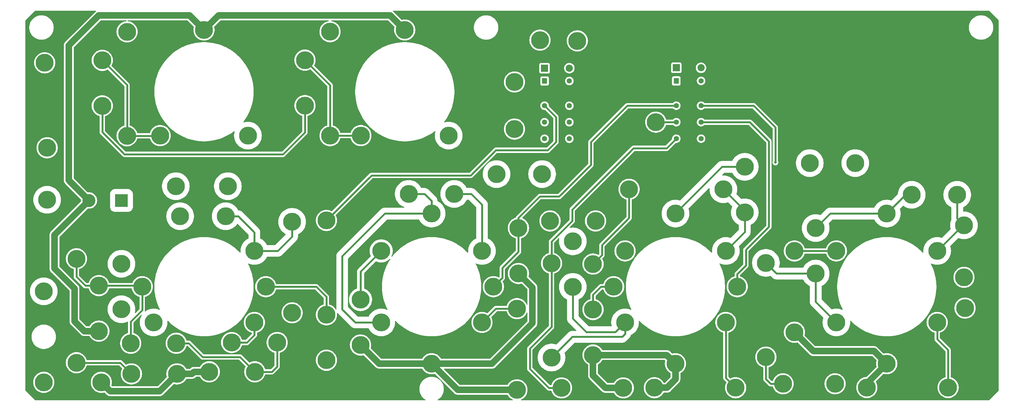
<source format=gbl>
G04 #@! TF.GenerationSoftware,KiCad,Pcbnew,9.0.0+dfsg-1*
G04 #@! TF.CreationDate,2025-03-09T18:16:52+01:00*
G04 #@! TF.ProjectId,Dirty Greed PCB,44697274-7920-4477-9265-656420504342,rev?*
G04 #@! TF.SameCoordinates,Original*
G04 #@! TF.FileFunction,Copper,L2,Bot*
G04 #@! TF.FilePolarity,Positive*
%FSLAX46Y46*%
G04 Gerber Fmt 4.6, Leading zero omitted, Abs format (unit mm)*
G04 Created by KiCad (PCBNEW 9.0.0+dfsg-1) date 2025-03-09 18:16:52*
%MOMM*%
%LPD*%
G01*
G04 APERTURE LIST*
G04 #@! TA.AperFunction,ComponentPad*
%ADD10C,5.500000*%
G04 #@! TD*
G04 #@! TA.AperFunction,ComponentPad*
%ADD11R,2.200000X2.200000*%
G04 #@! TD*
G04 #@! TA.AperFunction,ComponentPad*
%ADD12O,2.200000X2.200000*%
G04 #@! TD*
G04 #@! TA.AperFunction,ComponentPad*
%ADD13C,1.600000*%
G04 #@! TD*
G04 #@! TA.AperFunction,ComponentPad*
%ADD14R,1.600000X1.800000*%
G04 #@! TD*
G04 #@! TA.AperFunction,ComponentPad*
%ADD15R,4.000000X4.000000*%
G04 #@! TD*
G04 #@! TA.AperFunction,ComponentPad*
%ADD16C,4.000000*%
G04 #@! TD*
G04 #@! TA.AperFunction,ViaPad*
%ADD17C,0.800000*%
G04 #@! TD*
G04 #@! TA.AperFunction,Conductor*
%ADD18C,0.600000*%
G04 #@! TD*
G04 #@! TA.AperFunction,Conductor*
%ADD19C,2.000000*%
G04 #@! TD*
G04 APERTURE END LIST*
D10*
X308867200Y-181025800D03*
X283867200Y-181025800D03*
X261587000Y-139011000D03*
X261587000Y-164011000D03*
X252824000Y-171675200D03*
X252824000Y-142675200D03*
X274090400Y-179882800D03*
X258090400Y-179882800D03*
X243509800Y-181102000D03*
X218509800Y-181102000D03*
X210735800Y-120015000D03*
X239735800Y-120015000D03*
X186881800Y-142802200D03*
X186881800Y-171802200D03*
X189966200Y-181152800D03*
X208966200Y-181152800D03*
X176250000Y-156750000D03*
X176250000Y-181750000D03*
X117652800Y-158619600D03*
X117652800Y-129619600D03*
X47668200Y-149677600D03*
X47668200Y-163677600D03*
X40759400Y-141403800D03*
X40759400Y-173403800D03*
X30708600Y-179430200D03*
X30708600Y-151430200D03*
X107104200Y-158043400D03*
X107104200Y-130043400D03*
X118769000Y-103528400D03*
X118769000Y-71528400D03*
X56330800Y-103553800D03*
X56330800Y-71553800D03*
X150000000Y-127500000D03*
X150000000Y-173700000D03*
X290000000Y-127500000D03*
X290000000Y-173700000D03*
D11*
X225262500Y-82633900D03*
D12*
X232882500Y-82633900D03*
D11*
X184750000Y-82750000D03*
D12*
X192370000Y-82750000D03*
D10*
X218963300Y-99372500D03*
X183337200Y-74117200D03*
X175500000Y-87000000D03*
X175500000Y-101500000D03*
X194818000Y-74345800D03*
X31000000Y-81102200D03*
D13*
X225262500Y-94292500D03*
X225262500Y-99372500D03*
X225262500Y-104452500D03*
X232882500Y-94292500D03*
X232882500Y-99372500D03*
X232882500Y-104452500D03*
D14*
X225262500Y-86672500D03*
D13*
X232882500Y-86672500D03*
X184750000Y-94307000D03*
X184750000Y-99387000D03*
X184750000Y-104467000D03*
X192370000Y-94307000D03*
X192370000Y-99387000D03*
X192370000Y-104467000D03*
D14*
X184750000Y-86687000D03*
D13*
X192370000Y-86687000D03*
D10*
X297665400Y-121716800D03*
X311665400Y-121716800D03*
X246317800Y-113116600D03*
X246317800Y-127116600D03*
X199658000Y-157037800D03*
X199658000Y-143037800D03*
X199658000Y-157033200D03*
X199658000Y-171033200D03*
X200435000Y-129768600D03*
X186435000Y-129768600D03*
X193435000Y-136052800D03*
X193435000Y-150052800D03*
X142946600Y-121437400D03*
X156946600Y-121437400D03*
X128135400Y-153959800D03*
X128135400Y-167959800D03*
X72654400Y-128320800D03*
X86654400Y-128320800D03*
X102504000Y-167182800D03*
X88504000Y-167182800D03*
X81620600Y-176199800D03*
X95620600Y-176199800D03*
X54602400Y-156951200D03*
X54602400Y-142951200D03*
X57465200Y-167411400D03*
X71465200Y-167411400D03*
X71668400Y-176834800D03*
X57668400Y-176834800D03*
X111047400Y-80274400D03*
X111047400Y-94274400D03*
X48710800Y-94350600D03*
X48710800Y-80350600D03*
X87324200Y-119075200D03*
X71324200Y-119075200D03*
X280304000Y-111963200D03*
X266304000Y-111963200D03*
X274500000Y-161000000D03*
X274500000Y-139000000D03*
X305500000Y-139000000D03*
X305500000Y-161000000D03*
X209500000Y-161000000D03*
X206000000Y-150000000D03*
X209500000Y-139000000D03*
X240500000Y-139000000D03*
X244000000Y-150000000D03*
X240500000Y-161000000D03*
X134500000Y-161000000D03*
X134500000Y-139000000D03*
X165500000Y-139000000D03*
X169000000Y-150000000D03*
X165500000Y-161000000D03*
X64500000Y-161000000D03*
X61000000Y-150000000D03*
X95500000Y-139000000D03*
X99000000Y-150000000D03*
X95500000Y-161000000D03*
X155250000Y-103500000D03*
X128250000Y-103500000D03*
X141750000Y-71000000D03*
X93500000Y-103500000D03*
X66500000Y-103500000D03*
X80000000Y-71000000D03*
X225000000Y-127500000D03*
X225000000Y-173700000D03*
X268140200Y-131963400D03*
X268140200Y-145963400D03*
X176707800Y-131938000D03*
X176707800Y-145938000D03*
X313758600Y-147115800D03*
X313758600Y-131115800D03*
X117652800Y-158633400D03*
X117652800Y-172633400D03*
X320000000Y-180500000D03*
X314071000Y-156591000D03*
X48412400Y-179430200D03*
D15*
X54610000Y-123469400D03*
D16*
X44610000Y-123469400D03*
D10*
X31750000Y-123250000D03*
X31750000Y-107250000D03*
X183987200Y-115341400D03*
X169987200Y-115341400D03*
D17*
X255750000Y-111750000D03*
D18*
X305500000Y-166130200D02*
X305500000Y-161000000D01*
X308867200Y-169497400D02*
X305500000Y-166130200D01*
X308867200Y-181025800D02*
X308867200Y-169497400D01*
D19*
X47668200Y-163677600D02*
X43180000Y-163677600D01*
D18*
X249042500Y-94292500D02*
X255750000Y-101000000D01*
D19*
X267400400Y-169824400D02*
X261587000Y-164011000D01*
X133875600Y-173700000D02*
X128135400Y-167959800D01*
X286124400Y-169824400D02*
X267400400Y-169824400D01*
X84449990Y-66550010D02*
X137300010Y-66550010D01*
X222333200Y-171033200D02*
X225000000Y-173700000D01*
X199658000Y-171033200D02*
X199658000Y-177331400D01*
X283867200Y-179832800D02*
X290000000Y-173700000D01*
D18*
X232882500Y-94292500D02*
X249042500Y-94292500D01*
D19*
X40157400Y-150545800D02*
X34010600Y-144399000D01*
X44610000Y-123469400D02*
X38404800Y-117264200D01*
X48412400Y-179430200D02*
X51162399Y-182180199D01*
X199658000Y-171033200D02*
X222333200Y-171033200D01*
X51162399Y-182180199D02*
X66323001Y-182180199D01*
X71668400Y-176834800D02*
X76276200Y-176834800D01*
X225000000Y-178504400D02*
X225000000Y-173700000D01*
X68918401Y-179584799D02*
X71668400Y-176834800D01*
X43180000Y-163677600D02*
X40157400Y-160655000D01*
X38404800Y-117264200D02*
X38404800Y-75742800D01*
X290000000Y-173700000D02*
X286124400Y-169824400D01*
X137300010Y-66550010D02*
X141750000Y-71000000D01*
X66323001Y-182180199D02*
X68918401Y-179584799D01*
X40157400Y-160655000D02*
X40157400Y-150545800D01*
X76276200Y-176834800D02*
X76911200Y-176199800D01*
X75550010Y-66550010D02*
X80000000Y-71000000D01*
X38404800Y-75742800D02*
X47597590Y-66550010D01*
X150000000Y-173700000D02*
X133875600Y-173700000D01*
X158050000Y-181750000D02*
X176250000Y-181750000D01*
X199658000Y-177331400D02*
X203479400Y-181152800D01*
X203479400Y-181152800D02*
X208966200Y-181152800D01*
X47597590Y-66550010D02*
X75550010Y-66550010D01*
X34010600Y-144399000D02*
X34010600Y-134068800D01*
D18*
X255750000Y-111750000D02*
X255750000Y-101000000D01*
D19*
X80000000Y-71000000D02*
X84449990Y-66550010D01*
X218509800Y-181102000D02*
X222402400Y-181102000D01*
X76911200Y-176199800D02*
X81620600Y-176199800D01*
X150000000Y-173700000D02*
X168590400Y-173700000D01*
X181000000Y-150230200D02*
X176707800Y-145938000D01*
X150000000Y-173700000D02*
X158050000Y-181750000D01*
X168590400Y-173700000D02*
X181000000Y-161290400D01*
X181000000Y-161290400D02*
X181000000Y-150230200D01*
X222402400Y-181102000D02*
X225000000Y-178504400D01*
X283867200Y-181025800D02*
X283867200Y-179832800D01*
X34010600Y-134068800D02*
X44610000Y-123469400D01*
D18*
X274489000Y-139011000D02*
X274500000Y-139000000D01*
X261587000Y-139011000D02*
X274489000Y-139011000D01*
X254279400Y-179882800D02*
X252824000Y-178427400D01*
X258090400Y-179882800D02*
X254279400Y-179882800D01*
X252824000Y-178427400D02*
X252824000Y-171675200D01*
X202407999Y-137190001D02*
X210735800Y-128862200D01*
X199658000Y-143037800D02*
X202407999Y-140287801D01*
X202407999Y-140287801D02*
X202407999Y-137190001D01*
X210735800Y-128862200D02*
X210735800Y-120015000D01*
X180213000Y-175288687D02*
X186077113Y-181152800D01*
X212090000Y-107410000D02*
X222305000Y-107410000D01*
X186077113Y-181152800D02*
X189966200Y-181152800D01*
X222305000Y-107410000D02*
X225262500Y-104452500D01*
X186881800Y-142802200D02*
X186881800Y-136118200D01*
X186881800Y-162393600D02*
X180213000Y-169062400D01*
X193250000Y-126250000D02*
X212090000Y-107410000D01*
X180213000Y-169062400D02*
X180213000Y-175288687D01*
X186881800Y-136118200D02*
X193250000Y-129750000D01*
X186881800Y-142802200D02*
X186881800Y-162393600D01*
X193250000Y-129750000D02*
X193250000Y-126250000D01*
X240500000Y-161000000D02*
X240500000Y-178092200D01*
X240500000Y-178092200D02*
X243509800Y-181102000D01*
X165500000Y-161000000D02*
X169750000Y-156750000D01*
X169750000Y-156750000D02*
X176250000Y-156750000D01*
X99000000Y-150000000D02*
X114516200Y-150000000D01*
X114516200Y-150000000D02*
X117652800Y-153136600D01*
X117652800Y-153136600D02*
X117652800Y-158619600D01*
X54237400Y-173403800D02*
X57668400Y-176834800D01*
X40759400Y-173403800D02*
X54237400Y-173403800D01*
X61000000Y-153889087D02*
X61000000Y-150000000D01*
X60677600Y-149677600D02*
X61000000Y-150000000D01*
X43480200Y-149677600D02*
X47668200Y-149677600D01*
X47668200Y-149677600D02*
X60677600Y-149677600D01*
X57465200Y-160720800D02*
X61000000Y-157186000D01*
X40759400Y-141403800D02*
X40759400Y-146956800D01*
X61000000Y-157186000D02*
X61000000Y-153889087D01*
X57465200Y-167411400D02*
X57465200Y-160720800D01*
X40759400Y-146956800D02*
X43480200Y-149677600D01*
X122504200Y-156979600D02*
X122504200Y-140606800D01*
X126524600Y-161000000D02*
X122504200Y-156979600D01*
X147826487Y-121437400D02*
X142946600Y-121437400D01*
X150000000Y-123610913D02*
X147826487Y-121437400D01*
X134500000Y-161000000D02*
X126524600Y-161000000D01*
X150000000Y-127500000D02*
X150000000Y-123610913D01*
X135611000Y-127500000D02*
X150000000Y-127500000D01*
X122504200Y-140606800D02*
X135611000Y-127500000D01*
X239297000Y-113116600D02*
X246317800Y-113116600D01*
X225000000Y-127500000D02*
X225000000Y-127413600D01*
X225000000Y-127413600D02*
X239297000Y-113116600D01*
X295783200Y-121716800D02*
X297665400Y-121716800D01*
X272603600Y-127500000D02*
X268140200Y-131963400D01*
X290000000Y-127500000D02*
X295783200Y-121716800D01*
X290000000Y-127500000D02*
X272603600Y-127500000D01*
X128250000Y-103500000D02*
X118797400Y-103500000D01*
X118769000Y-87996000D02*
X111047400Y-80274400D01*
X118769000Y-103528400D02*
X118769000Y-87996000D01*
X56330800Y-87970600D02*
X48710800Y-80350600D01*
X56330800Y-103553800D02*
X56330800Y-87970600D01*
X56330800Y-103553800D02*
X66446200Y-103553800D01*
X218963300Y-99372500D02*
X225262500Y-99372500D01*
X48710800Y-102431800D02*
X55549800Y-109270800D01*
X104301000Y-109270800D02*
X111047400Y-102524400D01*
X55549800Y-109270800D02*
X104301000Y-109270800D01*
X48710800Y-94350600D02*
X48710800Y-102431800D01*
X111047400Y-102524400D02*
X111047400Y-94274400D01*
X71465200Y-167411400D02*
X75354287Y-167411400D01*
X75354287Y-167411400D02*
X79570687Y-171627800D01*
X102504000Y-174559200D02*
X102504000Y-167182800D01*
X100863400Y-176199800D02*
X102504000Y-174559200D01*
X79570687Y-171627800D02*
X91048600Y-171627800D01*
X91048600Y-171627800D02*
X95620600Y-176199800D01*
X95620600Y-176199800D02*
X100863400Y-176199800D01*
X253750000Y-105250000D02*
X253750000Y-131542600D01*
X244000000Y-146110913D02*
X244000000Y-150000000D01*
X247872500Y-99372500D02*
X253750000Y-105250000D01*
X246659400Y-143451513D02*
X244000000Y-146110913D01*
X253750000Y-131542600D02*
X246659400Y-138633200D01*
X246659400Y-138633200D02*
X246659400Y-143451513D01*
X232882500Y-99372500D02*
X247872500Y-99372500D01*
X311665400Y-129022600D02*
X313758600Y-131115800D01*
X313384200Y-131115800D02*
X313758600Y-131115800D01*
X305500000Y-139000000D02*
X313384200Y-131115800D01*
X311665400Y-121716800D02*
X311665400Y-129022600D01*
X256112200Y-145963400D02*
X252824000Y-142675200D01*
X268140200Y-154640200D02*
X274500000Y-161000000D01*
X268140200Y-145963400D02*
X268140200Y-154640200D01*
X268140200Y-145963400D02*
X256112200Y-145963400D01*
X246317800Y-127116600D02*
X246317800Y-133182200D01*
X246317800Y-126597000D02*
X246317800Y-127116600D01*
X239735800Y-120015000D02*
X246317800Y-126597000D01*
X246317800Y-133182200D02*
X240500000Y-139000000D01*
X176707800Y-139242800D02*
X176707800Y-131938000D01*
X210207500Y-94292500D02*
X199000000Y-105500000D01*
X183250000Y-122250000D02*
X176707800Y-128792200D01*
X189250000Y-122250000D02*
X183250000Y-122250000D01*
X176707800Y-128792200D02*
X176707800Y-131938000D01*
X171749999Y-144200601D02*
X176707800Y-139242800D01*
X199000000Y-112500000D02*
X189250000Y-122250000D01*
X169000000Y-150000000D02*
X171749999Y-147250001D01*
X171749999Y-147250001D02*
X171749999Y-144200601D01*
X225262500Y-94292500D02*
X210207500Y-94292500D01*
X199000000Y-105500000D02*
X199000000Y-112500000D01*
X206517600Y-163982400D02*
X197612000Y-163982400D01*
X193253800Y-165430200D02*
X186881800Y-171802200D01*
X208610200Y-165430200D02*
X193253800Y-165430200D01*
X209500000Y-161000000D02*
X209500000Y-164540400D01*
X197612000Y-163982400D02*
X193435000Y-159805400D01*
X209500000Y-164540400D02*
X208610200Y-165430200D01*
X209500000Y-161000000D02*
X206517600Y-163982400D01*
X193435000Y-159805400D02*
X193435000Y-150052800D01*
X90543487Y-128320800D02*
X95500000Y-133277313D01*
X102648000Y-139000000D02*
X107104200Y-134543800D01*
X95500000Y-133277313D02*
X95500000Y-139000000D01*
X107104200Y-134543800D02*
X107104200Y-130043400D01*
X86654400Y-128320800D02*
X90543487Y-128320800D01*
X95500000Y-139000000D02*
X102648000Y-139000000D01*
X128135400Y-153959800D02*
X128135400Y-145364600D01*
X128135400Y-145364600D02*
X134500000Y-139000000D01*
X91446200Y-103553800D02*
X91500000Y-103500000D01*
X162179000Y-121437400D02*
X156946600Y-121437400D01*
X165500000Y-124758400D02*
X162179000Y-121437400D01*
X165500000Y-139000000D02*
X165500000Y-124758400D01*
X199658000Y-153144113D02*
X199658000Y-157033200D01*
X199658000Y-152452913D02*
X199658000Y-153144113D01*
X202110913Y-150000000D02*
X199658000Y-152452913D01*
X206000000Y-150000000D02*
X202110913Y-150000000D01*
X95500000Y-164889087D02*
X93206287Y-167182800D01*
X95500000Y-161000000D02*
X95500000Y-164889087D01*
X93206287Y-167182800D02*
X88504000Y-167182800D01*
X131522400Y-115750000D02*
X117652800Y-129619600D01*
X188250000Y-97807000D02*
X188250000Y-105500000D01*
X162000000Y-115750000D02*
X131522400Y-115750000D01*
X169750000Y-108000000D02*
X162000000Y-115750000D01*
X188250000Y-105500000D02*
X185750000Y-108000000D01*
X184750000Y-94307000D02*
X188250000Y-97807000D01*
X185750000Y-108000000D02*
X169750000Y-108000000D01*
G04 #@! TA.AperFunction,Conductor*
G36*
X46775407Y-65070502D02*
G01*
X46821900Y-65124158D01*
X46832004Y-65194432D01*
X46802510Y-65259012D01*
X46781347Y-65278436D01*
X46614865Y-65399392D01*
X46614862Y-65399394D01*
X39695100Y-72319158D01*
X37422081Y-74592177D01*
X37422078Y-74592180D01*
X37338129Y-74676129D01*
X37254180Y-74760077D01*
X37146738Y-74907959D01*
X37114617Y-74952169D01*
X37006819Y-75163735D01*
X37006816Y-75163741D01*
X36933445Y-75389554D01*
X36933444Y-75389557D01*
X36933444Y-75389559D01*
X36913599Y-75514857D01*
X36896299Y-75624081D01*
X36896299Y-75866714D01*
X36896300Y-75866739D01*
X36896300Y-117140991D01*
X36896299Y-117141021D01*
X36896299Y-117145478D01*
X36896299Y-117382922D01*
X36924837Y-117563101D01*
X36924836Y-117563101D01*
X36933443Y-117617441D01*
X37006816Y-117843258D01*
X37006818Y-117843263D01*
X37114615Y-118054827D01*
X37254180Y-118246922D01*
X37254182Y-118246924D01*
X37254184Y-118246927D01*
X37426467Y-118419210D01*
X37426489Y-118419230D01*
X42082316Y-123075057D01*
X42116342Y-123137369D01*
X42118429Y-123178258D01*
X42101500Y-123328523D01*
X42101500Y-123610276D01*
X42118429Y-123760539D01*
X42106179Y-123830471D01*
X42082316Y-123863740D01*
X35284444Y-130661614D01*
X33027881Y-132918177D01*
X33027878Y-132918180D01*
X32950341Y-132995717D01*
X32859980Y-133086077D01*
X32746138Y-133242766D01*
X32746139Y-133242767D01*
X32720415Y-133278173D01*
X32720414Y-133278174D01*
X32612619Y-133489735D01*
X32612616Y-133489741D01*
X32539245Y-133715554D01*
X32539244Y-133715557D01*
X32539244Y-133715559D01*
X32508570Y-133909227D01*
X32502099Y-133950081D01*
X32502099Y-134192714D01*
X32502100Y-134192739D01*
X32502100Y-144275791D01*
X32502099Y-144275821D01*
X32502099Y-144280278D01*
X32502099Y-144517722D01*
X32522682Y-144647672D01*
X32531672Y-144704433D01*
X32539245Y-144752246D01*
X32607128Y-144961168D01*
X32612618Y-144978063D01*
X32714050Y-145177135D01*
X32720417Y-145189630D01*
X32738683Y-145214771D01*
X32859980Y-145381722D01*
X32859982Y-145381724D01*
X32859984Y-145381727D01*
X33032267Y-145554010D01*
X33032289Y-145554030D01*
X38611995Y-151133736D01*
X38646021Y-151196048D01*
X38648900Y-151222831D01*
X38648900Y-160531791D01*
X38648899Y-160531821D01*
X38648899Y-160536278D01*
X38648899Y-160773722D01*
X38683964Y-160995109D01*
X38686045Y-161008245D01*
X38754715Y-161219591D01*
X38759418Y-161234063D01*
X38867215Y-161445627D01*
X39006780Y-161637722D01*
X39006782Y-161637724D01*
X39006784Y-161637727D01*
X39179067Y-161810010D01*
X39179089Y-161810030D01*
X42026204Y-164657145D01*
X42026233Y-164657176D01*
X42197272Y-164828215D01*
X42197275Y-164828217D01*
X42197278Y-164828220D01*
X42342013Y-164933376D01*
X42389373Y-164967785D01*
X42600937Y-165075582D01*
X42826759Y-165148956D01*
X43061278Y-165186101D01*
X43061281Y-165186101D01*
X43303915Y-165186101D01*
X43303939Y-165186100D01*
X44713286Y-165186100D01*
X44781407Y-165206102D01*
X44824408Y-165252704D01*
X44876792Y-165350708D01*
X45054220Y-165616249D01*
X45054231Y-165616264D01*
X45256828Y-165863128D01*
X45256846Y-165863148D01*
X45482651Y-166088953D01*
X45482671Y-166088971D01*
X45718578Y-166282576D01*
X45729544Y-166291575D01*
X45995094Y-166469009D01*
X46276756Y-166619561D01*
X46571819Y-166741780D01*
X46877440Y-166834489D01*
X47190677Y-166896796D01*
X47508513Y-166928100D01*
X47508522Y-166928100D01*
X47827878Y-166928100D01*
X47827887Y-166928100D01*
X48145723Y-166896796D01*
X48458960Y-166834489D01*
X48764581Y-166741780D01*
X49059644Y-166619561D01*
X49341306Y-166469009D01*
X49606856Y-166291575D01*
X49853735Y-166088966D01*
X50079566Y-165863135D01*
X50282175Y-165616256D01*
X50459609Y-165350706D01*
X50610161Y-165069044D01*
X50732380Y-164773981D01*
X50825089Y-164468360D01*
X50887396Y-164155123D01*
X50918700Y-163837287D01*
X50918700Y-163517913D01*
X50887396Y-163200077D01*
X50825089Y-162886840D01*
X50732380Y-162581219D01*
X50610161Y-162286156D01*
X50459609Y-162004494D01*
X50282175Y-161738944D01*
X50254416Y-161705120D01*
X50079571Y-161492071D01*
X50079553Y-161492051D01*
X49853748Y-161266246D01*
X49853728Y-161266228D01*
X49606864Y-161063631D01*
X49606849Y-161063620D01*
X49341308Y-160886192D01*
X49059644Y-160735639D01*
X48764585Y-160613421D01*
X48764581Y-160613420D01*
X48764413Y-160613369D01*
X48458960Y-160520711D01*
X48245505Y-160478252D01*
X48145724Y-160458404D01*
X48145708Y-160458402D01*
X47827893Y-160427100D01*
X47827887Y-160427100D01*
X47508513Y-160427100D01*
X47508506Y-160427100D01*
X47190691Y-160458402D01*
X47190675Y-160458404D01*
X46981852Y-160499942D01*
X46877440Y-160520711D01*
X46815666Y-160539450D01*
X46571818Y-160613420D01*
X46571814Y-160613421D01*
X46276755Y-160735639D01*
X45995091Y-160886192D01*
X45729550Y-161063620D01*
X45729535Y-161063631D01*
X45482671Y-161266228D01*
X45482651Y-161266246D01*
X45256846Y-161492051D01*
X45256828Y-161492071D01*
X45054231Y-161738935D01*
X45054220Y-161738950D01*
X44876792Y-162004491D01*
X44824408Y-162102496D01*
X44774656Y-162153144D01*
X44713286Y-162169100D01*
X43857031Y-162169100D01*
X43788910Y-162149098D01*
X43767936Y-162132195D01*
X41702805Y-160067064D01*
X41668779Y-160004752D01*
X41665900Y-159977969D01*
X41665900Y-150669739D01*
X41665901Y-150669714D01*
X41665901Y-150427081D01*
X41665901Y-150427078D01*
X41628756Y-150192559D01*
X41555382Y-149966737D01*
X41447585Y-149755173D01*
X41308020Y-149563078D01*
X41308017Y-149563075D01*
X41308015Y-149563072D01*
X41136976Y-149392033D01*
X41136945Y-149392004D01*
X35556005Y-143811064D01*
X35521979Y-143748752D01*
X35519100Y-143721969D01*
X35519100Y-141244106D01*
X37508900Y-141244106D01*
X37508900Y-141563493D01*
X37540202Y-141881308D01*
X37540204Y-141881324D01*
X37554454Y-141952961D01*
X37602511Y-142194560D01*
X37663578Y-142395870D01*
X37695220Y-142500181D01*
X37695221Y-142500185D01*
X37817439Y-142795244D01*
X37967992Y-143076908D01*
X38145420Y-143342449D01*
X38145431Y-143342464D01*
X38348028Y-143589328D01*
X38348046Y-143589348D01*
X38573851Y-143815153D01*
X38573871Y-143815171D01*
X38797705Y-143998868D01*
X38820744Y-144017775D01*
X39086294Y-144195209D01*
X39367956Y-144345761D01*
X39663019Y-144467980D01*
X39861476Y-144528180D01*
X39920857Y-144567095D01*
X39949772Y-144631936D01*
X39950900Y-144648755D01*
X39950900Y-147036432D01*
X39964519Y-147104897D01*
X39981970Y-147192631D01*
X40002738Y-147242768D01*
X40042916Y-147339768D01*
X40131397Y-147472189D01*
X40131399Y-147472191D01*
X42964805Y-150305598D01*
X42964811Y-150305603D01*
X43097231Y-150394084D01*
X43176886Y-150427077D01*
X43176887Y-150427078D01*
X43200745Y-150436960D01*
X43244369Y-150455030D01*
X43400570Y-150486100D01*
X43559830Y-150486100D01*
X44423244Y-150486100D01*
X44491365Y-150506102D01*
X44537858Y-150559758D01*
X44543816Y-150575518D01*
X44595628Y-150746315D01*
X44604020Y-150773981D01*
X44604021Y-150773985D01*
X44726239Y-151069044D01*
X44876792Y-151350708D01*
X45054220Y-151616249D01*
X45054231Y-151616264D01*
X45256828Y-151863128D01*
X45256846Y-151863148D01*
X45482651Y-152088953D01*
X45482671Y-152088971D01*
X45638775Y-152217083D01*
X45729544Y-152291575D01*
X45995094Y-152469009D01*
X46276756Y-152619561D01*
X46571819Y-152741780D01*
X46877440Y-152834489D01*
X47190677Y-152896796D01*
X47508513Y-152928100D01*
X47508522Y-152928100D01*
X47827878Y-152928100D01*
X47827887Y-152928100D01*
X48145723Y-152896796D01*
X48458960Y-152834489D01*
X48764581Y-152741780D01*
X49059644Y-152619561D01*
X49341306Y-152469009D01*
X49606856Y-152291575D01*
X49853735Y-152088966D01*
X50079566Y-151863135D01*
X50282175Y-151616256D01*
X50459609Y-151350706D01*
X50610161Y-151069044D01*
X50732380Y-150773981D01*
X50792581Y-150575522D01*
X50831497Y-150516143D01*
X50896338Y-150487227D01*
X50913156Y-150486100D01*
X57679105Y-150486100D01*
X57747226Y-150506102D01*
X57793719Y-150559758D01*
X57802682Y-150587513D01*
X57843111Y-150790760D01*
X57898591Y-150973653D01*
X57935820Y-151096381D01*
X57935821Y-151096385D01*
X58058039Y-151391444D01*
X58208592Y-151673108D01*
X58386020Y-151938649D01*
X58386031Y-151938664D01*
X58588628Y-152185528D01*
X58588646Y-152185548D01*
X58814451Y-152411353D01*
X58814471Y-152411371D01*
X58884700Y-152469007D01*
X59061344Y-152613975D01*
X59326894Y-152791409D01*
X59608556Y-152941961D01*
X59798188Y-153020509D01*
X59886212Y-153056970D01*
X59903619Y-153064180D01*
X60102076Y-153124380D01*
X60161457Y-153163295D01*
X60190372Y-153228136D01*
X60191500Y-153244955D01*
X60191500Y-156798917D01*
X60171498Y-156867038D01*
X60154595Y-156888012D01*
X58936905Y-158105701D01*
X58874593Y-158139727D01*
X58803777Y-158134662D01*
X58746942Y-158092115D01*
X58722131Y-158025595D01*
X58726104Y-157983994D01*
X58726520Y-157982444D01*
X58756099Y-157872053D01*
X58820551Y-157506530D01*
X58852900Y-157136781D01*
X58852900Y-156765619D01*
X58820551Y-156395870D01*
X58756099Y-156030347D01*
X58660035Y-155671832D01*
X58651488Y-155648350D01*
X58575018Y-155438250D01*
X58533091Y-155323055D01*
X58418303Y-155076891D01*
X58376234Y-154986674D01*
X58376224Y-154986656D01*
X58190657Y-154665243D01*
X58190648Y-154665229D01*
X58121855Y-154566983D01*
X57977761Y-154361195D01*
X57739183Y-154076868D01*
X57739177Y-154076862D01*
X57739172Y-154076856D01*
X57476743Y-153814427D01*
X57476736Y-153814421D01*
X57476732Y-153814417D01*
X57192405Y-153575839D01*
X56933773Y-153394743D01*
X56888370Y-153362951D01*
X56888356Y-153362942D01*
X56566943Y-153177375D01*
X56566925Y-153177365D01*
X56230543Y-153020508D01*
X55881776Y-152893567D01*
X55681842Y-152839995D01*
X55523253Y-152797501D01*
X55157730Y-152733049D01*
X54787981Y-152700700D01*
X54416819Y-152700700D01*
X54047070Y-152733049D01*
X53681547Y-152797501D01*
X53681543Y-152797502D01*
X53323023Y-152893567D01*
X52974256Y-153020508D01*
X52637874Y-153177365D01*
X52637856Y-153177375D01*
X52316443Y-153362942D01*
X52316429Y-153362951D01*
X52012395Y-153575839D01*
X51728056Y-153814427D01*
X51465627Y-154076856D01*
X51227039Y-154361195D01*
X51014151Y-154665229D01*
X51014142Y-154665243D01*
X50828575Y-154986656D01*
X50828565Y-154986674D01*
X50671708Y-155323056D01*
X50544767Y-155671823D01*
X50455325Y-156005625D01*
X50448701Y-156030347D01*
X50384249Y-156395870D01*
X50351900Y-156765619D01*
X50351900Y-157136781D01*
X50384249Y-157506530D01*
X50448701Y-157872053D01*
X50451825Y-157883713D01*
X50544767Y-158230576D01*
X50671708Y-158579343D01*
X50828565Y-158915725D01*
X50828575Y-158915743D01*
X51014142Y-159237156D01*
X51014151Y-159237170D01*
X51091601Y-159347779D01*
X51227039Y-159541205D01*
X51465617Y-159825532D01*
X51465621Y-159825536D01*
X51465627Y-159825543D01*
X51728056Y-160087972D01*
X51728062Y-160087977D01*
X51728068Y-160087983D01*
X52012395Y-160326561D01*
X52252154Y-160494442D01*
X52316429Y-160539448D01*
X52316443Y-160539457D01*
X52520672Y-160657368D01*
X52637868Y-160725031D01*
X52974255Y-160881891D01*
X53152647Y-160946820D01*
X53323023Y-161008832D01*
X53323025Y-161008832D01*
X53323032Y-161008835D01*
X53681547Y-161104899D01*
X54047070Y-161169351D01*
X54416819Y-161201700D01*
X54416826Y-161201700D01*
X54787974Y-161201700D01*
X54787981Y-161201700D01*
X55157730Y-161169351D01*
X55523253Y-161104899D01*
X55881768Y-161008835D01*
X56230545Y-160881891D01*
X56477450Y-160766756D01*
X56547642Y-160756096D01*
X56612454Y-160785076D01*
X56651311Y-160844496D01*
X56656700Y-160880952D01*
X56656700Y-164158083D01*
X56636698Y-164226204D01*
X56583042Y-164272697D01*
X56567276Y-164278657D01*
X56366138Y-164339671D01*
X56366115Y-164339679D01*
X56070330Y-164462198D01*
X55787973Y-164613121D01*
X55521779Y-164790987D01*
X55521764Y-164790998D01*
X55274291Y-164994093D01*
X55274272Y-164994111D01*
X55047911Y-165220472D01*
X55047893Y-165220491D01*
X54844798Y-165467964D01*
X54844787Y-165467979D01*
X54666921Y-165734173D01*
X54515998Y-166016530D01*
X54393479Y-166312315D01*
X54393476Y-166312324D01*
X54300538Y-166618704D01*
X54238082Y-166932696D01*
X54238079Y-166932716D01*
X54206700Y-167251313D01*
X54206700Y-167571486D01*
X54238079Y-167890083D01*
X54238082Y-167890103D01*
X54300538Y-168204095D01*
X54300540Y-168204102D01*
X54300541Y-168204106D01*
X54316527Y-168256805D01*
X54393476Y-168510475D01*
X54393479Y-168510484D01*
X54515998Y-168806269D01*
X54666921Y-169088626D01*
X54844787Y-169354820D01*
X54844798Y-169354835D01*
X55047893Y-169602308D01*
X55047911Y-169602327D01*
X55274272Y-169828688D01*
X55274291Y-169828706D01*
X55521764Y-170031801D01*
X55521773Y-170031808D01*
X55787976Y-170209680D01*
X56070331Y-170360602D01*
X56366120Y-170483122D01*
X56672494Y-170576059D01*
X56986502Y-170638519D01*
X57305120Y-170669900D01*
X57305129Y-170669900D01*
X57625271Y-170669900D01*
X57625280Y-170669900D01*
X57943898Y-170638519D01*
X58257906Y-170576059D01*
X58564280Y-170483122D01*
X58860069Y-170360602D01*
X59142424Y-170209680D01*
X59408627Y-170031808D01*
X59656114Y-169828701D01*
X59882501Y-169602314D01*
X60085608Y-169354827D01*
X60263480Y-169088624D01*
X60414402Y-168806269D01*
X60536922Y-168510480D01*
X60629859Y-168204106D01*
X60692319Y-167890098D01*
X60723700Y-167571480D01*
X60723700Y-167251320D01*
X60723699Y-167251313D01*
X68206700Y-167251313D01*
X68206700Y-167571486D01*
X68238079Y-167890083D01*
X68238082Y-167890103D01*
X68300538Y-168204095D01*
X68300540Y-168204102D01*
X68300541Y-168204106D01*
X68316527Y-168256805D01*
X68393476Y-168510475D01*
X68393479Y-168510484D01*
X68515998Y-168806269D01*
X68666921Y-169088626D01*
X68844787Y-169354820D01*
X68844798Y-169354835D01*
X69047893Y-169602308D01*
X69047911Y-169602327D01*
X69274272Y-169828688D01*
X69274291Y-169828706D01*
X69521764Y-170031801D01*
X69521773Y-170031808D01*
X69787976Y-170209680D01*
X70070331Y-170360602D01*
X70366120Y-170483122D01*
X70672494Y-170576059D01*
X70986502Y-170638519D01*
X71305120Y-170669900D01*
X71305129Y-170669900D01*
X71625271Y-170669900D01*
X71625280Y-170669900D01*
X71943898Y-170638519D01*
X72257906Y-170576059D01*
X72564280Y-170483122D01*
X72860069Y-170360602D01*
X73142424Y-170209680D01*
X73408627Y-170031808D01*
X73656114Y-169828701D01*
X73882501Y-169602314D01*
X74085608Y-169354827D01*
X74263480Y-169088624D01*
X74414402Y-168806269D01*
X74536922Y-168510480D01*
X74536928Y-168510461D01*
X74597943Y-168309324D01*
X74612363Y-168287320D01*
X74623293Y-168263388D01*
X74631505Y-168258109D01*
X74636858Y-168249943D01*
X74660888Y-168239226D01*
X74683019Y-168225004D01*
X74697426Y-168222932D01*
X74701699Y-168221027D01*
X74718517Y-168219900D01*
X74967205Y-168219900D01*
X75035326Y-168239902D01*
X75056300Y-168256805D01*
X79055298Y-172255803D01*
X79187719Y-172344284D01*
X79261287Y-172374756D01*
X79334856Y-172405230D01*
X79491057Y-172436300D01*
X90661518Y-172436300D01*
X90729639Y-172456302D01*
X90750613Y-172473205D01*
X92748461Y-174471053D01*
X92782487Y-174533365D01*
X92777422Y-174604180D01*
X92770488Y-174619543D01*
X92671400Y-174804925D01*
X92671399Y-174804926D01*
X92548879Y-175100715D01*
X92548876Y-175100724D01*
X92455938Y-175407104D01*
X92393482Y-175721096D01*
X92393479Y-175721116D01*
X92362100Y-176039713D01*
X92362100Y-176359886D01*
X92393479Y-176678483D01*
X92393482Y-176678503D01*
X92455938Y-176992495D01*
X92455940Y-176992502D01*
X92455941Y-176992506D01*
X92485937Y-177091391D01*
X92548876Y-177298875D01*
X92548879Y-177298884D01*
X92671398Y-177594669D01*
X92822321Y-177877026D01*
X93000187Y-178143220D01*
X93000198Y-178143235D01*
X93203293Y-178390708D01*
X93203311Y-178390727D01*
X93429672Y-178617088D01*
X93429691Y-178617106D01*
X93677164Y-178820201D01*
X93677173Y-178820208D01*
X93943376Y-178998080D01*
X94225731Y-179149002D01*
X94459936Y-179246013D01*
X94501286Y-179263141D01*
X94521520Y-179271522D01*
X94827894Y-179364459D01*
X95141902Y-179426919D01*
X95460520Y-179458300D01*
X95460529Y-179458300D01*
X95780671Y-179458300D01*
X95780680Y-179458300D01*
X96099298Y-179426919D01*
X96413306Y-179364459D01*
X96719680Y-179271522D01*
X97015469Y-179149002D01*
X97297824Y-178998080D01*
X97564027Y-178820208D01*
X97811514Y-178617101D01*
X98037901Y-178390714D01*
X98241008Y-178143227D01*
X98418880Y-177877024D01*
X98569802Y-177594669D01*
X98692322Y-177298880D01*
X98692328Y-177298861D01*
X98753343Y-177097724D01*
X98792258Y-177038343D01*
X98857099Y-177009427D01*
X98873917Y-177008300D01*
X100943029Y-177008300D01*
X100943030Y-177008300D01*
X101099231Y-176977230D01*
X101172799Y-176946756D01*
X101246368Y-176916284D01*
X101378789Y-176827803D01*
X103132003Y-175074589D01*
X103220484Y-174942168D01*
X103264568Y-174835738D01*
X103281430Y-174795031D01*
X103312500Y-174638830D01*
X103312500Y-172473313D01*
X114394300Y-172473313D01*
X114394300Y-172793486D01*
X114425679Y-173112083D01*
X114425682Y-173112103D01*
X114488138Y-173426095D01*
X114488140Y-173426102D01*
X114488141Y-173426106D01*
X114489427Y-173430345D01*
X114581076Y-173732475D01*
X114581079Y-173732484D01*
X114703598Y-174028269D01*
X114854521Y-174310626D01*
X115032387Y-174576820D01*
X115032398Y-174576835D01*
X115235493Y-174824308D01*
X115235511Y-174824327D01*
X115461872Y-175050688D01*
X115461886Y-175050701D01*
X115691548Y-175239180D01*
X115709373Y-175253808D01*
X115975576Y-175431680D01*
X116257931Y-175582602D01*
X116553720Y-175705122D01*
X116860094Y-175798059D01*
X117174102Y-175860519D01*
X117492720Y-175891900D01*
X117492729Y-175891900D01*
X117812871Y-175891900D01*
X117812880Y-175891900D01*
X118131498Y-175860519D01*
X118445506Y-175798059D01*
X118751880Y-175705122D01*
X119047669Y-175582602D01*
X119330024Y-175431680D01*
X119596227Y-175253808D01*
X119843714Y-175050701D01*
X120070101Y-174824314D01*
X120273208Y-174576827D01*
X120451080Y-174310624D01*
X120602002Y-174028269D01*
X120724522Y-173732480D01*
X120817459Y-173426106D01*
X120879919Y-173112098D01*
X120911300Y-172793480D01*
X120911300Y-172473320D01*
X120879919Y-172154702D01*
X120817459Y-171840694D01*
X120724522Y-171534320D01*
X120715234Y-171511898D01*
X120695865Y-171465135D01*
X120602002Y-171238531D01*
X120451080Y-170956176D01*
X120273208Y-170689973D01*
X120230981Y-170638519D01*
X120070106Y-170442491D01*
X120070088Y-170442472D01*
X119843727Y-170216111D01*
X119843708Y-170216093D01*
X119596235Y-170012998D01*
X119596220Y-170012987D01*
X119330026Y-169835121D01*
X119047669Y-169684198D01*
X118751880Y-169561678D01*
X118751875Y-169561676D01*
X118514503Y-169489671D01*
X118445506Y-169468741D01*
X118445502Y-169468740D01*
X118445495Y-169468738D01*
X118131503Y-169406282D01*
X118131498Y-169406281D01*
X118131493Y-169406280D01*
X118131483Y-169406279D01*
X117812886Y-169374900D01*
X117812880Y-169374900D01*
X117492720Y-169374900D01*
X117492713Y-169374900D01*
X117174116Y-169406279D01*
X117174103Y-169406280D01*
X117174102Y-169406281D01*
X117174099Y-169406281D01*
X117174096Y-169406282D01*
X116860104Y-169468738D01*
X116553724Y-169561676D01*
X116553720Y-169561678D01*
X116257930Y-169684198D01*
X115975573Y-169835121D01*
X115709379Y-170012987D01*
X115709364Y-170012998D01*
X115461891Y-170216093D01*
X115461872Y-170216111D01*
X115235511Y-170442472D01*
X115235493Y-170442491D01*
X115032398Y-170689964D01*
X115032387Y-170689979D01*
X114854521Y-170956173D01*
X114703598Y-171238530D01*
X114581079Y-171534315D01*
X114581076Y-171534324D01*
X114488138Y-171840704D01*
X114425682Y-172154696D01*
X114425679Y-172154716D01*
X114394300Y-172473313D01*
X103312500Y-172473313D01*
X103312500Y-170436115D01*
X103332502Y-170367994D01*
X103386158Y-170321501D01*
X103401915Y-170315543D01*
X103603080Y-170254522D01*
X103898869Y-170132002D01*
X104181224Y-169981080D01*
X104447427Y-169803208D01*
X104692202Y-169602327D01*
X104694908Y-169600106D01*
X104694908Y-169600105D01*
X104694914Y-169600101D01*
X104921301Y-169373714D01*
X105124408Y-169126227D01*
X105302280Y-168860024D01*
X105453202Y-168577669D01*
X105575722Y-168281880D01*
X105668659Y-167975506D01*
X105731119Y-167661498D01*
X105762500Y-167342880D01*
X105762500Y-167022720D01*
X105731119Y-166704102D01*
X105668659Y-166390094D01*
X105575722Y-166083720D01*
X105453202Y-165787931D01*
X105302280Y-165505576D01*
X105124408Y-165239373D01*
X105108908Y-165220486D01*
X104921306Y-164991891D01*
X104921288Y-164991872D01*
X104694927Y-164765511D01*
X104694908Y-164765493D01*
X104447435Y-164562398D01*
X104447420Y-164562387D01*
X104181226Y-164384521D01*
X103898869Y-164233598D01*
X103603084Y-164111079D01*
X103603075Y-164111076D01*
X103422522Y-164056306D01*
X103296706Y-164018141D01*
X103296702Y-164018140D01*
X103296695Y-164018138D01*
X102982703Y-163955682D01*
X102982698Y-163955681D01*
X102982693Y-163955680D01*
X102982683Y-163955679D01*
X102664086Y-163924300D01*
X102664080Y-163924300D01*
X102343920Y-163924300D01*
X102343913Y-163924300D01*
X102025316Y-163955679D01*
X102025303Y-163955680D01*
X102025302Y-163955681D01*
X102025299Y-163955681D01*
X102025296Y-163955682D01*
X101711304Y-164018138D01*
X101404924Y-164111076D01*
X101404915Y-164111079D01*
X101109130Y-164233598D01*
X100826773Y-164384521D01*
X100560579Y-164562387D01*
X100560564Y-164562398D01*
X100313091Y-164765493D01*
X100313072Y-164765511D01*
X100086711Y-164991872D01*
X100086693Y-164991891D01*
X99883598Y-165239364D01*
X99883587Y-165239379D01*
X99705721Y-165505573D01*
X99554798Y-165787930D01*
X99432279Y-166083715D01*
X99432276Y-166083724D01*
X99339338Y-166390104D01*
X99276882Y-166704096D01*
X99276879Y-166704116D01*
X99245500Y-167022713D01*
X99245500Y-167342886D01*
X99276879Y-167661483D01*
X99276882Y-167661503D01*
X99339338Y-167975495D01*
X99339340Y-167975502D01*
X99339341Y-167975506D01*
X99377506Y-168101322D01*
X99432276Y-168281875D01*
X99432279Y-168281884D01*
X99554798Y-168577669D01*
X99705721Y-168860026D01*
X99883587Y-169126220D01*
X99883598Y-169126235D01*
X100086693Y-169373708D01*
X100086711Y-169373727D01*
X100313072Y-169600088D01*
X100313091Y-169600106D01*
X100551043Y-169795387D01*
X100560573Y-169803208D01*
X100826776Y-169981080D01*
X101109131Y-170132002D01*
X101296657Y-170209678D01*
X101404917Y-170254521D01*
X101404919Y-170254521D01*
X101404920Y-170254522D01*
X101606076Y-170315541D01*
X101665456Y-170354455D01*
X101694372Y-170419296D01*
X101695500Y-170436115D01*
X101695500Y-174172118D01*
X101675498Y-174240239D01*
X101658595Y-174261213D01*
X100565413Y-175354395D01*
X100503101Y-175388421D01*
X100476318Y-175391300D01*
X98873917Y-175391300D01*
X98805796Y-175371298D01*
X98759303Y-175317642D01*
X98753343Y-175301876D01*
X98692328Y-175100738D01*
X98692320Y-175100715D01*
X98646537Y-174990185D01*
X98569802Y-174804931D01*
X98418880Y-174522576D01*
X98241008Y-174256373D01*
X98241001Y-174256364D01*
X98037906Y-174008891D01*
X98037888Y-174008872D01*
X97811527Y-173782511D01*
X97811508Y-173782493D01*
X97564035Y-173579398D01*
X97564020Y-173579387D01*
X97297826Y-173401521D01*
X97015469Y-173250598D01*
X96719684Y-173128079D01*
X96719675Y-173128076D01*
X96517158Y-173066644D01*
X96413306Y-173035141D01*
X96413302Y-173035140D01*
X96413295Y-173035138D01*
X96099303Y-172972682D01*
X96099298Y-172972681D01*
X96099293Y-172972680D01*
X96099283Y-172972679D01*
X95780686Y-172941300D01*
X95780680Y-172941300D01*
X95460520Y-172941300D01*
X95460513Y-172941300D01*
X95141916Y-172972679D01*
X95141903Y-172972680D01*
X95141902Y-172972681D01*
X95141899Y-172972681D01*
X95141896Y-172972682D01*
X94827904Y-173035138D01*
X94521524Y-173128076D01*
X94521515Y-173128079D01*
X94225726Y-173250599D01*
X94225725Y-173250600D01*
X94040343Y-173349688D01*
X93970837Y-173364160D01*
X93904541Y-173338756D01*
X93891853Y-173327661D01*
X91563991Y-170999799D01*
X91563989Y-170999797D01*
X91431568Y-170911316D01*
X91357999Y-170880843D01*
X91284431Y-170850370D01*
X91128232Y-170819300D01*
X91128230Y-170819300D01*
X79957769Y-170819300D01*
X79889648Y-170799298D01*
X79868674Y-170782395D01*
X76108992Y-167022713D01*
X85245500Y-167022713D01*
X85245500Y-167342886D01*
X85276879Y-167661483D01*
X85276882Y-167661503D01*
X85339338Y-167975495D01*
X85339340Y-167975502D01*
X85339341Y-167975506D01*
X85377506Y-168101322D01*
X85432276Y-168281875D01*
X85432279Y-168281884D01*
X85554798Y-168577669D01*
X85705721Y-168860026D01*
X85883587Y-169126220D01*
X85883598Y-169126235D01*
X86086693Y-169373708D01*
X86086711Y-169373727D01*
X86313072Y-169600088D01*
X86313091Y-169600106D01*
X86551043Y-169795387D01*
X86560573Y-169803208D01*
X86826776Y-169981080D01*
X87109131Y-170132002D01*
X87404920Y-170254522D01*
X87711294Y-170347459D01*
X88025302Y-170409919D01*
X88343920Y-170441300D01*
X88343929Y-170441300D01*
X88664071Y-170441300D01*
X88664080Y-170441300D01*
X88982698Y-170409919D01*
X89296706Y-170347459D01*
X89603080Y-170254522D01*
X89898869Y-170132002D01*
X90181224Y-169981080D01*
X90447427Y-169803208D01*
X90692202Y-169602327D01*
X90694908Y-169600106D01*
X90694908Y-169600105D01*
X90694914Y-169600101D01*
X90921301Y-169373714D01*
X91124408Y-169126227D01*
X91302280Y-168860024D01*
X91453202Y-168577669D01*
X91575722Y-168281880D01*
X91576597Y-168278995D01*
X91636743Y-168080724D01*
X91675658Y-168021343D01*
X91740499Y-167992427D01*
X91757317Y-167991300D01*
X93285916Y-167991300D01*
X93285917Y-167991300D01*
X93442118Y-167960230D01*
X93522851Y-167926789D01*
X93589255Y-167899284D01*
X93721676Y-167810803D01*
X96128003Y-165404476D01*
X96216484Y-165272055D01*
X96252087Y-165186100D01*
X96277430Y-165124918D01*
X96308500Y-164968717D01*
X96308500Y-164244955D01*
X96328502Y-164176834D01*
X96382158Y-164130341D01*
X96397918Y-164124382D01*
X96596381Y-164064180D01*
X96891444Y-163941961D01*
X97173106Y-163791409D01*
X97438656Y-163613975D01*
X97685535Y-163411366D01*
X97911366Y-163185535D01*
X98113975Y-162938656D01*
X98291409Y-162673106D01*
X98441961Y-162391444D01*
X98564180Y-162096381D01*
X98656889Y-161790760D01*
X98719196Y-161477523D01*
X98750500Y-161159687D01*
X98750500Y-160840313D01*
X98719196Y-160522477D01*
X98656889Y-160209240D01*
X98564180Y-159903619D01*
X98441961Y-159608556D01*
X98291409Y-159326894D01*
X98113975Y-159061344D01*
X98112551Y-159059609D01*
X97911371Y-158814471D01*
X97911353Y-158814451D01*
X97685548Y-158588646D01*
X97685528Y-158588628D01*
X97438664Y-158386031D01*
X97438649Y-158386020D01*
X97173108Y-158208592D01*
X96891444Y-158058039D01*
X96744153Y-157997029D01*
X96596385Y-157935821D01*
X96596381Y-157935820D01*
X96563405Y-157925817D01*
X96424584Y-157883706D01*
X103853700Y-157883706D01*
X103853700Y-158203093D01*
X103885002Y-158520908D01*
X103885004Y-158520924D01*
X103896625Y-158579345D01*
X103947311Y-158834160D01*
X104031624Y-159112103D01*
X104040020Y-159139781D01*
X104040021Y-159139785D01*
X104162239Y-159434844D01*
X104312792Y-159716508D01*
X104490220Y-159982049D01*
X104490231Y-159982064D01*
X104692828Y-160228928D01*
X104692846Y-160228948D01*
X104918651Y-160454753D01*
X104918671Y-160454771D01*
X105113958Y-160615040D01*
X105165544Y-160657375D01*
X105165550Y-160657379D01*
X105415406Y-160824327D01*
X105431094Y-160834809D01*
X105712756Y-160985361D01*
X106007819Y-161107580D01*
X106313440Y-161200289D01*
X106626677Y-161262596D01*
X106944513Y-161293900D01*
X106944522Y-161293900D01*
X107263878Y-161293900D01*
X107263887Y-161293900D01*
X107581723Y-161262596D01*
X107894960Y-161200289D01*
X108200581Y-161107580D01*
X108495644Y-160985361D01*
X108777306Y-160834809D01*
X109042856Y-160657375D01*
X109289735Y-160454766D01*
X109515566Y-160228935D01*
X109718175Y-159982056D01*
X109895609Y-159716506D01*
X110046161Y-159434844D01*
X110168380Y-159139781D01*
X110261089Y-158834160D01*
X110323396Y-158520923D01*
X110354700Y-158203087D01*
X110354700Y-157883713D01*
X110323396Y-157565877D01*
X110261089Y-157252640D01*
X110168380Y-156947019D01*
X110166453Y-156942368D01*
X110155155Y-156915091D01*
X110046161Y-156651956D01*
X109895609Y-156370294D01*
X109718175Y-156104744D01*
X109657116Y-156030344D01*
X109515571Y-155857871D01*
X109515553Y-155857851D01*
X109289748Y-155632046D01*
X109289728Y-155632028D01*
X109042864Y-155429431D01*
X109042849Y-155429420D01*
X108777308Y-155251992D01*
X108495644Y-155101439D01*
X108200585Y-154979221D01*
X108200581Y-154979220D01*
X107894960Y-154886511D01*
X107672557Y-154842272D01*
X107581724Y-154824204D01*
X107581708Y-154824202D01*
X107263893Y-154792900D01*
X107263887Y-154792900D01*
X106944513Y-154792900D01*
X106944506Y-154792900D01*
X106626691Y-154824202D01*
X106626675Y-154824204D01*
X106417852Y-154865742D01*
X106313440Y-154886511D01*
X106209994Y-154917891D01*
X106007818Y-154979220D01*
X106007814Y-154979221D01*
X105712755Y-155101439D01*
X105431091Y-155251992D01*
X105165550Y-155429420D01*
X105165535Y-155429431D01*
X104918671Y-155632028D01*
X104918651Y-155632046D01*
X104692846Y-155857851D01*
X104692828Y-155857871D01*
X104490231Y-156104735D01*
X104490220Y-156104750D01*
X104312792Y-156370291D01*
X104162239Y-156651955D01*
X104040021Y-156947014D01*
X104040020Y-156947018D01*
X104030982Y-156976812D01*
X103947311Y-157252640D01*
X103931602Y-157331614D01*
X103885004Y-157565875D01*
X103885002Y-157565891D01*
X103853700Y-157883706D01*
X96424584Y-157883706D01*
X96290760Y-157843111D01*
X96081935Y-157801573D01*
X95977524Y-157780804D01*
X95977508Y-157780802D01*
X95659693Y-157749500D01*
X95659687Y-157749500D01*
X95340313Y-157749500D01*
X95340306Y-157749500D01*
X95022491Y-157780802D01*
X95022475Y-157780804D01*
X94813652Y-157822342D01*
X94709240Y-157843111D01*
X94613821Y-157872056D01*
X94403618Y-157935820D01*
X94403614Y-157935821D01*
X94108555Y-158058039D01*
X93826891Y-158208592D01*
X93561350Y-158386020D01*
X93561335Y-158386031D01*
X93314471Y-158588628D01*
X93314451Y-158588646D01*
X93088646Y-158814451D01*
X93088628Y-158814471D01*
X92886031Y-159061335D01*
X92886020Y-159061350D01*
X92708592Y-159326891D01*
X92558039Y-159608555D01*
X92435821Y-159903614D01*
X92435820Y-159903618D01*
X92405142Y-160004752D01*
X92343111Y-160209240D01*
X92339191Y-160228948D01*
X92280804Y-160522475D01*
X92280802Y-160522491D01*
X92249500Y-160840306D01*
X92249500Y-161159693D01*
X92280802Y-161477508D01*
X92280804Y-161477524D01*
X92283698Y-161492071D01*
X92343111Y-161790760D01*
X92428530Y-162072350D01*
X92435820Y-162096381D01*
X92435821Y-162096385D01*
X92558039Y-162391444D01*
X92708592Y-162673108D01*
X92886020Y-162938649D01*
X92886031Y-162938664D01*
X93088628Y-163185528D01*
X93088646Y-163185548D01*
X93314451Y-163411353D01*
X93314471Y-163411371D01*
X93549881Y-163604568D01*
X93561344Y-163613975D01*
X93826894Y-163791409D01*
X94108556Y-163941961D01*
X94403619Y-164064180D01*
X94602076Y-164124380D01*
X94661457Y-164163295D01*
X94690372Y-164228136D01*
X94691500Y-164244955D01*
X94691500Y-164502005D01*
X94671498Y-164570126D01*
X94654595Y-164591100D01*
X92908300Y-166337395D01*
X92845988Y-166371421D01*
X92819205Y-166374300D01*
X91757317Y-166374300D01*
X91689196Y-166354298D01*
X91642703Y-166300642D01*
X91636743Y-166284876D01*
X91575728Y-166083738D01*
X91575720Y-166083715D01*
X91533247Y-165981176D01*
X91453202Y-165787931D01*
X91302280Y-165505576D01*
X91124408Y-165239373D01*
X91108908Y-165220486D01*
X90921306Y-164991891D01*
X90921288Y-164991872D01*
X90694927Y-164765511D01*
X90694908Y-164765493D01*
X90447435Y-164562398D01*
X90447420Y-164562387D01*
X90181226Y-164384521D01*
X89898869Y-164233598D01*
X89603084Y-164111079D01*
X89603075Y-164111076D01*
X89422522Y-164056306D01*
X89296706Y-164018141D01*
X89296702Y-164018140D01*
X89296695Y-164018138D01*
X88982703Y-163955682D01*
X88982698Y-163955681D01*
X88982693Y-163955680D01*
X88982683Y-163955679D01*
X88664086Y-163924300D01*
X88664080Y-163924300D01*
X88343920Y-163924300D01*
X88343913Y-163924300D01*
X88025316Y-163955679D01*
X88025303Y-163955680D01*
X88025302Y-163955681D01*
X88025299Y-163955681D01*
X88025296Y-163955682D01*
X87711304Y-164018138D01*
X87404924Y-164111076D01*
X87404915Y-164111079D01*
X87109130Y-164233598D01*
X86826773Y-164384521D01*
X86560579Y-164562387D01*
X86560564Y-164562398D01*
X86313091Y-164765493D01*
X86313072Y-164765511D01*
X86086711Y-164991872D01*
X86086693Y-164991891D01*
X85883598Y-165239364D01*
X85883587Y-165239379D01*
X85705721Y-165505573D01*
X85554798Y-165787930D01*
X85432279Y-166083715D01*
X85432276Y-166083724D01*
X85339338Y-166390104D01*
X85276882Y-166704096D01*
X85276879Y-166704116D01*
X85245500Y-167022713D01*
X76108992Y-167022713D01*
X75869678Y-166783399D01*
X75869676Y-166783397D01*
X75737255Y-166694916D01*
X75663686Y-166664443D01*
X75590123Y-166633972D01*
X75590118Y-166633970D01*
X75433919Y-166602900D01*
X75433917Y-166602900D01*
X74718517Y-166602900D01*
X74650396Y-166582898D01*
X74603903Y-166529242D01*
X74597943Y-166513476D01*
X74536928Y-166312338D01*
X74536920Y-166312315D01*
X74494469Y-166209830D01*
X74414402Y-166016531D01*
X74263480Y-165734176D01*
X74085608Y-165467973D01*
X74085601Y-165467964D01*
X73882506Y-165220491D01*
X73882488Y-165220472D01*
X73656127Y-164994111D01*
X73656108Y-164994093D01*
X73408635Y-164790998D01*
X73408620Y-164790987D01*
X73142426Y-164613121D01*
X72860069Y-164462198D01*
X72564284Y-164339679D01*
X72564275Y-164339676D01*
X72383722Y-164284906D01*
X72257906Y-164246741D01*
X72257902Y-164246740D01*
X72257895Y-164246738D01*
X71943903Y-164184282D01*
X71943898Y-164184281D01*
X71943893Y-164184280D01*
X71943883Y-164184279D01*
X71625286Y-164152900D01*
X71625280Y-164152900D01*
X71305120Y-164152900D01*
X71305113Y-164152900D01*
X70986516Y-164184279D01*
X70986503Y-164184280D01*
X70986502Y-164184281D01*
X70986499Y-164184281D01*
X70986496Y-164184282D01*
X70672504Y-164246738D01*
X70366124Y-164339676D01*
X70366115Y-164339679D01*
X70070330Y-164462198D01*
X69787973Y-164613121D01*
X69521779Y-164790987D01*
X69521764Y-164790998D01*
X69274291Y-164994093D01*
X69274272Y-164994111D01*
X69047911Y-165220472D01*
X69047893Y-165220491D01*
X68844798Y-165467964D01*
X68844787Y-165467979D01*
X68666921Y-165734173D01*
X68515998Y-166016530D01*
X68393479Y-166312315D01*
X68393476Y-166312324D01*
X68300538Y-166618704D01*
X68238082Y-166932696D01*
X68238079Y-166932716D01*
X68206700Y-167251313D01*
X60723699Y-167251313D01*
X60692319Y-166932702D01*
X60629859Y-166618694D01*
X60536922Y-166312320D01*
X60414402Y-166016531D01*
X60263480Y-165734176D01*
X60085608Y-165467973D01*
X60085601Y-165467964D01*
X59882506Y-165220491D01*
X59882488Y-165220472D01*
X59656127Y-164994111D01*
X59656108Y-164994093D01*
X59408635Y-164790998D01*
X59408620Y-164790987D01*
X59142426Y-164613121D01*
X58860069Y-164462198D01*
X58564284Y-164339679D01*
X58564261Y-164339671D01*
X58363124Y-164278657D01*
X58303743Y-164239742D01*
X58274827Y-164174901D01*
X58273700Y-164158083D01*
X58273700Y-161107882D01*
X58293702Y-161039761D01*
X58310605Y-161018787D01*
X59425778Y-159903614D01*
X60639882Y-158689509D01*
X60702192Y-158655486D01*
X60773007Y-158660550D01*
X60829843Y-158703097D01*
X60854654Y-158769617D01*
X60839563Y-158838991D01*
X60838094Y-158841606D01*
X60726175Y-159035456D01*
X60726165Y-159035474D01*
X60569308Y-159371856D01*
X60442367Y-159720623D01*
X60372314Y-159982064D01*
X60346301Y-160079147D01*
X60281849Y-160444670D01*
X60249500Y-160814419D01*
X60249500Y-161185581D01*
X60281849Y-161555330D01*
X60346301Y-161920853D01*
X60374557Y-162026306D01*
X60442367Y-162279376D01*
X60569308Y-162628143D01*
X60726165Y-162964525D01*
X60726175Y-162964543D01*
X60911742Y-163285956D01*
X60911750Y-163285968D01*
X61124639Y-163590005D01*
X61363217Y-163874332D01*
X61363221Y-163874336D01*
X61363227Y-163874343D01*
X61625656Y-164136772D01*
X61625662Y-164136777D01*
X61625668Y-164136783D01*
X61909995Y-164375361D01*
X62177096Y-164562387D01*
X62214029Y-164588248D01*
X62214043Y-164588257D01*
X62464194Y-164732681D01*
X62535468Y-164773831D01*
X62535471Y-164773832D01*
X62535474Y-164773834D01*
X62595362Y-164801760D01*
X62871855Y-164930691D01*
X63040001Y-164991891D01*
X63220623Y-165057632D01*
X63220625Y-165057632D01*
X63220632Y-165057635D01*
X63579147Y-165153699D01*
X63944670Y-165218151D01*
X64314419Y-165250500D01*
X64314426Y-165250500D01*
X64685574Y-165250500D01*
X64685581Y-165250500D01*
X65055330Y-165218151D01*
X65420853Y-165153699D01*
X65779368Y-165057635D01*
X66128145Y-164930691D01*
X66464532Y-164773831D01*
X66785968Y-164588250D01*
X67090005Y-164375361D01*
X67374332Y-164136783D01*
X67636783Y-163874332D01*
X67875361Y-163590005D01*
X68088250Y-163285968D01*
X68273831Y-162964532D01*
X68430691Y-162628145D01*
X68557635Y-162279368D01*
X68653699Y-161920853D01*
X68718151Y-161555330D01*
X68750500Y-161185581D01*
X68750500Y-160814419D01*
X68733056Y-160615038D01*
X68747045Y-160545435D01*
X68796445Y-160494442D01*
X68865571Y-160478252D01*
X68932476Y-160502004D01*
X68950343Y-160518018D01*
X68950448Y-160517914D01*
X68950461Y-160517927D01*
X68950490Y-160517901D01*
X68951529Y-160518992D01*
X68951542Y-160519007D01*
X68951555Y-160519020D01*
X68951575Y-160519041D01*
X69480958Y-161048424D01*
X69480979Y-161048444D01*
X69480993Y-161048458D01*
X70035786Y-161551293D01*
X70614584Y-162026300D01*
X70614591Y-162026305D01*
X70614592Y-162026306D01*
X71183463Y-162448210D01*
X71215991Y-162472334D01*
X71216008Y-162472345D01*
X71216019Y-162472353D01*
X71661022Y-162769694D01*
X71838560Y-162888321D01*
X72480791Y-163273260D01*
X72480802Y-163273266D01*
X72480804Y-163273267D01*
X72504566Y-163285968D01*
X73118223Y-163613975D01*
X73141140Y-163626224D01*
X73267102Y-163685799D01*
X73818005Y-163946357D01*
X74125243Y-164073619D01*
X74509764Y-164232893D01*
X74528906Y-164239742D01*
X75214755Y-164485143D01*
X75214768Y-164485147D01*
X75214771Y-164485148D01*
X75270342Y-164502005D01*
X75931272Y-164702495D01*
X76657590Y-164884429D01*
X77391960Y-165030504D01*
X78132614Y-165140370D01*
X78132622Y-165140370D01*
X78132633Y-165140372D01*
X78505190Y-165177065D01*
X78877766Y-165213761D01*
X79625621Y-165250500D01*
X79625625Y-165250500D01*
X80374375Y-165250500D01*
X80374379Y-165250500D01*
X81122234Y-165213761D01*
X81867386Y-165140370D01*
X82608040Y-165030504D01*
X83342410Y-164884429D01*
X84068728Y-164702495D01*
X84785245Y-164485143D01*
X85490233Y-164232894D01*
X86181995Y-163946357D01*
X86858864Y-163626222D01*
X87519209Y-163273260D01*
X88161440Y-162888321D01*
X88784009Y-162472334D01*
X89385416Y-162026300D01*
X89964214Y-161551293D01*
X90519007Y-161048458D01*
X91048458Y-160519007D01*
X91551293Y-159964214D01*
X92026300Y-159385416D01*
X92472334Y-158784009D01*
X92888321Y-158161440D01*
X93273260Y-157519209D01*
X93626222Y-156858864D01*
X93946357Y-156181995D01*
X94232894Y-155490233D01*
X94485143Y-154785245D01*
X94702495Y-154068728D01*
X94884429Y-153342410D01*
X95030504Y-152608040D01*
X95140370Y-151867386D01*
X95213761Y-151122234D01*
X95250500Y-150374379D01*
X95250500Y-149839913D01*
X95741500Y-149839913D01*
X95741500Y-150160086D01*
X95772879Y-150478683D01*
X95772882Y-150478703D01*
X95835338Y-150792695D01*
X95835340Y-150792702D01*
X95835341Y-150792706D01*
X95851327Y-150845405D01*
X95928276Y-151099075D01*
X95928279Y-151099084D01*
X96050798Y-151394869D01*
X96201721Y-151677226D01*
X96379587Y-151943420D01*
X96379598Y-151943435D01*
X96582693Y-152190908D01*
X96582711Y-152190927D01*
X96809072Y-152417288D01*
X96809091Y-152417306D01*
X97056564Y-152620401D01*
X97056573Y-152620408D01*
X97322776Y-152798280D01*
X97605131Y-152949202D01*
X97865298Y-153056967D01*
X97883443Y-153064483D01*
X97900920Y-153071722D01*
X98207294Y-153164659D01*
X98521302Y-153227119D01*
X98839920Y-153258500D01*
X98839929Y-153258500D01*
X99160071Y-153258500D01*
X99160080Y-153258500D01*
X99478698Y-153227119D01*
X99792706Y-153164659D01*
X100099080Y-153071722D01*
X100394869Y-152949202D01*
X100677224Y-152798280D01*
X100943427Y-152620408D01*
X101190914Y-152417301D01*
X101417301Y-152190914D01*
X101620408Y-151943427D01*
X101798280Y-151677224D01*
X101949202Y-151394869D01*
X102071722Y-151099080D01*
X102072541Y-151096381D01*
X102132743Y-150897924D01*
X102171658Y-150838543D01*
X102236499Y-150809627D01*
X102253317Y-150808500D01*
X114129118Y-150808500D01*
X114197239Y-150828502D01*
X114218213Y-150845405D01*
X116807395Y-153434587D01*
X116841421Y-153496899D01*
X116844300Y-153523682D01*
X116844300Y-155374644D01*
X116824298Y-155442765D01*
X116770642Y-155489258D01*
X116754881Y-155495216D01*
X116636600Y-155531097D01*
X116556418Y-155555420D01*
X116556414Y-155555421D01*
X116261355Y-155677639D01*
X115979691Y-155828192D01*
X115714150Y-156005620D01*
X115714135Y-156005631D01*
X115467271Y-156208228D01*
X115467251Y-156208246D01*
X115241446Y-156434051D01*
X115241428Y-156434071D01*
X115038828Y-156680939D01*
X115038813Y-156680959D01*
X115037963Y-156682232D01*
X115034133Y-156687403D01*
X115034239Y-156687482D01*
X115032389Y-156689977D01*
X114854520Y-156956173D01*
X114703598Y-157238530D01*
X114581079Y-157534315D01*
X114581076Y-157534324D01*
X114488138Y-157840704D01*
X114425682Y-158154696D01*
X114425679Y-158154716D01*
X114394300Y-158473313D01*
X114394300Y-158793486D01*
X114425679Y-159112083D01*
X114425682Y-159112103D01*
X114488138Y-159426095D01*
X114488140Y-159426102D01*
X114488141Y-159426106D01*
X114496938Y-159455106D01*
X114581076Y-159732475D01*
X114581079Y-159732484D01*
X114703598Y-160028269D01*
X114854521Y-160310626D01*
X115032387Y-160576820D01*
X115032398Y-160576835D01*
X115235493Y-160824308D01*
X115235511Y-160824327D01*
X115461872Y-161050688D01*
X115461891Y-161050706D01*
X115709364Y-161253801D01*
X115709373Y-161253808D01*
X115975576Y-161431680D01*
X116257931Y-161582602D01*
X116553720Y-161705122D01*
X116860094Y-161798059D01*
X117174102Y-161860519D01*
X117492720Y-161891900D01*
X117492729Y-161891900D01*
X117812871Y-161891900D01*
X117812880Y-161891900D01*
X118131498Y-161860519D01*
X118445506Y-161798059D01*
X118751880Y-161705122D01*
X119047669Y-161582602D01*
X119330024Y-161431680D01*
X119596227Y-161253808D01*
X119827972Y-161063620D01*
X119843708Y-161050706D01*
X119843708Y-161050705D01*
X119843714Y-161050701D01*
X120070101Y-160824314D01*
X120273208Y-160576827D01*
X120451080Y-160310624D01*
X120602002Y-160028269D01*
X120724522Y-159732480D01*
X120817459Y-159426106D01*
X120879919Y-159112098D01*
X120911300Y-158793480D01*
X120911300Y-158473320D01*
X120885397Y-158210321D01*
X120898626Y-158140569D01*
X120947466Y-158089041D01*
X121016411Y-158072097D01*
X121083572Y-158095119D01*
X121110751Y-158121266D01*
X121122732Y-158136880D01*
X121147608Y-158169299D01*
X121147617Y-158169309D01*
X125334889Y-162356582D01*
X125334894Y-162356586D01*
X125334900Y-162356592D01*
X125522149Y-162500273D01*
X125522152Y-162500275D01*
X125726541Y-162618279D01*
X125726550Y-162618284D01*
X125798077Y-162647911D01*
X125944607Y-162708606D01*
X126172586Y-162769693D01*
X126172590Y-162769693D01*
X126172592Y-162769694D01*
X126232900Y-162777633D01*
X126406589Y-162800500D01*
X130569409Y-162800500D01*
X130637530Y-162820502D01*
X130683603Y-162873249D01*
X130714100Y-162938649D01*
X130726172Y-162964538D01*
X130911742Y-163285956D01*
X130911750Y-163285968D01*
X131124639Y-163590005D01*
X131363217Y-163874332D01*
X131363221Y-163874336D01*
X131363227Y-163874343D01*
X131625656Y-164136772D01*
X131625662Y-164136777D01*
X131625668Y-164136783D01*
X131909995Y-164375361D01*
X132177096Y-164562387D01*
X132214029Y-164588248D01*
X132214043Y-164588257D01*
X132464194Y-164732681D01*
X132535468Y-164773831D01*
X132535471Y-164773832D01*
X132535474Y-164773834D01*
X132595362Y-164801760D01*
X132871855Y-164930691D01*
X133040001Y-164991891D01*
X133220623Y-165057632D01*
X133220625Y-165057632D01*
X133220632Y-165057635D01*
X133579147Y-165153699D01*
X133944670Y-165218151D01*
X134314419Y-165250500D01*
X134314426Y-165250500D01*
X134685574Y-165250500D01*
X134685581Y-165250500D01*
X135055330Y-165218151D01*
X135420853Y-165153699D01*
X135779368Y-165057635D01*
X136128145Y-164930691D01*
X136464532Y-164773831D01*
X136785968Y-164588250D01*
X137090005Y-164375361D01*
X137374332Y-164136783D01*
X137636783Y-163874332D01*
X137875361Y-163590005D01*
X138088250Y-163285968D01*
X138273831Y-162964532D01*
X138430691Y-162628145D01*
X138557635Y-162279368D01*
X138653699Y-161920853D01*
X138718151Y-161555330D01*
X138750500Y-161185581D01*
X138750500Y-160814419D01*
X138733056Y-160615038D01*
X138747045Y-160545435D01*
X138796445Y-160494442D01*
X138865571Y-160478252D01*
X138932476Y-160502004D01*
X138950343Y-160518018D01*
X138950448Y-160517914D01*
X138950461Y-160517927D01*
X138950490Y-160517901D01*
X138951529Y-160518992D01*
X138951542Y-160519007D01*
X138951555Y-160519020D01*
X138951575Y-160519041D01*
X139480958Y-161048424D01*
X139480979Y-161048444D01*
X139480993Y-161048458D01*
X140035786Y-161551293D01*
X140614584Y-162026300D01*
X140614591Y-162026305D01*
X140614592Y-162026306D01*
X141183463Y-162448210D01*
X141215991Y-162472334D01*
X141216008Y-162472345D01*
X141216019Y-162472353D01*
X141661022Y-162769694D01*
X141838560Y-162888321D01*
X142480791Y-163273260D01*
X142480802Y-163273266D01*
X142480804Y-163273267D01*
X142504566Y-163285968D01*
X143118223Y-163613975D01*
X143141140Y-163626224D01*
X143267102Y-163685799D01*
X143818005Y-163946357D01*
X144125243Y-164073619D01*
X144509764Y-164232893D01*
X144528906Y-164239742D01*
X145214755Y-164485143D01*
X145214768Y-164485147D01*
X145214771Y-164485148D01*
X145270342Y-164502005D01*
X145931272Y-164702495D01*
X146657590Y-164884429D01*
X147391960Y-165030504D01*
X148132614Y-165140370D01*
X148132622Y-165140370D01*
X148132633Y-165140372D01*
X148505190Y-165177065D01*
X148877766Y-165213761D01*
X149625621Y-165250500D01*
X149625625Y-165250500D01*
X150374375Y-165250500D01*
X150374379Y-165250500D01*
X151122234Y-165213761D01*
X151867386Y-165140370D01*
X152608040Y-165030504D01*
X153342410Y-164884429D01*
X154068728Y-164702495D01*
X154785245Y-164485143D01*
X155490233Y-164232894D01*
X156181995Y-163946357D01*
X156858864Y-163626222D01*
X157519209Y-163273260D01*
X158161440Y-162888321D01*
X158784009Y-162472334D01*
X159385416Y-162026300D01*
X159964214Y-161551293D01*
X160519007Y-161048458D01*
X161048458Y-160519007D01*
X161551293Y-159964214D01*
X162026300Y-159385416D01*
X162472334Y-158784009D01*
X162888321Y-158161440D01*
X163273260Y-157519209D01*
X163626222Y-156858864D01*
X163946357Y-156181995D01*
X164232894Y-155490233D01*
X164485143Y-154785245D01*
X164702495Y-154068728D01*
X164884429Y-153342410D01*
X165030504Y-152608040D01*
X165140370Y-151867386D01*
X165213761Y-151122234D01*
X165250500Y-150374379D01*
X165250500Y-149839913D01*
X165741500Y-149839913D01*
X165741500Y-150160086D01*
X165772879Y-150478683D01*
X165772882Y-150478703D01*
X165835338Y-150792695D01*
X165835340Y-150792702D01*
X165835341Y-150792706D01*
X165851327Y-150845405D01*
X165928276Y-151099075D01*
X165928279Y-151099084D01*
X166050798Y-151394869D01*
X166201721Y-151677226D01*
X166379587Y-151943420D01*
X166379598Y-151943435D01*
X166582693Y-152190908D01*
X166582711Y-152190927D01*
X166809072Y-152417288D01*
X166809091Y-152417306D01*
X167056564Y-152620401D01*
X167056573Y-152620408D01*
X167322776Y-152798280D01*
X167605131Y-152949202D01*
X167865298Y-153056967D01*
X167883443Y-153064483D01*
X167900920Y-153071722D01*
X168207294Y-153164659D01*
X168521302Y-153227119D01*
X168839920Y-153258500D01*
X168839929Y-153258500D01*
X169160071Y-153258500D01*
X169160080Y-153258500D01*
X169478698Y-153227119D01*
X169792706Y-153164659D01*
X170099080Y-153071722D01*
X170394869Y-152949202D01*
X170677224Y-152798280D01*
X170943427Y-152620408D01*
X171190914Y-152417301D01*
X171417301Y-152190914D01*
X171620408Y-151943427D01*
X171798280Y-151677224D01*
X171949202Y-151394869D01*
X172071722Y-151099080D01*
X172164659Y-150792706D01*
X172227119Y-150478698D01*
X172258500Y-150160080D01*
X172258500Y-149839920D01*
X172227119Y-149521302D01*
X172164659Y-149207294D01*
X172071722Y-148900920D01*
X171949202Y-148605131D01*
X171850111Y-148419744D01*
X171835639Y-148350238D01*
X171861043Y-148283942D01*
X171872130Y-148271260D01*
X172378002Y-147765390D01*
X172466483Y-147632969D01*
X172509852Y-147528265D01*
X172527429Y-147485832D01*
X172558499Y-147329631D01*
X172558499Y-144587681D01*
X172578501Y-144519560D01*
X172595399Y-144498591D01*
X177212812Y-139881177D01*
X177212822Y-139881170D01*
X177335796Y-139758196D01*
X177335803Y-139758189D01*
X177414068Y-139641057D01*
X177415439Y-139639005D01*
X177418400Y-139634572D01*
X177424283Y-139625769D01*
X177424451Y-139625365D01*
X177444572Y-139576787D01*
X177460461Y-139538427D01*
X177485230Y-139478631D01*
X177516300Y-139322430D01*
X177516300Y-135191315D01*
X177536302Y-135123194D01*
X177589958Y-135076701D01*
X177605715Y-135070743D01*
X177806880Y-135009722D01*
X178102669Y-134887202D01*
X178385024Y-134736280D01*
X178651227Y-134558408D01*
X178898714Y-134355301D01*
X179125101Y-134128914D01*
X179328208Y-133881427D01*
X179506080Y-133615224D01*
X179657002Y-133332869D01*
X179779522Y-133037080D01*
X179872459Y-132730706D01*
X179934919Y-132416698D01*
X179966300Y-132098080D01*
X179966300Y-131777920D01*
X179934919Y-131459302D01*
X179872459Y-131145294D01*
X179779522Y-130838920D01*
X179657002Y-130543131D01*
X179506080Y-130260776D01*
X179328208Y-129994573D01*
X179321034Y-129985831D01*
X179125106Y-129747091D01*
X179125088Y-129747072D01*
X178986529Y-129608513D01*
X183176500Y-129608513D01*
X183176500Y-129928686D01*
X183207879Y-130247283D01*
X183207882Y-130247303D01*
X183270338Y-130561295D01*
X183270340Y-130561302D01*
X183270341Y-130561306D01*
X183284128Y-130606756D01*
X183363276Y-130867675D01*
X183363279Y-130867684D01*
X183485798Y-131163469D01*
X183636721Y-131445826D01*
X183814587Y-131712020D01*
X183814598Y-131712035D01*
X184017693Y-131959508D01*
X184017711Y-131959527D01*
X184244072Y-132185888D01*
X184244091Y-132185906D01*
X184485736Y-132384218D01*
X184491573Y-132389008D01*
X184757776Y-132566880D01*
X185040131Y-132717802D01*
X185181814Y-132776489D01*
X185332233Y-132838795D01*
X185335920Y-132840322D01*
X185642294Y-132933259D01*
X185956302Y-132995719D01*
X186274920Y-133027100D01*
X186274929Y-133027100D01*
X186595071Y-133027100D01*
X186595080Y-133027100D01*
X186913698Y-132995719D01*
X187227706Y-132933259D01*
X187534080Y-132840322D01*
X187829869Y-132717802D01*
X188112224Y-132566880D01*
X188378427Y-132389008D01*
X188625914Y-132185901D01*
X188852301Y-131959514D01*
X189055408Y-131712027D01*
X189233280Y-131445824D01*
X189384202Y-131163469D01*
X189506722Y-130867680D01*
X189599659Y-130561306D01*
X189662119Y-130247298D01*
X189693500Y-129928680D01*
X189693500Y-129608520D01*
X189662119Y-129289902D01*
X189599659Y-128975894D01*
X189506722Y-128669520D01*
X189384202Y-128373731D01*
X189233280Y-128091376D01*
X189055408Y-127825173D01*
X189055401Y-127825164D01*
X188852306Y-127577691D01*
X188852288Y-127577672D01*
X188625927Y-127351311D01*
X188625908Y-127351293D01*
X188378435Y-127148198D01*
X188378420Y-127148187D01*
X188112226Y-126970321D01*
X187829869Y-126819398D01*
X187534084Y-126696879D01*
X187534075Y-126696876D01*
X187336958Y-126637082D01*
X187227706Y-126603941D01*
X187227702Y-126603940D01*
X187227695Y-126603938D01*
X186913703Y-126541482D01*
X186913698Y-126541481D01*
X186913693Y-126541480D01*
X186913683Y-126541479D01*
X186595086Y-126510100D01*
X186595080Y-126510100D01*
X186274920Y-126510100D01*
X186274913Y-126510100D01*
X185956316Y-126541479D01*
X185956303Y-126541480D01*
X185956302Y-126541481D01*
X185956299Y-126541481D01*
X185956296Y-126541482D01*
X185642304Y-126603938D01*
X185335924Y-126696876D01*
X185335915Y-126696879D01*
X185040130Y-126819398D01*
X184757773Y-126970321D01*
X184491579Y-127148187D01*
X184491564Y-127148198D01*
X184244091Y-127351293D01*
X184244072Y-127351311D01*
X184017711Y-127577672D01*
X184017693Y-127577691D01*
X183814598Y-127825164D01*
X183814587Y-127825179D01*
X183636721Y-128091373D01*
X183485798Y-128373730D01*
X183363279Y-128669515D01*
X183363276Y-128669524D01*
X183270338Y-128975904D01*
X183207882Y-129289896D01*
X183207879Y-129289916D01*
X183176500Y-129608513D01*
X178986529Y-129608513D01*
X178898727Y-129520711D01*
X178898708Y-129520693D01*
X178651235Y-129317598D01*
X178651220Y-129317587D01*
X178385026Y-129139721D01*
X178307029Y-129098031D01*
X178102669Y-128988798D01*
X178005870Y-128948702D01*
X177960048Y-128929722D01*
X177904768Y-128885173D01*
X177882347Y-128817809D01*
X177899906Y-128749018D01*
X177919168Y-128724222D01*
X183547987Y-123095405D01*
X183610299Y-123061379D01*
X183637082Y-123058500D01*
X189329629Y-123058500D01*
X189329630Y-123058500D01*
X189485831Y-123027430D01*
X189561303Y-122996168D01*
X189632968Y-122966484D01*
X189765389Y-122878003D01*
X199628003Y-113015389D01*
X199716484Y-112882968D01*
X199765519Y-112764586D01*
X199777430Y-112735831D01*
X199808500Y-112579630D01*
X199808500Y-105887082D01*
X199828502Y-105818961D01*
X199845405Y-105797987D01*
X206430586Y-99212806D01*
X215712800Y-99212806D01*
X215712800Y-99532193D01*
X215744102Y-99850008D01*
X215744104Y-99850024D01*
X215764873Y-99954435D01*
X215806411Y-100163260D01*
X215879323Y-100403618D01*
X215899120Y-100468881D01*
X215899121Y-100468885D01*
X216021339Y-100763944D01*
X216171892Y-101045608D01*
X216349320Y-101311149D01*
X216349331Y-101311164D01*
X216551928Y-101558028D01*
X216551946Y-101558048D01*
X216777751Y-101783853D01*
X216777771Y-101783871D01*
X217013717Y-101977508D01*
X217024644Y-101986475D01*
X217290194Y-102163909D01*
X217571856Y-102314461D01*
X217866919Y-102436680D01*
X218172540Y-102529389D01*
X218485777Y-102591696D01*
X218803613Y-102623000D01*
X218803622Y-102623000D01*
X219122978Y-102623000D01*
X219122987Y-102623000D01*
X219440823Y-102591696D01*
X219754060Y-102529389D01*
X220059681Y-102436680D01*
X220354744Y-102314461D01*
X220636406Y-102163909D01*
X220901956Y-101986475D01*
X221148835Y-101783866D01*
X221374666Y-101558035D01*
X221577275Y-101311156D01*
X221754709Y-101045606D01*
X221905261Y-100763944D01*
X222027480Y-100468881D01*
X222087681Y-100270422D01*
X222126597Y-100211043D01*
X222191438Y-100182127D01*
X222208256Y-100181000D01*
X224168826Y-100181000D01*
X224236947Y-100201002D01*
X224260660Y-100221700D01*
X224260931Y-100221430D01*
X224410064Y-100370563D01*
X224410067Y-100370565D01*
X224410070Y-100370568D01*
X224576697Y-100491629D01*
X224760210Y-100585134D01*
X224956092Y-100648780D01*
X225159519Y-100681000D01*
X225159522Y-100681000D01*
X225365478Y-100681000D01*
X225365481Y-100681000D01*
X225568908Y-100648780D01*
X225764790Y-100585134D01*
X225948303Y-100491629D01*
X226114930Y-100370568D01*
X226260568Y-100224930D01*
X226381629Y-100058303D01*
X226475134Y-99874790D01*
X226538780Y-99678908D01*
X226571000Y-99475481D01*
X226571000Y-99269519D01*
X231574000Y-99269519D01*
X231574000Y-99475481D01*
X231606220Y-99678908D01*
X231606221Y-99678912D01*
X231661818Y-99850023D01*
X231669866Y-99874790D01*
X231763371Y-100058303D01*
X231884432Y-100224930D01*
X231884434Y-100224932D01*
X231884436Y-100224935D01*
X232030064Y-100370563D01*
X232030067Y-100370565D01*
X232030070Y-100370568D01*
X232196697Y-100491629D01*
X232380210Y-100585134D01*
X232576092Y-100648780D01*
X232779519Y-100681000D01*
X232779522Y-100681000D01*
X232985478Y-100681000D01*
X232985481Y-100681000D01*
X233188908Y-100648780D01*
X233384790Y-100585134D01*
X233568303Y-100491629D01*
X233734930Y-100370568D01*
X233805236Y-100300262D01*
X233884069Y-100221430D01*
X233884870Y-100222231D01*
X233939801Y-100186364D01*
X233976174Y-100181000D01*
X247485418Y-100181000D01*
X247553539Y-100201002D01*
X247574513Y-100217905D01*
X252904595Y-105547987D01*
X252938621Y-105610299D01*
X252941500Y-105637082D01*
X252941500Y-131155518D01*
X252921498Y-131223639D01*
X252904595Y-131244613D01*
X246031399Y-138117808D01*
X246031394Y-138117815D01*
X245942917Y-138250230D01*
X245924573Y-138294517D01*
X245881972Y-138397363D01*
X245881970Y-138397368D01*
X245850900Y-138553567D01*
X245850900Y-143064431D01*
X245830898Y-143132552D01*
X245813995Y-143153526D01*
X243371999Y-145595521D01*
X243371994Y-145595528D01*
X243283516Y-145727944D01*
X243253460Y-145800509D01*
X243253459Y-145800511D01*
X243222572Y-145875075D01*
X243222570Y-145875083D01*
X243191500Y-146031280D01*
X243191500Y-146746683D01*
X243171498Y-146814804D01*
X243117842Y-146861297D01*
X243102076Y-146867257D01*
X242900938Y-146928271D01*
X242900915Y-146928279D01*
X242605130Y-147050798D01*
X242322773Y-147201721D01*
X242056579Y-147379587D01*
X242056564Y-147379598D01*
X241809091Y-147582693D01*
X241809072Y-147582711D01*
X241582711Y-147809072D01*
X241582693Y-147809091D01*
X241379598Y-148056564D01*
X241379587Y-148056579D01*
X241201721Y-148322773D01*
X241050798Y-148605130D01*
X240928279Y-148900915D01*
X240928276Y-148900924D01*
X240835338Y-149207304D01*
X240772882Y-149521296D01*
X240772879Y-149521316D01*
X240741500Y-149839913D01*
X240741500Y-150160086D01*
X240772879Y-150478683D01*
X240772882Y-150478703D01*
X240835338Y-150792695D01*
X240835340Y-150792702D01*
X240835341Y-150792706D01*
X240851327Y-150845405D01*
X240928276Y-151099075D01*
X240928279Y-151099084D01*
X241050798Y-151394869D01*
X241201721Y-151677226D01*
X241379587Y-151943420D01*
X241379598Y-151943435D01*
X241582693Y-152190908D01*
X241582711Y-152190927D01*
X241809072Y-152417288D01*
X241809091Y-152417306D01*
X242056564Y-152620401D01*
X242056573Y-152620408D01*
X242322776Y-152798280D01*
X242605131Y-152949202D01*
X242865298Y-153056967D01*
X242883443Y-153064483D01*
X242900920Y-153071722D01*
X243207294Y-153164659D01*
X243521302Y-153227119D01*
X243839920Y-153258500D01*
X243839929Y-153258500D01*
X244160071Y-153258500D01*
X244160080Y-153258500D01*
X244478698Y-153227119D01*
X244792706Y-153164659D01*
X245099080Y-153071722D01*
X245394869Y-152949202D01*
X245677224Y-152798280D01*
X245943427Y-152620408D01*
X246190914Y-152417301D01*
X246417301Y-152190914D01*
X246620408Y-151943427D01*
X246798280Y-151677224D01*
X246949202Y-151394869D01*
X247071722Y-151099080D01*
X247164659Y-150792706D01*
X247227119Y-150478698D01*
X247258500Y-150160080D01*
X247258500Y-149839920D01*
X247227119Y-149521302D01*
X247164659Y-149207294D01*
X247071722Y-148900920D01*
X246949202Y-148605131D01*
X246798280Y-148322776D01*
X246620408Y-148056573D01*
X246577668Y-148004494D01*
X246417306Y-147809091D01*
X246417288Y-147809072D01*
X246190927Y-147582711D01*
X246190908Y-147582693D01*
X245943435Y-147379598D01*
X245943420Y-147379587D01*
X245677226Y-147201721D01*
X245394869Y-147050798D01*
X245099084Y-146928279D01*
X245099061Y-146928271D01*
X244897924Y-146867257D01*
X244875920Y-146852836D01*
X244851988Y-146841907D01*
X244846709Y-146833694D01*
X244838543Y-146828342D01*
X244827826Y-146804311D01*
X244813604Y-146782181D01*
X244811532Y-146767773D01*
X244809627Y-146763501D01*
X244808500Y-146746683D01*
X244808500Y-146497995D01*
X244828502Y-146429874D01*
X244845405Y-146408900D01*
X246064678Y-145189627D01*
X247287403Y-143966902D01*
X247375884Y-143834481D01*
X247436830Y-143687343D01*
X247438802Y-143677432D01*
X247445338Y-143644573D01*
X247467901Y-143531143D01*
X247467901Y-143371883D01*
X247467901Y-143366691D01*
X247467900Y-143366665D01*
X247467900Y-142489619D01*
X248573500Y-142489619D01*
X248573500Y-142860781D01*
X248605849Y-143230530D01*
X248670301Y-143596053D01*
X248704040Y-143721969D01*
X248766367Y-143954576D01*
X248893308Y-144303343D01*
X249050165Y-144639725D01*
X249050175Y-144639743D01*
X249235742Y-144961156D01*
X249235751Y-144961170D01*
X249292729Y-145042543D01*
X249448639Y-145265205D01*
X249687217Y-145549532D01*
X249687221Y-145549536D01*
X249687227Y-145549543D01*
X249949656Y-145811972D01*
X249949662Y-145811977D01*
X249949668Y-145811983D01*
X250233995Y-146050561D01*
X250450928Y-146202459D01*
X250538029Y-146263448D01*
X250538043Y-146263457D01*
X250803474Y-146416703D01*
X250859468Y-146449031D01*
X250859471Y-146449032D01*
X250859474Y-146449034D01*
X250961200Y-146496469D01*
X251195855Y-146605891D01*
X251341258Y-146658813D01*
X251544623Y-146732832D01*
X251544625Y-146732832D01*
X251544632Y-146732835D01*
X251903147Y-146828899D01*
X252268670Y-146893351D01*
X252638419Y-146925700D01*
X252638426Y-146925700D01*
X253009574Y-146925700D01*
X253009581Y-146925700D01*
X253379330Y-146893351D01*
X253744853Y-146828899D01*
X254103368Y-146732835D01*
X254198013Y-146698386D01*
X254268865Y-146693884D01*
X254330200Y-146727691D01*
X254922501Y-147319992D01*
X254922508Y-147319997D01*
X254922510Y-147319999D01*
X255109744Y-147463670D01*
X255274056Y-147558536D01*
X255314150Y-147581684D01*
X255404472Y-147619096D01*
X255532207Y-147672006D01*
X255760186Y-147733093D01*
X255760190Y-147733093D01*
X255760192Y-147733094D01*
X255804674Y-147738950D01*
X255994189Y-147763900D01*
X264209609Y-147763900D01*
X264277730Y-147783902D01*
X264323803Y-147836649D01*
X264344687Y-147881435D01*
X264366372Y-147927938D01*
X264551942Y-148249356D01*
X264551951Y-148249370D01*
X264577709Y-148286156D01*
X264764839Y-148553405D01*
X265003417Y-148837732D01*
X265003421Y-148837736D01*
X265003427Y-148837743D01*
X265265856Y-149100172D01*
X265265862Y-149100177D01*
X265265868Y-149100183D01*
X265550195Y-149338761D01*
X265810882Y-149521296D01*
X265854229Y-149551648D01*
X265854243Y-149551657D01*
X266162742Y-149729768D01*
X266175668Y-149737231D01*
X266266950Y-149779796D01*
X266320235Y-149826713D01*
X266339700Y-149893991D01*
X266339700Y-154758213D01*
X266370505Y-154992207D01*
X266370507Y-154992214D01*
X266431594Y-155220193D01*
X266452274Y-155270119D01*
X266521916Y-155438250D01*
X266521917Y-155438251D01*
X266521922Y-155438261D01*
X266639929Y-155642655D01*
X266782297Y-155828191D01*
X266783608Y-155829899D01*
X266783611Y-155829902D01*
X266783617Y-155829909D01*
X270447506Y-159493798D01*
X270481532Y-159556110D01*
X270476812Y-159625987D01*
X270442368Y-159720619D01*
X270372314Y-159982064D01*
X270346301Y-160079147D01*
X270281849Y-160444670D01*
X270249500Y-160814419D01*
X270249500Y-161185581D01*
X270281849Y-161555330D01*
X270346301Y-161920853D01*
X270374557Y-162026306D01*
X270442367Y-162279376D01*
X270569308Y-162628143D01*
X270726165Y-162964525D01*
X270726175Y-162964543D01*
X270911742Y-163285956D01*
X270911750Y-163285968D01*
X271124639Y-163590005D01*
X271363217Y-163874332D01*
X271363221Y-163874336D01*
X271363227Y-163874343D01*
X271625656Y-164136772D01*
X271625662Y-164136777D01*
X271625668Y-164136783D01*
X271909995Y-164375361D01*
X272177096Y-164562387D01*
X272214029Y-164588248D01*
X272214043Y-164588257D01*
X272464194Y-164732681D01*
X272535468Y-164773831D01*
X272535471Y-164773832D01*
X272535474Y-164773834D01*
X272595362Y-164801760D01*
X272871855Y-164930691D01*
X273040001Y-164991891D01*
X273220623Y-165057632D01*
X273220625Y-165057632D01*
X273220632Y-165057635D01*
X273579147Y-165153699D01*
X273944670Y-165218151D01*
X274314419Y-165250500D01*
X274314426Y-165250500D01*
X274685574Y-165250500D01*
X274685581Y-165250500D01*
X275055330Y-165218151D01*
X275420853Y-165153699D01*
X275779368Y-165057635D01*
X276128145Y-164930691D01*
X276464532Y-164773831D01*
X276785968Y-164588250D01*
X277090005Y-164375361D01*
X277374332Y-164136783D01*
X277636783Y-163874332D01*
X277875361Y-163590005D01*
X278088250Y-163285968D01*
X278273831Y-162964532D01*
X278430691Y-162628145D01*
X278557635Y-162279368D01*
X278653699Y-161920853D01*
X278718151Y-161555330D01*
X278750500Y-161185581D01*
X278750500Y-160814419D01*
X278733056Y-160615038D01*
X278747045Y-160545435D01*
X278796445Y-160494442D01*
X278865571Y-160478252D01*
X278932476Y-160502004D01*
X278950343Y-160518018D01*
X278950448Y-160517914D01*
X278950461Y-160517927D01*
X278950490Y-160517901D01*
X278951529Y-160518992D01*
X278951542Y-160519007D01*
X278951555Y-160519020D01*
X278951575Y-160519041D01*
X279480958Y-161048424D01*
X279480979Y-161048444D01*
X279480993Y-161048458D01*
X280035786Y-161551293D01*
X280614584Y-162026300D01*
X280614591Y-162026305D01*
X280614592Y-162026306D01*
X281183463Y-162448210D01*
X281215991Y-162472334D01*
X281216008Y-162472345D01*
X281216019Y-162472353D01*
X281661022Y-162769694D01*
X281838560Y-162888321D01*
X282480791Y-163273260D01*
X282480802Y-163273266D01*
X282480804Y-163273267D01*
X282504566Y-163285968D01*
X283118223Y-163613975D01*
X283141140Y-163626224D01*
X283267102Y-163685799D01*
X283818005Y-163946357D01*
X284125243Y-164073619D01*
X284509764Y-164232893D01*
X284528906Y-164239742D01*
X285214755Y-164485143D01*
X285214768Y-164485147D01*
X285214771Y-164485148D01*
X285270342Y-164502005D01*
X285931272Y-164702495D01*
X286657590Y-164884429D01*
X287391960Y-165030504D01*
X288132614Y-165140370D01*
X288132622Y-165140370D01*
X288132633Y-165140372D01*
X288505190Y-165177065D01*
X288877766Y-165213761D01*
X289625621Y-165250500D01*
X289625625Y-165250500D01*
X290374375Y-165250500D01*
X290374379Y-165250500D01*
X291122234Y-165213761D01*
X291867386Y-165140370D01*
X292608040Y-165030504D01*
X293342410Y-164884429D01*
X294068728Y-164702495D01*
X294785245Y-164485143D01*
X295490233Y-164232894D01*
X296181995Y-163946357D01*
X296858864Y-163626222D01*
X297519209Y-163273260D01*
X298161440Y-162888321D01*
X298784009Y-162472334D01*
X299385416Y-162026300D01*
X299964214Y-161551293D01*
X300519007Y-161048458D01*
X300620645Y-160946820D01*
X300727160Y-160840306D01*
X302249500Y-160840306D01*
X302249500Y-161159693D01*
X302280802Y-161477508D01*
X302280804Y-161477524D01*
X302283698Y-161492071D01*
X302343111Y-161790760D01*
X302428530Y-162072350D01*
X302435820Y-162096381D01*
X302435821Y-162096385D01*
X302558039Y-162391444D01*
X302708592Y-162673108D01*
X302886020Y-162938649D01*
X302886031Y-162938664D01*
X303088628Y-163185528D01*
X303088646Y-163185548D01*
X303314451Y-163411353D01*
X303314471Y-163411371D01*
X303549881Y-163604568D01*
X303561344Y-163613975D01*
X303826894Y-163791409D01*
X304108556Y-163941961D01*
X304403619Y-164064180D01*
X304602076Y-164124380D01*
X304661457Y-164163295D01*
X304690372Y-164228136D01*
X304691500Y-164244955D01*
X304691500Y-166209830D01*
X304720236Y-166354298D01*
X304722570Y-166366029D01*
X304722572Y-166366037D01*
X304738865Y-166405371D01*
X304745905Y-166422366D01*
X304783516Y-166513168D01*
X304871997Y-166645589D01*
X304871999Y-166645591D01*
X308021795Y-169795387D01*
X308055821Y-169857699D01*
X308058700Y-169884482D01*
X308058700Y-177780844D01*
X308038698Y-177848965D01*
X307985042Y-177895458D01*
X307969281Y-177901416D01*
X307863182Y-177933602D01*
X307770818Y-177961620D01*
X307770814Y-177961621D01*
X307475755Y-178083839D01*
X307194091Y-178234392D01*
X306928550Y-178411820D01*
X306928535Y-178411831D01*
X306681671Y-178614428D01*
X306681651Y-178614446D01*
X306455846Y-178840251D01*
X306455828Y-178840271D01*
X306253231Y-179087135D01*
X306253220Y-179087150D01*
X306075792Y-179352691D01*
X305925239Y-179634355D01*
X305803021Y-179929414D01*
X305803020Y-179929418D01*
X305764495Y-180056418D01*
X305710311Y-180235040D01*
X305695919Y-180307395D01*
X305648004Y-180548275D01*
X305648002Y-180548291D01*
X305616700Y-180866106D01*
X305616700Y-181185493D01*
X305648002Y-181503308D01*
X305648004Y-181503323D01*
X305710311Y-181816560D01*
X305781276Y-182050500D01*
X305803020Y-182122181D01*
X305803021Y-182122185D01*
X305925239Y-182417244D01*
X306075792Y-182698908D01*
X306253220Y-182964449D01*
X306253231Y-182964464D01*
X306455828Y-183211328D01*
X306455846Y-183211348D01*
X306681651Y-183437153D01*
X306681671Y-183437171D01*
X306853491Y-183578181D01*
X306928544Y-183639775D01*
X307194094Y-183817209D01*
X307475756Y-183967761D01*
X307770819Y-184089980D01*
X308076440Y-184182689D01*
X308389677Y-184244996D01*
X308707513Y-184276300D01*
X308707522Y-184276300D01*
X309026878Y-184276300D01*
X309026887Y-184276300D01*
X309344723Y-184244996D01*
X309657960Y-184182689D01*
X309963581Y-184089980D01*
X310258644Y-183967761D01*
X310540306Y-183817209D01*
X310805856Y-183639775D01*
X311052735Y-183437166D01*
X311278566Y-183211335D01*
X311481175Y-182964456D01*
X311658609Y-182698906D01*
X311809161Y-182417244D01*
X311931380Y-182122181D01*
X312024089Y-181816560D01*
X312086396Y-181503323D01*
X312117700Y-181185487D01*
X312117700Y-180866113D01*
X312086396Y-180548277D01*
X312024089Y-180235040D01*
X311931380Y-179929419D01*
X311809161Y-179634356D01*
X311658609Y-179352694D01*
X311481175Y-179087144D01*
X311470634Y-179074300D01*
X311278571Y-178840271D01*
X311278553Y-178840251D01*
X311052748Y-178614446D01*
X311052728Y-178614428D01*
X310805864Y-178411831D01*
X310805849Y-178411820D01*
X310540308Y-178234392D01*
X310258644Y-178083839D01*
X309963585Y-177961621D01*
X309963581Y-177961620D01*
X309905990Y-177944150D01*
X309765122Y-177901418D01*
X309705743Y-177862503D01*
X309676827Y-177797662D01*
X309675700Y-177780844D01*
X309675700Y-169417771D01*
X309675699Y-169417767D01*
X309644630Y-169261569D01*
X309614156Y-169188000D01*
X309583684Y-169114432D01*
X309495203Y-168982011D01*
X306345405Y-165832213D01*
X306311379Y-165769901D01*
X306308500Y-165743118D01*
X306308500Y-164244955D01*
X306328502Y-164176834D01*
X306382158Y-164130341D01*
X306397918Y-164124382D01*
X306596381Y-164064180D01*
X306891444Y-163941961D01*
X307173106Y-163791409D01*
X307438656Y-163613975D01*
X307685535Y-163411366D01*
X307911366Y-163185535D01*
X308113975Y-162938656D01*
X308291409Y-162673106D01*
X308441961Y-162391444D01*
X308564180Y-162096381D01*
X308656889Y-161790760D01*
X308719196Y-161477523D01*
X308750500Y-161159687D01*
X308750500Y-160840313D01*
X308719196Y-160522477D01*
X308656889Y-160209240D01*
X308564180Y-159903619D01*
X308441961Y-159608556D01*
X308291409Y-159326894D01*
X308113975Y-159061344D01*
X308112551Y-159059609D01*
X307911371Y-158814471D01*
X307911353Y-158814451D01*
X307685548Y-158588646D01*
X307685528Y-158588628D01*
X307438664Y-158386031D01*
X307438649Y-158386020D01*
X307173108Y-158208592D01*
X306891444Y-158058039D01*
X306596385Y-157935821D01*
X306596381Y-157935820D01*
X306563405Y-157925817D01*
X306290760Y-157843111D01*
X306081935Y-157801573D01*
X305977524Y-157780804D01*
X305977508Y-157780802D01*
X305659693Y-157749500D01*
X305659687Y-157749500D01*
X305340313Y-157749500D01*
X305340306Y-157749500D01*
X305022491Y-157780802D01*
X305022475Y-157780804D01*
X304813652Y-157822342D01*
X304709240Y-157843111D01*
X304613821Y-157872056D01*
X304403618Y-157935820D01*
X304403614Y-157935821D01*
X304108555Y-158058039D01*
X303826891Y-158208592D01*
X303561350Y-158386020D01*
X303561335Y-158386031D01*
X303314471Y-158588628D01*
X303314451Y-158588646D01*
X303088646Y-158814451D01*
X303088628Y-158814471D01*
X302886031Y-159061335D01*
X302886020Y-159061350D01*
X302708592Y-159326891D01*
X302558039Y-159608555D01*
X302435821Y-159903614D01*
X302435820Y-159903618D01*
X302405142Y-160004752D01*
X302343111Y-160209240D01*
X302339191Y-160228948D01*
X302280804Y-160522475D01*
X302280802Y-160522491D01*
X302249500Y-160840306D01*
X300727160Y-160840306D01*
X300819341Y-160748125D01*
X301048424Y-160519041D01*
X301048458Y-160519007D01*
X301551293Y-159964214D01*
X302026300Y-159385416D01*
X302472334Y-158784009D01*
X302888321Y-158161440D01*
X303273260Y-157519209D01*
X303626222Y-156858864D01*
X303827134Y-156434071D01*
X303828442Y-156431306D01*
X310820500Y-156431306D01*
X310820500Y-156750693D01*
X310851802Y-157068508D01*
X310851804Y-157068523D01*
X310914111Y-157381760D01*
X310990068Y-157632158D01*
X311006820Y-157687381D01*
X311006821Y-157687385D01*
X311129039Y-157982444D01*
X311279592Y-158264108D01*
X311457020Y-158529649D01*
X311457031Y-158529664D01*
X311659628Y-158776528D01*
X311659646Y-158776548D01*
X311885451Y-159002353D01*
X311885471Y-159002371D01*
X312125672Y-159199500D01*
X312132344Y-159204975D01*
X312397894Y-159382409D01*
X312679556Y-159532961D01*
X312974619Y-159655180D01*
X313280240Y-159747889D01*
X313593477Y-159810196D01*
X313911313Y-159841500D01*
X313911322Y-159841500D01*
X314230678Y-159841500D01*
X314230687Y-159841500D01*
X314548523Y-159810196D01*
X314861760Y-159747889D01*
X315167381Y-159655180D01*
X315462444Y-159532961D01*
X315744106Y-159382409D01*
X316009656Y-159204975D01*
X316256535Y-159002366D01*
X316482366Y-158776535D01*
X316684975Y-158529656D01*
X316862409Y-158264106D01*
X317012961Y-157982444D01*
X317135180Y-157687381D01*
X317227889Y-157381760D01*
X317290196Y-157068523D01*
X317321500Y-156750687D01*
X317321500Y-156431313D01*
X317290196Y-156113477D01*
X317227889Y-155800240D01*
X317135180Y-155494619D01*
X317012961Y-155199556D01*
X316862409Y-154917894D01*
X316684975Y-154652344D01*
X316655065Y-154615899D01*
X316482371Y-154405471D01*
X316482353Y-154405451D01*
X316256548Y-154179646D01*
X316256528Y-154179628D01*
X316009664Y-153977031D01*
X316009649Y-153977020D01*
X315744108Y-153799592D01*
X315462444Y-153649039D01*
X315167385Y-153526821D01*
X315167381Y-153526820D01*
X315157036Y-153523682D01*
X314861760Y-153434111D01*
X314652935Y-153392573D01*
X314548524Y-153371804D01*
X314548508Y-153371802D01*
X314230693Y-153340500D01*
X314230687Y-153340500D01*
X313911313Y-153340500D01*
X313911306Y-153340500D01*
X313593491Y-153371802D01*
X313593475Y-153371804D01*
X313384652Y-153413342D01*
X313280240Y-153434111D01*
X313157011Y-153471492D01*
X312974618Y-153526820D01*
X312974614Y-153526821D01*
X312679555Y-153649039D01*
X312397891Y-153799592D01*
X312132350Y-153977020D01*
X312132335Y-153977031D01*
X311885471Y-154179628D01*
X311885451Y-154179646D01*
X311659646Y-154405451D01*
X311659628Y-154405471D01*
X311457031Y-154652335D01*
X311457020Y-154652350D01*
X311279592Y-154917891D01*
X311129039Y-155199555D01*
X311006821Y-155494614D01*
X311006820Y-155494618D01*
X311006820Y-155494619D01*
X310914111Y-155800240D01*
X310893342Y-155904652D01*
X310851804Y-156113475D01*
X310851802Y-156113491D01*
X310820500Y-156431306D01*
X303828442Y-156431306D01*
X303855381Y-156374348D01*
X303903562Y-156272477D01*
X303946357Y-156181995D01*
X304232894Y-155490233D01*
X304485143Y-154785245D01*
X304702495Y-154068728D01*
X304884429Y-153342410D01*
X305030504Y-152608040D01*
X305140370Y-151867386D01*
X305213761Y-151122234D01*
X305250500Y-150374379D01*
X305250500Y-149625621D01*
X305213761Y-148877766D01*
X305162303Y-148355301D01*
X305140372Y-148132633D01*
X305140370Y-148132615D01*
X305030504Y-147391960D01*
X305030500Y-147391940D01*
X305005494Y-147266228D01*
X304943807Y-146956106D01*
X310508100Y-146956106D01*
X310508100Y-147275493D01*
X310539402Y-147593308D01*
X310539404Y-147593324D01*
X310547290Y-147632969D01*
X310601711Y-147906560D01*
X310694420Y-148212181D01*
X310694421Y-148212185D01*
X310816639Y-148507244D01*
X310967192Y-148788908D01*
X311144620Y-149054449D01*
X311144631Y-149054464D01*
X311347228Y-149301328D01*
X311347246Y-149301348D01*
X311573051Y-149527153D01*
X311573071Y-149527171D01*
X311724123Y-149651137D01*
X311819944Y-149729775D01*
X312085494Y-149907209D01*
X312367156Y-150057761D01*
X312662219Y-150179980D01*
X312967840Y-150272689D01*
X313281077Y-150334996D01*
X313598913Y-150366300D01*
X313598922Y-150366300D01*
X313918278Y-150366300D01*
X313918287Y-150366300D01*
X314236123Y-150334996D01*
X314549360Y-150272689D01*
X314854981Y-150179980D01*
X315150044Y-150057761D01*
X315431706Y-149907209D01*
X315697256Y-149729775D01*
X315944135Y-149527166D01*
X316169966Y-149301335D01*
X316372575Y-149054456D01*
X316550009Y-148788906D01*
X316700561Y-148507244D01*
X316822780Y-148212181D01*
X316915489Y-147906560D01*
X316977796Y-147593323D01*
X317009100Y-147275487D01*
X317009100Y-146956113D01*
X316977796Y-146638277D01*
X316915489Y-146325040D01*
X316822780Y-146019419D01*
X316700561Y-145724356D01*
X316550009Y-145442694D01*
X316372575Y-145177144D01*
X316346436Y-145145294D01*
X316169971Y-144930271D01*
X316169953Y-144930251D01*
X315944148Y-144704446D01*
X315944128Y-144704428D01*
X315697264Y-144501831D01*
X315697249Y-144501820D01*
X315431708Y-144324392D01*
X315150044Y-144173839D01*
X314854981Y-144051620D01*
X314549360Y-143958911D01*
X314340535Y-143917373D01*
X314236124Y-143896604D01*
X314236108Y-143896602D01*
X313918293Y-143865300D01*
X313918287Y-143865300D01*
X313598913Y-143865300D01*
X313598906Y-143865300D01*
X313281091Y-143896602D01*
X313281075Y-143896604D01*
X313072252Y-143938142D01*
X312967840Y-143958911D01*
X312941491Y-143966904D01*
X312662216Y-144051620D01*
X312367155Y-144173839D01*
X312085491Y-144324392D01*
X311819950Y-144501820D01*
X311819935Y-144501831D01*
X311573071Y-144704428D01*
X311573051Y-144704446D01*
X311347246Y-144930251D01*
X311347228Y-144930271D01*
X311144631Y-145177135D01*
X311144620Y-145177150D01*
X310967192Y-145442691D01*
X310816639Y-145724355D01*
X310694421Y-146019414D01*
X310694420Y-146019418D01*
X310667087Y-146109523D01*
X310601711Y-146325040D01*
X310585030Y-146408900D01*
X310539404Y-146638275D01*
X310539402Y-146638291D01*
X310508100Y-146956106D01*
X304943807Y-146956106D01*
X304884429Y-146657590D01*
X304702495Y-145931272D01*
X304500446Y-145265204D01*
X304485148Y-145214771D01*
X304485147Y-145214768D01*
X304485143Y-145214755D01*
X304253406Y-144567095D01*
X304232893Y-144509764D01*
X304073370Y-144124642D01*
X303946357Y-143818005D01*
X303626222Y-143141136D01*
X303573003Y-143041572D01*
X303558532Y-142972067D01*
X303583935Y-142905771D01*
X303641149Y-142863733D01*
X303712007Y-142859300D01*
X303737373Y-142867981D01*
X303871855Y-142930691D01*
X303985535Y-142972067D01*
X304220623Y-143057632D01*
X304220625Y-143057632D01*
X304220632Y-143057635D01*
X304579147Y-143153699D01*
X304944670Y-143218151D01*
X305314419Y-143250500D01*
X305314426Y-143250500D01*
X305685574Y-143250500D01*
X305685581Y-143250500D01*
X306055330Y-143218151D01*
X306420853Y-143153699D01*
X306779368Y-143057635D01*
X307128145Y-142930691D01*
X307464532Y-142773831D01*
X307785968Y-142588250D01*
X308090005Y-142375361D01*
X308374332Y-142136783D01*
X308636783Y-141874332D01*
X308875361Y-141590005D01*
X309088250Y-141285968D01*
X309273831Y-140964532D01*
X309430691Y-140628145D01*
X309557635Y-140279368D01*
X309653699Y-139920853D01*
X309718151Y-139555330D01*
X309750500Y-139185581D01*
X309750500Y-138814419D01*
X309718151Y-138444670D01*
X309653699Y-138079147D01*
X309557635Y-137720632D01*
X309543189Y-137680943D01*
X309523187Y-137625986D01*
X309518684Y-137555132D01*
X309552491Y-137493798D01*
X311978966Y-135067323D01*
X312041276Y-135033299D01*
X312112091Y-135038364D01*
X312121284Y-135042214D01*
X312130455Y-135046491D01*
X312161892Y-135057933D01*
X312479223Y-135173432D01*
X312479225Y-135173432D01*
X312479232Y-135173435D01*
X312837747Y-135269499D01*
X313203270Y-135333951D01*
X313573019Y-135366300D01*
X313573026Y-135366300D01*
X313944174Y-135366300D01*
X313944181Y-135366300D01*
X314313930Y-135333951D01*
X314679453Y-135269499D01*
X315037968Y-135173435D01*
X315386745Y-135046491D01*
X315723132Y-134889631D01*
X316044568Y-134704050D01*
X316348605Y-134491161D01*
X316632932Y-134252583D01*
X316895383Y-133990132D01*
X317133961Y-133705805D01*
X317346850Y-133401768D01*
X317532431Y-133080332D01*
X317689291Y-132743945D01*
X317816235Y-132395168D01*
X317912299Y-132036653D01*
X317976751Y-131671130D01*
X318009100Y-131301381D01*
X318009100Y-130930219D01*
X317976751Y-130560470D01*
X317912299Y-130194947D01*
X317816235Y-129836432D01*
X317813759Y-129829630D01*
X317733282Y-129608520D01*
X317689291Y-129487655D01*
X317532431Y-129151268D01*
X317431179Y-128975894D01*
X317346857Y-128829843D01*
X317346848Y-128829829D01*
X317234598Y-128669520D01*
X317133961Y-128525795D01*
X316895383Y-128241468D01*
X316895377Y-128241462D01*
X316895372Y-128241456D01*
X316632943Y-127979027D01*
X316632936Y-127979021D01*
X316632932Y-127979017D01*
X316348605Y-127740439D01*
X316116150Y-127577672D01*
X316044570Y-127527551D01*
X316044556Y-127527542D01*
X315723143Y-127341975D01*
X315723125Y-127341965D01*
X315386743Y-127185108D01*
X315037976Y-127058167D01*
X314909806Y-127023824D01*
X314679453Y-126962101D01*
X314313930Y-126897649D01*
X313944181Y-126865300D01*
X313591900Y-126865300D01*
X313523779Y-126845298D01*
X313477286Y-126791642D01*
X313465900Y-126739300D01*
X313465900Y-125647391D01*
X313485902Y-125579270D01*
X313538649Y-125533196D01*
X313629932Y-125490631D01*
X313951368Y-125305050D01*
X314255405Y-125092161D01*
X314539732Y-124853583D01*
X314802183Y-124591132D01*
X315040761Y-124306805D01*
X315253650Y-124002768D01*
X315439231Y-123681332D01*
X315596091Y-123344945D01*
X315723035Y-122996168D01*
X315819099Y-122637653D01*
X315883551Y-122272130D01*
X315915900Y-121902381D01*
X315915900Y-121531219D01*
X315883551Y-121161470D01*
X315819099Y-120795947D01*
X315723035Y-120437432D01*
X315711139Y-120404749D01*
X315652644Y-120244034D01*
X315596091Y-120088655D01*
X315439231Y-119752268D01*
X315386971Y-119661751D01*
X315253657Y-119430843D01*
X315253648Y-119430829D01*
X315234185Y-119403033D01*
X315040761Y-119126795D01*
X314802183Y-118842468D01*
X314802177Y-118842462D01*
X314802172Y-118842456D01*
X314539743Y-118580027D01*
X314539736Y-118580021D01*
X314539732Y-118580017D01*
X314255405Y-118341439D01*
X313988206Y-118154344D01*
X313951370Y-118128551D01*
X313951356Y-118128542D01*
X313629943Y-117942975D01*
X313629925Y-117942965D01*
X313293543Y-117786108D01*
X312944776Y-117659167D01*
X312860058Y-117636467D01*
X312586253Y-117563101D01*
X312220730Y-117498649D01*
X311850981Y-117466300D01*
X311479819Y-117466300D01*
X311110070Y-117498649D01*
X310744547Y-117563101D01*
X310744543Y-117563102D01*
X310386023Y-117659167D01*
X310037256Y-117786108D01*
X309700874Y-117942965D01*
X309700856Y-117942975D01*
X309379443Y-118128542D01*
X309379429Y-118128551D01*
X309075395Y-118341439D01*
X308791056Y-118580027D01*
X308528627Y-118842456D01*
X308290039Y-119126795D01*
X308077151Y-119430829D01*
X308077142Y-119430843D01*
X307891575Y-119752256D01*
X307891565Y-119752274D01*
X307734708Y-120088656D01*
X307607767Y-120437423D01*
X307565677Y-120594506D01*
X307511701Y-120795947D01*
X307447249Y-121161470D01*
X307414900Y-121531219D01*
X307414900Y-121902381D01*
X307447249Y-122272130D01*
X307511701Y-122637653D01*
X307598851Y-122962901D01*
X307607765Y-122996168D01*
X307607765Y-122996171D01*
X307734708Y-123344943D01*
X307891565Y-123681325D01*
X307891575Y-123681343D01*
X308077142Y-124002756D01*
X308077151Y-124002770D01*
X308122471Y-124067493D01*
X308290039Y-124306805D01*
X308528617Y-124591132D01*
X308528621Y-124591136D01*
X308528627Y-124591143D01*
X308791056Y-124853572D01*
X308791062Y-124853577D01*
X308791068Y-124853583D01*
X309075395Y-125092161D01*
X309245435Y-125211224D01*
X309379429Y-125305048D01*
X309379443Y-125305057D01*
X309660433Y-125467286D01*
X309700868Y-125490631D01*
X309792150Y-125533196D01*
X309845435Y-125580113D01*
X309864900Y-125647391D01*
X309864900Y-129140613D01*
X309887591Y-129312972D01*
X309876864Y-129382667D01*
X309827910Y-129487651D01*
X309700967Y-129836423D01*
X309621508Y-130132968D01*
X309604901Y-130194947D01*
X309540449Y-130560470D01*
X309508100Y-130930219D01*
X309508100Y-131301381D01*
X309540449Y-131671130D01*
X309604901Y-132036653D01*
X309644892Y-132185901D01*
X309652039Y-132212574D01*
X309650349Y-132283550D01*
X309619427Y-132334280D01*
X307006201Y-134947506D01*
X306943889Y-134981532D01*
X306874011Y-134976812D01*
X306853564Y-134969369D01*
X306779376Y-134942367D01*
X306694658Y-134919667D01*
X306420853Y-134846301D01*
X306055330Y-134781849D01*
X305685581Y-134749500D01*
X305314419Y-134749500D01*
X304944670Y-134781849D01*
X304579147Y-134846301D01*
X304579143Y-134846302D01*
X304220623Y-134942367D01*
X303871856Y-135069308D01*
X303535474Y-135226165D01*
X303535456Y-135226175D01*
X303214043Y-135411742D01*
X303214029Y-135411751D01*
X302909995Y-135624639D01*
X302625656Y-135863227D01*
X302363227Y-136125656D01*
X302124639Y-136409995D01*
X301911751Y-136714029D01*
X301911742Y-136714043D01*
X301726175Y-137035456D01*
X301726165Y-137035474D01*
X301569308Y-137371856D01*
X301442367Y-137720623D01*
X301390386Y-137914619D01*
X301346301Y-138079147D01*
X301281849Y-138444670D01*
X301249500Y-138814419D01*
X301249500Y-139185581D01*
X301252360Y-139218271D01*
X301266943Y-139384960D01*
X301252953Y-139454565D01*
X301203554Y-139505557D01*
X301134428Y-139521747D01*
X301067522Y-139497994D01*
X301049657Y-139481980D01*
X301049552Y-139482086D01*
X301049538Y-139482072D01*
X301049510Y-139482099D01*
X301048464Y-139481000D01*
X301048458Y-139480993D01*
X301048443Y-139480978D01*
X301048424Y-139480958D01*
X300519041Y-138951575D01*
X300519020Y-138951555D01*
X300519007Y-138951542D01*
X300045607Y-138522477D01*
X299964234Y-138448725D01*
X299964230Y-138448722D01*
X299964214Y-138448707D01*
X299385416Y-137973700D01*
X299305755Y-137914619D01*
X298784026Y-137527678D01*
X298783980Y-137527646D01*
X298161439Y-137111678D01*
X297519226Y-136726750D01*
X297519195Y-136726732D01*
X296858859Y-136373775D01*
X296181993Y-136053642D01*
X295490235Y-135767106D01*
X294785228Y-135514851D01*
X294445319Y-135411742D01*
X294068728Y-135297505D01*
X293644796Y-135191315D01*
X293342428Y-135115575D01*
X293342411Y-135115571D01*
X292608059Y-134969499D01*
X292608039Y-134969495D01*
X291867384Y-134859629D01*
X291867366Y-134859627D01*
X291122252Y-134786240D01*
X291122236Y-134786239D01*
X290374389Y-134749500D01*
X290374379Y-134749500D01*
X289625621Y-134749500D01*
X289625610Y-134749500D01*
X288877763Y-134786239D01*
X288877747Y-134786240D01*
X288132633Y-134859627D01*
X288132615Y-134859629D01*
X287391960Y-134969495D01*
X287391940Y-134969499D01*
X286657588Y-135115571D01*
X286657571Y-135115575D01*
X285936843Y-135296109D01*
X285931272Y-135297505D01*
X285704484Y-135366300D01*
X285214771Y-135514851D01*
X284509764Y-135767106D01*
X283818006Y-136053642D01*
X283141140Y-136373775D01*
X282480804Y-136726732D01*
X282480773Y-136726750D01*
X281838560Y-137111678D01*
X281216019Y-137527646D01*
X281215973Y-137527678D01*
X280614592Y-137973693D01*
X280035795Y-138448699D01*
X280035765Y-138448725D01*
X279481000Y-138951535D01*
X279480958Y-138951575D01*
X278951575Y-139480958D01*
X278951535Y-139481000D01*
X278448725Y-140035765D01*
X278448699Y-140035795D01*
X277973693Y-140614592D01*
X277527678Y-141215973D01*
X277527646Y-141216019D01*
X277111678Y-141838560D01*
X276726750Y-142480773D01*
X276726732Y-142480804D01*
X276373775Y-143141140D01*
X276053642Y-143818006D01*
X275767106Y-144509764D01*
X275514851Y-145214771D01*
X275399351Y-145595528D01*
X275297505Y-145931272D01*
X275297502Y-145931284D01*
X275115575Y-146657571D01*
X275115571Y-146657588D01*
X274969499Y-147391940D01*
X274969495Y-147391960D01*
X274859629Y-148132615D01*
X274859627Y-148132633D01*
X274786240Y-148877747D01*
X274786239Y-148877763D01*
X274749500Y-149625610D01*
X274749500Y-150374389D01*
X274786239Y-151122236D01*
X274786240Y-151122252D01*
X274859627Y-151867366D01*
X274859629Y-151867384D01*
X274969495Y-152608039D01*
X274969499Y-152608059D01*
X275115571Y-153342411D01*
X275115575Y-153342428D01*
X275232561Y-153809457D01*
X275297505Y-154068728D01*
X275399648Y-154405451D01*
X275514851Y-154785228D01*
X275767106Y-155490235D01*
X276053642Y-156181993D01*
X276373775Y-156858859D01*
X276426995Y-156958426D01*
X276441467Y-157027932D01*
X276416063Y-157094228D01*
X276358850Y-157136266D01*
X276287992Y-157140699D01*
X276262623Y-157132017D01*
X276128143Y-157069308D01*
X275779376Y-156942367D01*
X275576520Y-156888012D01*
X275420853Y-156846301D01*
X275055330Y-156781849D01*
X274685581Y-156749500D01*
X274314419Y-156749500D01*
X273944670Y-156781849D01*
X273579147Y-156846301D01*
X273579143Y-156846302D01*
X273220619Y-156942368D01*
X273125987Y-156976812D01*
X273055134Y-156981315D01*
X272993798Y-156947506D01*
X269977605Y-153931313D01*
X269943579Y-153869001D01*
X269940700Y-153842218D01*
X269940700Y-149893991D01*
X269960702Y-149825870D01*
X270013449Y-149779796D01*
X270104732Y-149737231D01*
X270406379Y-149563075D01*
X270426156Y-149551657D01*
X270426157Y-149551656D01*
X270426168Y-149551650D01*
X270730205Y-149338761D01*
X271014532Y-149100183D01*
X271276983Y-148837732D01*
X271515561Y-148553405D01*
X271728450Y-148249368D01*
X271914031Y-147927932D01*
X272070891Y-147591545D01*
X272197835Y-147242768D01*
X272293899Y-146884253D01*
X272358351Y-146518730D01*
X272390700Y-146148981D01*
X272390700Y-145777819D01*
X272358351Y-145408070D01*
X272293899Y-145042547D01*
X272197835Y-144684032D01*
X272159731Y-144579343D01*
X272119198Y-144467978D01*
X272070891Y-144335255D01*
X271923404Y-144018968D01*
X271914034Y-143998874D01*
X271914024Y-143998856D01*
X271728457Y-143677443D01*
X271728448Y-143677429D01*
X271669302Y-143592960D01*
X271515561Y-143373395D01*
X271276983Y-143089068D01*
X271276977Y-143089062D01*
X271276972Y-143089056D01*
X271014543Y-142826627D01*
X271014536Y-142826621D01*
X271014532Y-142826617D01*
X270730205Y-142588039D01*
X270455761Y-142395871D01*
X270426170Y-142375151D01*
X270426156Y-142375142D01*
X270104743Y-142189575D01*
X270104725Y-142189565D01*
X269768343Y-142032708D01*
X269419576Y-141905767D01*
X269302300Y-141874343D01*
X269061053Y-141809701D01*
X268695530Y-141745249D01*
X268325781Y-141712900D01*
X267954619Y-141712900D01*
X267584870Y-141745249D01*
X267219347Y-141809701D01*
X267219343Y-141809702D01*
X266860823Y-141905767D01*
X266512056Y-142032708D01*
X266175674Y-142189565D01*
X266175656Y-142189575D01*
X265854243Y-142375142D01*
X265854229Y-142375151D01*
X265550195Y-142588039D01*
X265265856Y-142826627D01*
X265003427Y-143089056D01*
X264764839Y-143373395D01*
X264551951Y-143677429D01*
X264551942Y-143677443D01*
X264366372Y-143998861D01*
X264357551Y-144017779D01*
X264341771Y-144051620D01*
X264323804Y-144090150D01*
X264276887Y-144143435D01*
X264209609Y-144162900D01*
X256985755Y-144162900D01*
X256917634Y-144142898D01*
X256871141Y-144089242D01*
X256861037Y-144018968D01*
X256867354Y-143993804D01*
X256877145Y-143966904D01*
X256881635Y-143954568D01*
X256977699Y-143596053D01*
X257042151Y-143230530D01*
X257074500Y-142860781D01*
X257074500Y-142489619D01*
X257042151Y-142119870D01*
X256977699Y-141754347D01*
X256881635Y-141395832D01*
X256874100Y-141375131D01*
X256809097Y-141196535D01*
X256754691Y-141047055D01*
X256597831Y-140710668D01*
X256545772Y-140620499D01*
X256412257Y-140389243D01*
X256412248Y-140389229D01*
X256335322Y-140279368D01*
X256199361Y-140085195D01*
X255960783Y-139800868D01*
X255960777Y-139800862D01*
X255960772Y-139800856D01*
X255698343Y-139538427D01*
X255698336Y-139538421D01*
X255698332Y-139538417D01*
X255414005Y-139299839D01*
X255213833Y-139159677D01*
X255109970Y-139086951D01*
X255109955Y-139086942D01*
X254885476Y-138957339D01*
X254788543Y-138901375D01*
X254788525Y-138901365D01*
X254681173Y-138851306D01*
X258336500Y-138851306D01*
X258336500Y-139170693D01*
X258367802Y-139488508D01*
X258367804Y-139488524D01*
X258384819Y-139574062D01*
X258430111Y-139801760D01*
X258501096Y-140035765D01*
X258522820Y-140107381D01*
X258522821Y-140107385D01*
X258645039Y-140402444D01*
X258795592Y-140684108D01*
X258973020Y-140949649D01*
X258973031Y-140949664D01*
X259175628Y-141196528D01*
X259175646Y-141196548D01*
X259401451Y-141422353D01*
X259401471Y-141422371D01*
X259634940Y-141613975D01*
X259648344Y-141624975D01*
X259913894Y-141802409D01*
X260195556Y-141952961D01*
X260490619Y-142075180D01*
X260796240Y-142167889D01*
X261109477Y-142230196D01*
X261427313Y-142261500D01*
X261427322Y-142261500D01*
X261746678Y-142261500D01*
X261746687Y-142261500D01*
X262064523Y-142230196D01*
X262377760Y-142167889D01*
X262683381Y-142075180D01*
X262978444Y-141952961D01*
X263260106Y-141802409D01*
X263525656Y-141624975D01*
X263772535Y-141422366D01*
X263998366Y-141196535D01*
X264200975Y-140949656D01*
X264378409Y-140684106D01*
X264528961Y-140402444D01*
X264651180Y-140107381D01*
X264711381Y-139908922D01*
X264750297Y-139849543D01*
X264815138Y-139820627D01*
X264831956Y-139819500D01*
X271258381Y-139819500D01*
X271326502Y-139839502D01*
X271372995Y-139893158D01*
X271378953Y-139908917D01*
X271429897Y-140076856D01*
X271435820Y-140096381D01*
X271435821Y-140096385D01*
X271558039Y-140391444D01*
X271708592Y-140673108D01*
X271886020Y-140938649D01*
X271886031Y-140938664D01*
X272088628Y-141185528D01*
X272088646Y-141185548D01*
X272314451Y-141411353D01*
X272314471Y-141411371D01*
X272543775Y-141599557D01*
X272561344Y-141613975D01*
X272826894Y-141791409D01*
X273108556Y-141941961D01*
X273403619Y-142064180D01*
X273709240Y-142156889D01*
X274022477Y-142219196D01*
X274340313Y-142250500D01*
X274340322Y-142250500D01*
X274659678Y-142250500D01*
X274659687Y-142250500D01*
X274977523Y-142219196D01*
X275290760Y-142156889D01*
X275596381Y-142064180D01*
X275891444Y-141941961D01*
X276173106Y-141791409D01*
X276438656Y-141613975D01*
X276685535Y-141411366D01*
X276911366Y-141185535D01*
X277113975Y-140938656D01*
X277291409Y-140673106D01*
X277441961Y-140391444D01*
X277564180Y-140096381D01*
X277656889Y-139790760D01*
X277719196Y-139477523D01*
X277750500Y-139159687D01*
X277750500Y-138840313D01*
X277719196Y-138522477D01*
X277656889Y-138209240D01*
X277564180Y-137903619D01*
X277441961Y-137608556D01*
X277291409Y-137326894D01*
X277113975Y-137061344D01*
X277092733Y-137035461D01*
X276911371Y-136814471D01*
X276911353Y-136814451D01*
X276685548Y-136588646D01*
X276685528Y-136588628D01*
X276438664Y-136386031D01*
X276438649Y-136386020D01*
X276173108Y-136208592D01*
X275891444Y-136058039D01*
X275596385Y-135935821D01*
X275596381Y-135935820D01*
X275290760Y-135843111D01*
X275081935Y-135801573D01*
X274977524Y-135780804D01*
X274977508Y-135780802D01*
X274659693Y-135749500D01*
X274659687Y-135749500D01*
X274340313Y-135749500D01*
X274340306Y-135749500D01*
X274022491Y-135780802D01*
X274022475Y-135780804D01*
X273813652Y-135822342D01*
X273709240Y-135843111D01*
X273579847Y-135882362D01*
X273403618Y-135935820D01*
X273403614Y-135935821D01*
X273108555Y-136058039D01*
X272826891Y-136208592D01*
X272561350Y-136386020D01*
X272561335Y-136386031D01*
X272314471Y-136588628D01*
X272314451Y-136588646D01*
X272088646Y-136814451D01*
X272088628Y-136814471D01*
X271886031Y-137061335D01*
X271886020Y-137061350D01*
X271708592Y-137326891D01*
X271558039Y-137608555D01*
X271435821Y-137903614D01*
X271435813Y-137903636D01*
X271372281Y-138113076D01*
X271333366Y-138172457D01*
X271268525Y-138201373D01*
X271251707Y-138202500D01*
X264831956Y-138202500D01*
X264763835Y-138182498D01*
X264717342Y-138128842D01*
X264711381Y-138113076D01*
X264701088Y-138079144D01*
X264651180Y-137914619D01*
X264528961Y-137619556D01*
X264378409Y-137337894D01*
X264200975Y-137072344D01*
X264191952Y-137061350D01*
X263998371Y-136825471D01*
X263998353Y-136825451D01*
X263772548Y-136599646D01*
X263772528Y-136599628D01*
X263525664Y-136397031D01*
X263525649Y-136397020D01*
X263260108Y-136219592D01*
X262978444Y-136069039D01*
X262683385Y-135946821D01*
X262683381Y-135946820D01*
X262647119Y-135935820D01*
X262377760Y-135854111D01*
X262168935Y-135812573D01*
X262064524Y-135791804D01*
X262064508Y-135791802D01*
X261746693Y-135760500D01*
X261746687Y-135760500D01*
X261427313Y-135760500D01*
X261427306Y-135760500D01*
X261109491Y-135791802D01*
X261109475Y-135791804D01*
X260900652Y-135833342D01*
X260796240Y-135854111D01*
X260643429Y-135900465D01*
X260490618Y-135946820D01*
X260490614Y-135946821D01*
X260195555Y-136069039D01*
X259913891Y-136219592D01*
X259648350Y-136397020D01*
X259648335Y-136397031D01*
X259401471Y-136599628D01*
X259401451Y-136599646D01*
X259175646Y-136825451D01*
X259175628Y-136825471D01*
X258973031Y-137072335D01*
X258973020Y-137072350D01*
X258795592Y-137337891D01*
X258645039Y-137619555D01*
X258522821Y-137914614D01*
X258522820Y-137914618D01*
X258491662Y-138017332D01*
X258435493Y-138202500D01*
X258430111Y-138220241D01*
X258367804Y-138533475D01*
X258367802Y-138533491D01*
X258336500Y-138851306D01*
X254681173Y-138851306D01*
X254452143Y-138744508D01*
X254103376Y-138617567D01*
X254018658Y-138594867D01*
X253744853Y-138521501D01*
X253379330Y-138457049D01*
X253009581Y-138424700D01*
X252638419Y-138424700D01*
X252268670Y-138457049D01*
X251903147Y-138521501D01*
X251903143Y-138521502D01*
X251544623Y-138617567D01*
X251195856Y-138744508D01*
X250859474Y-138901365D01*
X250859456Y-138901375D01*
X250538043Y-139086942D01*
X250538029Y-139086951D01*
X250233995Y-139299839D01*
X249949656Y-139538427D01*
X249687227Y-139800856D01*
X249448639Y-140085195D01*
X249235751Y-140389229D01*
X249235742Y-140389243D01*
X249050175Y-140710656D01*
X249050165Y-140710674D01*
X248893308Y-141047056D01*
X248766367Y-141395823D01*
X248704968Y-141624968D01*
X248670301Y-141754347D01*
X248605849Y-142119870D01*
X248573500Y-142489619D01*
X247467900Y-142489619D01*
X247467900Y-139020282D01*
X247487902Y-138952161D01*
X247504805Y-138931187D01*
X250938522Y-135497470D01*
X254378003Y-132057989D01*
X254466484Y-131925568D01*
X254494318Y-131858370D01*
X254527430Y-131778431D01*
X254527552Y-131777819D01*
X263889700Y-131777819D01*
X263889700Y-132148981D01*
X263922049Y-132518730D01*
X263986501Y-132884253D01*
X264039040Y-133080332D01*
X264082565Y-133242768D01*
X264082565Y-133242771D01*
X264209508Y-133591543D01*
X264366365Y-133927925D01*
X264366375Y-133927943D01*
X264551942Y-134249356D01*
X264551950Y-134249368D01*
X264764839Y-134553405D01*
X265003417Y-134837732D01*
X265003421Y-134837736D01*
X265003427Y-134837743D01*
X265265856Y-135100172D01*
X265265862Y-135100177D01*
X265265868Y-135100183D01*
X265550195Y-135338761D01*
X265801678Y-135514851D01*
X265854229Y-135551648D01*
X265854243Y-135551657D01*
X266029803Y-135653016D01*
X266175668Y-135737231D01*
X266175671Y-135737232D01*
X266175674Y-135737234D01*
X266277400Y-135784669D01*
X266512055Y-135894091D01*
X266668310Y-135950963D01*
X266860823Y-136021032D01*
X266860825Y-136021032D01*
X266860832Y-136021035D01*
X267219347Y-136117099D01*
X267584870Y-136181551D01*
X267954619Y-136213900D01*
X267954626Y-136213900D01*
X268325774Y-136213900D01*
X268325781Y-136213900D01*
X268695530Y-136181551D01*
X269061053Y-136117099D01*
X269419568Y-136021035D01*
X269768345Y-135894091D01*
X270104732Y-135737231D01*
X270426168Y-135551650D01*
X270730205Y-135338761D01*
X271014532Y-135100183D01*
X271276983Y-134837732D01*
X271515561Y-134553405D01*
X271728450Y-134249368D01*
X271914031Y-133927932D01*
X272070891Y-133591545D01*
X272197835Y-133242768D01*
X272293899Y-132884253D01*
X272358351Y-132518730D01*
X272390700Y-132148981D01*
X272390700Y-131777819D01*
X272358351Y-131408070D01*
X272293899Y-131042547D01*
X272197835Y-130684032D01*
X272187015Y-130654305D01*
X272163387Y-130589386D01*
X272158884Y-130518532D01*
X272192690Y-130457199D01*
X273312488Y-129337402D01*
X273374798Y-129303379D01*
X273401581Y-129300500D01*
X286069409Y-129300500D01*
X286137530Y-129320502D01*
X286183603Y-129373249D01*
X286226166Y-129464525D01*
X286226172Y-129464538D01*
X286411742Y-129785956D01*
X286411751Y-129785970D01*
X286489201Y-129896579D01*
X286624639Y-130090005D01*
X286863217Y-130374332D01*
X286863221Y-130374336D01*
X286863227Y-130374343D01*
X287125656Y-130636772D01*
X287125662Y-130636777D01*
X287125668Y-130636783D01*
X287409995Y-130875361D01*
X287655394Y-131047191D01*
X287714029Y-131088248D01*
X287714043Y-131088257D01*
X287948533Y-131223639D01*
X288035468Y-131273831D01*
X288035471Y-131273832D01*
X288035474Y-131273834D01*
X288075950Y-131292708D01*
X288371855Y-131430691D01*
X288450502Y-131459316D01*
X288720623Y-131557632D01*
X288720625Y-131557632D01*
X288720632Y-131557635D01*
X289079147Y-131653699D01*
X289444670Y-131718151D01*
X289814419Y-131750500D01*
X289814426Y-131750500D01*
X290185574Y-131750500D01*
X290185581Y-131750500D01*
X290555330Y-131718151D01*
X290920853Y-131653699D01*
X291279368Y-131557635D01*
X291628145Y-131430691D01*
X291964532Y-131273831D01*
X292285968Y-131088250D01*
X292590005Y-130875361D01*
X292874332Y-130636783D01*
X293136783Y-130374332D01*
X293375361Y-130090005D01*
X293588250Y-129785968D01*
X293773831Y-129464532D01*
X293930691Y-129128145D01*
X294057635Y-128779368D01*
X294153699Y-128420853D01*
X294218151Y-128055330D01*
X294250500Y-127685581D01*
X294250500Y-127314419D01*
X294218151Y-126944670D01*
X294153699Y-126579147D01*
X294057635Y-126220632D01*
X294023187Y-126125986D01*
X294018684Y-126055132D01*
X294052491Y-125993798D01*
X294929312Y-125116977D01*
X294991622Y-125082953D01*
X295062437Y-125088018D01*
X295090676Y-125102861D01*
X295379429Y-125305048D01*
X295379443Y-125305057D01*
X295624375Y-125446468D01*
X295700868Y-125490631D01*
X295700871Y-125490632D01*
X295700874Y-125490634D01*
X295710306Y-125495032D01*
X296037255Y-125647491D01*
X296180149Y-125699500D01*
X296386023Y-125774432D01*
X296386025Y-125774432D01*
X296386032Y-125774435D01*
X296744547Y-125870499D01*
X297110070Y-125934951D01*
X297479819Y-125967300D01*
X297479826Y-125967300D01*
X297850974Y-125967300D01*
X297850981Y-125967300D01*
X298220730Y-125934951D01*
X298586253Y-125870499D01*
X298944768Y-125774435D01*
X299293545Y-125647491D01*
X299629932Y-125490631D01*
X299951368Y-125305050D01*
X300255405Y-125092161D01*
X300539732Y-124853583D01*
X300802183Y-124591132D01*
X301040761Y-124306805D01*
X301253650Y-124002768D01*
X301439231Y-123681332D01*
X301596091Y-123344945D01*
X301723035Y-122996168D01*
X301819099Y-122637653D01*
X301883551Y-122272130D01*
X301915900Y-121902381D01*
X301915900Y-121531219D01*
X301883551Y-121161470D01*
X301819099Y-120795947D01*
X301723035Y-120437432D01*
X301711139Y-120404749D01*
X301652644Y-120244034D01*
X301596091Y-120088655D01*
X301439231Y-119752268D01*
X301386971Y-119661751D01*
X301253657Y-119430843D01*
X301253648Y-119430829D01*
X301234185Y-119403033D01*
X301040761Y-119126795D01*
X300802183Y-118842468D01*
X300802177Y-118842462D01*
X300802172Y-118842456D01*
X300539743Y-118580027D01*
X300539736Y-118580021D01*
X300539732Y-118580017D01*
X300255405Y-118341439D01*
X299988206Y-118154344D01*
X299951370Y-118128551D01*
X299951356Y-118128542D01*
X299629943Y-117942975D01*
X299629925Y-117942965D01*
X299293543Y-117786108D01*
X298944776Y-117659167D01*
X298860058Y-117636467D01*
X298586253Y-117563101D01*
X298220730Y-117498649D01*
X297850981Y-117466300D01*
X297479819Y-117466300D01*
X297110070Y-117498649D01*
X296744547Y-117563101D01*
X296744543Y-117563102D01*
X296386023Y-117659167D01*
X296037256Y-117786108D01*
X295700874Y-117942965D01*
X295700856Y-117942975D01*
X295379443Y-118128542D01*
X295379429Y-118128551D01*
X295075395Y-118341439D01*
X294791056Y-118580027D01*
X294528627Y-118842456D01*
X294290039Y-119126795D01*
X294077151Y-119430829D01*
X294077142Y-119430843D01*
X293891575Y-119752256D01*
X293891565Y-119752274D01*
X293734708Y-120088656D01*
X293607767Y-120437423D01*
X293565677Y-120594506D01*
X293511701Y-120795947D01*
X293449591Y-121148189D01*
X293447249Y-121161471D01*
X293418169Y-121493852D01*
X293392305Y-121559970D01*
X293381743Y-121571965D01*
X291506201Y-123447506D01*
X291443889Y-123481532D01*
X291374011Y-123476812D01*
X291353564Y-123469369D01*
X291279376Y-123442367D01*
X291128511Y-123401943D01*
X290920853Y-123346301D01*
X290555330Y-123281849D01*
X290185581Y-123249500D01*
X289814419Y-123249500D01*
X289444670Y-123281849D01*
X289079147Y-123346301D01*
X289079143Y-123346302D01*
X288720623Y-123442367D01*
X288371856Y-123569308D01*
X288035474Y-123726165D01*
X288035456Y-123726175D01*
X287714043Y-123911742D01*
X287714029Y-123911751D01*
X287409995Y-124124639D01*
X287125656Y-124363227D01*
X286863227Y-124625656D01*
X286624639Y-124909995D01*
X286411751Y-125214029D01*
X286411742Y-125214043D01*
X286226172Y-125535461D01*
X286183604Y-125626750D01*
X286136687Y-125680035D01*
X286069409Y-125699500D01*
X272485586Y-125699500D01*
X272251592Y-125730305D01*
X272086909Y-125774432D01*
X272023606Y-125791394D01*
X271829357Y-125871855D01*
X271805548Y-125881717D01*
X271805537Y-125881722D01*
X271601153Y-125999723D01*
X271601146Y-125999728D01*
X271413909Y-126143400D01*
X271413888Y-126143419D01*
X269646401Y-127910906D01*
X269584089Y-127944932D01*
X269514211Y-127940212D01*
X269493764Y-127932769D01*
X269419576Y-127905767D01*
X269334858Y-127883067D01*
X269061053Y-127809701D01*
X268695530Y-127745249D01*
X268325781Y-127712900D01*
X267954619Y-127712900D01*
X267584870Y-127745249D01*
X267219347Y-127809701D01*
X267219343Y-127809702D01*
X266860823Y-127905767D01*
X266512056Y-128032708D01*
X266175674Y-128189565D01*
X266175656Y-128189575D01*
X265854243Y-128375142D01*
X265854229Y-128375151D01*
X265550195Y-128588039D01*
X265265856Y-128826627D01*
X265003427Y-129089056D01*
X264764839Y-129373395D01*
X264551951Y-129677429D01*
X264551942Y-129677443D01*
X264366375Y-129998856D01*
X264366365Y-129998874D01*
X264209508Y-130335256D01*
X264082567Y-130684023D01*
X264021801Y-130910805D01*
X263986501Y-131042547D01*
X263922049Y-131408070D01*
X263889700Y-131777819D01*
X254527552Y-131777819D01*
X254558500Y-131622230D01*
X254558500Y-105170370D01*
X254527430Y-105014169D01*
X254527427Y-105014161D01*
X254488360Y-104919845D01*
X254488359Y-104919844D01*
X254466484Y-104867032D01*
X254378003Y-104734611D01*
X248387889Y-98744497D01*
X248255468Y-98656016D01*
X248181899Y-98625543D01*
X248108331Y-98595070D01*
X247952132Y-98564000D01*
X247952130Y-98564000D01*
X233976174Y-98564000D01*
X233908053Y-98543998D01*
X233884339Y-98523299D01*
X233884069Y-98523570D01*
X233734935Y-98374436D01*
X233734932Y-98374434D01*
X233734930Y-98374432D01*
X233599606Y-98276114D01*
X233568306Y-98253373D01*
X233568305Y-98253372D01*
X233568303Y-98253371D01*
X233384790Y-98159866D01*
X233384787Y-98159865D01*
X233384785Y-98159864D01*
X233188912Y-98096221D01*
X233188910Y-98096220D01*
X233188908Y-98096220D01*
X232985481Y-98064000D01*
X232779519Y-98064000D01*
X232576092Y-98096220D01*
X232576090Y-98096220D01*
X232576087Y-98096221D01*
X232380214Y-98159864D01*
X232380208Y-98159867D01*
X232196693Y-98253373D01*
X232030067Y-98374434D01*
X232030064Y-98374436D01*
X231884436Y-98520064D01*
X231884434Y-98520067D01*
X231763373Y-98686693D01*
X231669867Y-98870208D01*
X231669864Y-98870214D01*
X231606221Y-99066087D01*
X231606220Y-99066090D01*
X231606220Y-99066092D01*
X231574000Y-99269519D01*
X226571000Y-99269519D01*
X226538780Y-99066092D01*
X226475134Y-98870210D01*
X226381629Y-98686697D01*
X226260568Y-98520070D01*
X226260565Y-98520067D01*
X226260563Y-98520064D01*
X226114935Y-98374436D01*
X226114932Y-98374434D01*
X226114930Y-98374432D01*
X225979606Y-98276114D01*
X225948306Y-98253373D01*
X225948305Y-98253372D01*
X225948303Y-98253371D01*
X225764790Y-98159866D01*
X225764787Y-98159865D01*
X225764785Y-98159864D01*
X225568912Y-98096221D01*
X225568910Y-98096220D01*
X225568908Y-98096220D01*
X225365481Y-98064000D01*
X225159519Y-98064000D01*
X224956092Y-98096220D01*
X224956090Y-98096220D01*
X224956087Y-98096221D01*
X224760214Y-98159864D01*
X224760208Y-98159867D01*
X224576693Y-98253373D01*
X224410067Y-98374434D01*
X224410064Y-98374436D01*
X224260931Y-98523570D01*
X224260129Y-98522768D01*
X224205199Y-98558636D01*
X224168826Y-98564000D01*
X222208256Y-98564000D01*
X222140135Y-98543998D01*
X222093642Y-98490342D01*
X222087681Y-98474576D01*
X222075925Y-98435821D01*
X222027480Y-98276119D01*
X221905261Y-97981056D01*
X221754709Y-97699394D01*
X221577275Y-97433844D01*
X221567818Y-97422321D01*
X221374671Y-97186971D01*
X221374653Y-97186951D01*
X221148848Y-96961146D01*
X221148828Y-96961128D01*
X220901964Y-96758531D01*
X220901949Y-96758520D01*
X220636408Y-96581092D01*
X220354744Y-96430539D01*
X220059685Y-96308321D01*
X220059681Y-96308320D01*
X219754060Y-96215611D01*
X219545235Y-96174073D01*
X219440824Y-96153304D01*
X219440808Y-96153302D01*
X219122993Y-96122000D01*
X219122987Y-96122000D01*
X218803613Y-96122000D01*
X218803606Y-96122000D01*
X218485791Y-96153302D01*
X218485775Y-96153304D01*
X218341548Y-96181993D01*
X218172540Y-96215611D01*
X218019729Y-96261965D01*
X217866918Y-96308320D01*
X217866914Y-96308321D01*
X217571855Y-96430539D01*
X217290191Y-96581092D01*
X217024650Y-96758520D01*
X217024635Y-96758531D01*
X216777771Y-96961128D01*
X216777751Y-96961146D01*
X216551946Y-97186951D01*
X216551928Y-97186971D01*
X216349331Y-97433835D01*
X216349320Y-97433850D01*
X216171892Y-97699391D01*
X216021339Y-97981055D01*
X215899121Y-98276114D01*
X215899120Y-98276118D01*
X215869296Y-98374436D01*
X215806411Y-98581740D01*
X215803759Y-98595072D01*
X215744104Y-98894975D01*
X215744102Y-98894991D01*
X215712800Y-99212806D01*
X206430586Y-99212806D01*
X210505487Y-95137905D01*
X210567799Y-95103879D01*
X210594582Y-95101000D01*
X224168826Y-95101000D01*
X224236947Y-95121002D01*
X224260660Y-95141700D01*
X224260931Y-95141430D01*
X224410064Y-95290563D01*
X224410067Y-95290565D01*
X224410070Y-95290568D01*
X224576697Y-95411629D01*
X224760210Y-95505134D01*
X224956092Y-95568780D01*
X225159519Y-95601000D01*
X225159522Y-95601000D01*
X225365478Y-95601000D01*
X225365481Y-95601000D01*
X225568908Y-95568780D01*
X225764790Y-95505134D01*
X225948303Y-95411629D01*
X226114930Y-95290568D01*
X226260568Y-95144930D01*
X226381629Y-94978303D01*
X226475134Y-94794790D01*
X226538780Y-94598908D01*
X226571000Y-94395481D01*
X226571000Y-94189519D01*
X231574000Y-94189519D01*
X231574000Y-94395481D01*
X231592246Y-94510680D01*
X231606221Y-94598912D01*
X231666764Y-94785245D01*
X231669866Y-94794790D01*
X231763371Y-94978303D01*
X231884432Y-95144930D01*
X231884434Y-95144932D01*
X231884436Y-95144935D01*
X232030064Y-95290563D01*
X232030067Y-95290565D01*
X232030070Y-95290568D01*
X232196697Y-95411629D01*
X232380210Y-95505134D01*
X232576092Y-95568780D01*
X232779519Y-95601000D01*
X232779522Y-95601000D01*
X232985478Y-95601000D01*
X232985481Y-95601000D01*
X233188908Y-95568780D01*
X233384790Y-95505134D01*
X233568303Y-95411629D01*
X233734930Y-95290568D01*
X233734935Y-95290563D01*
X233884069Y-95141430D01*
X233884870Y-95142231D01*
X233939801Y-95106364D01*
X233976174Y-95101000D01*
X248655418Y-95101000D01*
X248723539Y-95121002D01*
X248744513Y-95137905D01*
X254904595Y-101297986D01*
X254938621Y-101360298D01*
X254941500Y-101387081D01*
X254941500Y-111302803D01*
X254931909Y-111351021D01*
X254876415Y-111484994D01*
X254876413Y-111484999D01*
X254841500Y-111660518D01*
X254841500Y-111660521D01*
X254841500Y-111839479D01*
X254876413Y-112015000D01*
X254944898Y-112180336D01*
X255044322Y-112329135D01*
X255170865Y-112455678D01*
X255319664Y-112555102D01*
X255485000Y-112623587D01*
X255660521Y-112658500D01*
X255660522Y-112658500D01*
X255839478Y-112658500D01*
X255839479Y-112658500D01*
X256015000Y-112623587D01*
X256180336Y-112555102D01*
X256329135Y-112455678D01*
X256455678Y-112329135D01*
X256555102Y-112180336D01*
X256623587Y-112015000D01*
X256658500Y-111839479D01*
X256658500Y-111777619D01*
X262053500Y-111777619D01*
X262053500Y-112148781D01*
X262085849Y-112518530D01*
X262150301Y-112884053D01*
X262185493Y-113015391D01*
X262246367Y-113242576D01*
X262373308Y-113591343D01*
X262530165Y-113927725D01*
X262530175Y-113927743D01*
X262715742Y-114249156D01*
X262715750Y-114249168D01*
X262928639Y-114553205D01*
X263167217Y-114837532D01*
X263167221Y-114837536D01*
X263167227Y-114837543D01*
X263429656Y-115099972D01*
X263429662Y-115099977D01*
X263429668Y-115099983D01*
X263713995Y-115338561D01*
X263925918Y-115486951D01*
X264018029Y-115551448D01*
X264018043Y-115551457D01*
X264307445Y-115718542D01*
X264339468Y-115737031D01*
X264675855Y-115893891D01*
X264874296Y-115966117D01*
X265024623Y-116020832D01*
X265024625Y-116020832D01*
X265024632Y-116020835D01*
X265383147Y-116116899D01*
X265748670Y-116181351D01*
X266118419Y-116213700D01*
X266118426Y-116213700D01*
X266489574Y-116213700D01*
X266489581Y-116213700D01*
X266859330Y-116181351D01*
X267224853Y-116116899D01*
X267583368Y-116020835D01*
X267932145Y-115893891D01*
X268268532Y-115737031D01*
X268589968Y-115551450D01*
X268894005Y-115338561D01*
X269178332Y-115099983D01*
X269440783Y-114837532D01*
X269679361Y-114553205D01*
X269892250Y-114249168D01*
X270077831Y-113927732D01*
X270234691Y-113591345D01*
X270361635Y-113242568D01*
X270457699Y-112884053D01*
X270522151Y-112518530D01*
X270554500Y-112148781D01*
X270554500Y-111777619D01*
X276053500Y-111777619D01*
X276053500Y-112148781D01*
X276085849Y-112518530D01*
X276150301Y-112884053D01*
X276185493Y-113015391D01*
X276246367Y-113242576D01*
X276373308Y-113591343D01*
X276530165Y-113927725D01*
X276530175Y-113927743D01*
X276715742Y-114249156D01*
X276715750Y-114249168D01*
X276928639Y-114553205D01*
X277167217Y-114837532D01*
X277167221Y-114837536D01*
X277167227Y-114837543D01*
X277429656Y-115099972D01*
X277429662Y-115099977D01*
X277429668Y-115099983D01*
X277713995Y-115338561D01*
X277925918Y-115486951D01*
X278018029Y-115551448D01*
X278018043Y-115551457D01*
X278307445Y-115718542D01*
X278339468Y-115737031D01*
X278675855Y-115893891D01*
X278874296Y-115966117D01*
X279024623Y-116020832D01*
X279024625Y-116020832D01*
X279024632Y-116020835D01*
X279383147Y-116116899D01*
X279748670Y-116181351D01*
X280118419Y-116213700D01*
X280118426Y-116213700D01*
X280489574Y-116213700D01*
X280489581Y-116213700D01*
X280859330Y-116181351D01*
X281224853Y-116116899D01*
X281583368Y-116020835D01*
X281932145Y-115893891D01*
X282268532Y-115737031D01*
X282589968Y-115551450D01*
X282894005Y-115338561D01*
X283178332Y-115099983D01*
X283440783Y-114837532D01*
X283679361Y-114553205D01*
X283892250Y-114249168D01*
X284077831Y-113927732D01*
X284234691Y-113591345D01*
X284361635Y-113242568D01*
X284457699Y-112884053D01*
X284522151Y-112518530D01*
X284554500Y-112148781D01*
X284554500Y-111777619D01*
X284522151Y-111407870D01*
X284457699Y-111042347D01*
X284361635Y-110683832D01*
X284234691Y-110335055D01*
X284103346Y-110053384D01*
X284077834Y-109998674D01*
X284077824Y-109998656D01*
X283892257Y-109677243D01*
X283892248Y-109677229D01*
X283788002Y-109528351D01*
X283679361Y-109373195D01*
X283440783Y-109088868D01*
X283440777Y-109088862D01*
X283440772Y-109088856D01*
X283178343Y-108826427D01*
X283178336Y-108826421D01*
X283178332Y-108826417D01*
X282894005Y-108587839D01*
X282662011Y-108425395D01*
X282589970Y-108374951D01*
X282589956Y-108374942D01*
X282268543Y-108189375D01*
X282268525Y-108189365D01*
X281932143Y-108032508D01*
X281583376Y-107905567D01*
X281498658Y-107882867D01*
X281224853Y-107809501D01*
X280859330Y-107745049D01*
X280489581Y-107712700D01*
X280118419Y-107712700D01*
X279748670Y-107745049D01*
X279383147Y-107809501D01*
X279383143Y-107809502D01*
X279024623Y-107905567D01*
X278675856Y-108032508D01*
X278339474Y-108189365D01*
X278339456Y-108189375D01*
X278018043Y-108374942D01*
X278018029Y-108374951D01*
X277713995Y-108587839D01*
X277429656Y-108826427D01*
X277167227Y-109088856D01*
X276928639Y-109373195D01*
X276715751Y-109677229D01*
X276715742Y-109677243D01*
X276530175Y-109998656D01*
X276530165Y-109998674D01*
X276373308Y-110335056D01*
X276246367Y-110683823D01*
X276246365Y-110683832D01*
X276150301Y-111042347D01*
X276085849Y-111407870D01*
X276053500Y-111777619D01*
X270554500Y-111777619D01*
X270522151Y-111407870D01*
X270457699Y-111042347D01*
X270361635Y-110683832D01*
X270234691Y-110335055D01*
X270103346Y-110053384D01*
X270077834Y-109998674D01*
X270077824Y-109998656D01*
X269892257Y-109677243D01*
X269892248Y-109677229D01*
X269788002Y-109528351D01*
X269679361Y-109373195D01*
X269440783Y-109088868D01*
X269440777Y-109088862D01*
X269440772Y-109088856D01*
X269178343Y-108826427D01*
X269178336Y-108826421D01*
X269178332Y-108826417D01*
X268894005Y-108587839D01*
X268662011Y-108425395D01*
X268589970Y-108374951D01*
X268589956Y-108374942D01*
X268268543Y-108189375D01*
X268268525Y-108189365D01*
X267932143Y-108032508D01*
X267583376Y-107905567D01*
X267498658Y-107882867D01*
X267224853Y-107809501D01*
X266859330Y-107745049D01*
X266489581Y-107712700D01*
X266118419Y-107712700D01*
X265748670Y-107745049D01*
X265383147Y-107809501D01*
X265383143Y-107809502D01*
X265024623Y-107905567D01*
X264675856Y-108032508D01*
X264339474Y-108189365D01*
X264339456Y-108189375D01*
X264018043Y-108374942D01*
X264018029Y-108374951D01*
X263713995Y-108587839D01*
X263429656Y-108826427D01*
X263167227Y-109088856D01*
X262928639Y-109373195D01*
X262715751Y-109677229D01*
X262715742Y-109677243D01*
X262530175Y-109998656D01*
X262530165Y-109998674D01*
X262373308Y-110335056D01*
X262246367Y-110683823D01*
X262246365Y-110683832D01*
X262150301Y-111042347D01*
X262085849Y-111407870D01*
X262053500Y-111777619D01*
X256658500Y-111777619D01*
X256658500Y-111660521D01*
X256623587Y-111485000D01*
X256568091Y-111351021D01*
X256558500Y-111302803D01*
X256558500Y-100920371D01*
X256558499Y-100920367D01*
X256527430Y-100764169D01*
X256474330Y-100635976D01*
X256466483Y-100617031D01*
X256431042Y-100563991D01*
X256378003Y-100484611D01*
X256378002Y-100484610D01*
X256377999Y-100484606D01*
X256261000Y-100367607D01*
X256260977Y-100367586D01*
X249557891Y-93664499D01*
X249557890Y-93664498D01*
X249557889Y-93664497D01*
X249425468Y-93576016D01*
X249343586Y-93542100D01*
X249278331Y-93515070D01*
X249200230Y-93499535D01*
X249122132Y-93484000D01*
X249122130Y-93484000D01*
X233976174Y-93484000D01*
X233908053Y-93463998D01*
X233884339Y-93443299D01*
X233884069Y-93443570D01*
X233734935Y-93294436D01*
X233734932Y-93294434D01*
X233734930Y-93294432D01*
X233609499Y-93203302D01*
X233568306Y-93173373D01*
X233568305Y-93173372D01*
X233568303Y-93173371D01*
X233384790Y-93079866D01*
X233384787Y-93079865D01*
X233384785Y-93079864D01*
X233188912Y-93016221D01*
X233188910Y-93016220D01*
X233188908Y-93016220D01*
X232985481Y-92984000D01*
X232779519Y-92984000D01*
X232576092Y-93016220D01*
X232576090Y-93016220D01*
X232576087Y-93016221D01*
X232380214Y-93079864D01*
X232380208Y-93079867D01*
X232196693Y-93173373D01*
X232030067Y-93294434D01*
X232030064Y-93294436D01*
X231884436Y-93440064D01*
X231884434Y-93440067D01*
X231763373Y-93606693D01*
X231669867Y-93790208D01*
X231669864Y-93790214D01*
X231606221Y-93986087D01*
X231606220Y-93986090D01*
X231606220Y-93986092D01*
X231574000Y-94189519D01*
X226571000Y-94189519D01*
X226538780Y-93986092D01*
X226475134Y-93790210D01*
X226381629Y-93606697D01*
X226260568Y-93440070D01*
X226260565Y-93440067D01*
X226260563Y-93440064D01*
X226114935Y-93294436D01*
X226114932Y-93294434D01*
X226114930Y-93294432D01*
X225989499Y-93203302D01*
X225948306Y-93173373D01*
X225948305Y-93173372D01*
X225948303Y-93173371D01*
X225764790Y-93079866D01*
X225764787Y-93079865D01*
X225764785Y-93079864D01*
X225568912Y-93016221D01*
X225568910Y-93016220D01*
X225568908Y-93016220D01*
X225365481Y-92984000D01*
X225159519Y-92984000D01*
X224956092Y-93016220D01*
X224956090Y-93016220D01*
X224956087Y-93016221D01*
X224760214Y-93079864D01*
X224760208Y-93079867D01*
X224576693Y-93173373D01*
X224410067Y-93294434D01*
X224410064Y-93294436D01*
X224260931Y-93443570D01*
X224260129Y-93442768D01*
X224205199Y-93478636D01*
X224168826Y-93484000D01*
X210293363Y-93484000D01*
X210293343Y-93483999D01*
X210287130Y-93483999D01*
X210127870Y-93483999D01*
X210127869Y-93483999D01*
X209997585Y-93509914D01*
X209997585Y-93509915D01*
X209971669Y-93515070D01*
X209936658Y-93529572D01*
X209824532Y-93576016D01*
X209692115Y-93664494D01*
X209692108Y-93664499D01*
X198371999Y-104984608D01*
X198371994Y-104984615D01*
X198283517Y-105117030D01*
X198261423Y-105170370D01*
X198222572Y-105264163D01*
X198222570Y-105264168D01*
X198191500Y-105420367D01*
X198191500Y-112112918D01*
X198171498Y-112181039D01*
X198154595Y-112202013D01*
X188952013Y-121404595D01*
X188889701Y-121438621D01*
X188862918Y-121441500D01*
X183170367Y-121441500D01*
X183014168Y-121472570D01*
X183014163Y-121472572D01*
X182940600Y-121503043D01*
X182867032Y-121533516D01*
X182734615Y-121621994D01*
X182734608Y-121621999D01*
X176079799Y-128276808D01*
X176079794Y-128276815D01*
X175991316Y-128409231D01*
X175962323Y-128479230D01*
X175962322Y-128479232D01*
X175930371Y-128556364D01*
X175930370Y-128556369D01*
X175900154Y-128708271D01*
X175867246Y-128771181D01*
X175813151Y-128804263D01*
X175608738Y-128866271D01*
X175608715Y-128866279D01*
X175312930Y-128988798D01*
X175030573Y-129139721D01*
X174764379Y-129317587D01*
X174764364Y-129317598D01*
X174516891Y-129520693D01*
X174516872Y-129520711D01*
X174290511Y-129747072D01*
X174290493Y-129747091D01*
X174087398Y-129994564D01*
X174087387Y-129994579D01*
X173909521Y-130260773D01*
X173758598Y-130543130D01*
X173636079Y-130838915D01*
X173636076Y-130838924D01*
X173543138Y-131145304D01*
X173480682Y-131459296D01*
X173480679Y-131459316D01*
X173449300Y-131777913D01*
X173449300Y-132098086D01*
X173480679Y-132416683D01*
X173480682Y-132416703D01*
X173543138Y-132730695D01*
X173543140Y-132730702D01*
X173543141Y-132730706D01*
X173576393Y-132840323D01*
X173636076Y-133037075D01*
X173636079Y-133037084D01*
X173758598Y-133332869D01*
X173909521Y-133615226D01*
X174087387Y-133881420D01*
X174087398Y-133881435D01*
X174290493Y-134128908D01*
X174290511Y-134128927D01*
X174516872Y-134355288D01*
X174516891Y-134355306D01*
X174764364Y-134558401D01*
X174764373Y-134558408D01*
X175030576Y-134736280D01*
X175312931Y-134887202D01*
X175446111Y-134942367D01*
X175608717Y-135009721D01*
X175608719Y-135009721D01*
X175608720Y-135009722D01*
X175809876Y-135070741D01*
X175869256Y-135109655D01*
X175898172Y-135174496D01*
X175899300Y-135191315D01*
X175899300Y-138855718D01*
X175879298Y-138923839D01*
X175862395Y-138944813D01*
X171121998Y-143685209D01*
X171121993Y-143685216D01*
X171033517Y-143817629D01*
X171033515Y-143817631D01*
X171033515Y-143817633D01*
X171013771Y-143865300D01*
X170999984Y-143898585D01*
X170972571Y-143964764D01*
X170972569Y-143964769D01*
X170941499Y-144120968D01*
X170941499Y-146862917D01*
X170932715Y-146892832D01*
X170926087Y-146923302D01*
X170922272Y-146928397D01*
X170921497Y-146931038D01*
X170904594Y-146952012D01*
X170728745Y-147127861D01*
X170666433Y-147161887D01*
X170595618Y-147156822D01*
X170580254Y-147149888D01*
X170394869Y-147050798D01*
X170099084Y-146928279D01*
X170099075Y-146928276D01*
X169918522Y-146873506D01*
X169792706Y-146835341D01*
X169792702Y-146835340D01*
X169792695Y-146835338D01*
X169478703Y-146772882D01*
X169478698Y-146772881D01*
X169478693Y-146772880D01*
X169478683Y-146772879D01*
X169160086Y-146741500D01*
X169160080Y-146741500D01*
X168839920Y-146741500D01*
X168839913Y-146741500D01*
X168521316Y-146772879D01*
X168521303Y-146772880D01*
X168521302Y-146772881D01*
X168521299Y-146772881D01*
X168521296Y-146772882D01*
X168207304Y-146835338D01*
X167900924Y-146928276D01*
X167900915Y-146928279D01*
X167605130Y-147050798D01*
X167322773Y-147201721D01*
X167056579Y-147379587D01*
X167056564Y-147379598D01*
X166809091Y-147582693D01*
X166809072Y-147582711D01*
X166582711Y-147809072D01*
X166582693Y-147809091D01*
X166379598Y-148056564D01*
X166379587Y-148056579D01*
X166201721Y-148322773D01*
X166050798Y-148605130D01*
X165928279Y-148900915D01*
X165928276Y-148900924D01*
X165835338Y-149207304D01*
X165772882Y-149521296D01*
X165772879Y-149521316D01*
X165741500Y-149839913D01*
X165250500Y-149839913D01*
X165250500Y-149625621D01*
X165213761Y-148877766D01*
X165162303Y-148355301D01*
X165140372Y-148132633D01*
X165140370Y-148132615D01*
X165030504Y-147391960D01*
X165030500Y-147391940D01*
X165005498Y-147266246D01*
X164884429Y-146657590D01*
X164702495Y-145931272D01*
X164500446Y-145265204D01*
X164485148Y-145214771D01*
X164485147Y-145214768D01*
X164485143Y-145214755D01*
X164253406Y-144567095D01*
X164232893Y-144509764D01*
X164073370Y-144124642D01*
X163946357Y-143818005D01*
X163626222Y-143141136D01*
X163573003Y-143041572D01*
X163558532Y-142972067D01*
X163583935Y-142905771D01*
X163641149Y-142863733D01*
X163712007Y-142859300D01*
X163737373Y-142867981D01*
X163871855Y-142930691D01*
X163985535Y-142972067D01*
X164220623Y-143057632D01*
X164220625Y-143057632D01*
X164220632Y-143057635D01*
X164579147Y-143153699D01*
X164944670Y-143218151D01*
X165314419Y-143250500D01*
X165314426Y-143250500D01*
X165685574Y-143250500D01*
X165685581Y-143250500D01*
X166055330Y-143218151D01*
X166420853Y-143153699D01*
X166779368Y-143057635D01*
X167128145Y-142930691D01*
X167464532Y-142773831D01*
X167785968Y-142588250D01*
X168090005Y-142375361D01*
X168374332Y-142136783D01*
X168636783Y-141874332D01*
X168875361Y-141590005D01*
X169088250Y-141285968D01*
X169273831Y-140964532D01*
X169430691Y-140628145D01*
X169557635Y-140279368D01*
X169653699Y-139920853D01*
X169718151Y-139555330D01*
X169750500Y-139185581D01*
X169750500Y-138814419D01*
X169718151Y-138444670D01*
X169653699Y-138079147D01*
X169557635Y-137720632D01*
X169543189Y-137680943D01*
X169472960Y-137487988D01*
X169430691Y-137371855D01*
X169308759Y-137110371D01*
X169273834Y-137035474D01*
X169273824Y-137035456D01*
X169088257Y-136714043D01*
X169088248Y-136714029D01*
X169017334Y-136612754D01*
X168875361Y-136409995D01*
X168636783Y-136125668D01*
X168636777Y-136125662D01*
X168636772Y-136125656D01*
X168374343Y-135863227D01*
X168374336Y-135863221D01*
X168374332Y-135863217D01*
X168090005Y-135624639D01*
X167839881Y-135449500D01*
X167785970Y-135411751D01*
X167785956Y-135411742D01*
X167464543Y-135226175D01*
X167464525Y-135226165D01*
X167373250Y-135183603D01*
X167319965Y-135136685D01*
X167300500Y-135069408D01*
X167300500Y-124640396D01*
X167300500Y-124640389D01*
X167269693Y-124406386D01*
X167208606Y-124178407D01*
X167121440Y-123967970D01*
X167119666Y-123962745D01*
X167118284Y-123960351D01*
X167118284Y-123960350D01*
X167019259Y-123788834D01*
X167000275Y-123755952D01*
X167000273Y-123755949D01*
X166856592Y-123568700D01*
X166856586Y-123568694D01*
X166856582Y-123568689D01*
X163368709Y-120080817D01*
X163368702Y-120080811D01*
X163368699Y-120080808D01*
X163368689Y-120080800D01*
X163181455Y-119937129D01*
X162977061Y-119819122D01*
X162977051Y-119819116D01*
X162880609Y-119779169D01*
X162847520Y-119765463D01*
X162758993Y-119728794D01*
X162531014Y-119667707D01*
X162531007Y-119667705D01*
X162297013Y-119636900D01*
X162297011Y-119636900D01*
X160877191Y-119636900D01*
X160809070Y-119616898D01*
X160762996Y-119564150D01*
X160720431Y-119472868D01*
X160631774Y-119319309D01*
X160534857Y-119151443D01*
X160534848Y-119151429D01*
X160509497Y-119115224D01*
X160321961Y-118847395D01*
X160083383Y-118563068D01*
X160083377Y-118563062D01*
X160083372Y-118563056D01*
X159820943Y-118300627D01*
X159820936Y-118300621D01*
X159820932Y-118300617D01*
X159536605Y-118062039D01*
X159343179Y-117926601D01*
X159232570Y-117849151D01*
X159232556Y-117849142D01*
X158911143Y-117663575D01*
X158911125Y-117663565D01*
X158574743Y-117506708D01*
X158225976Y-117379767D01*
X158141258Y-117357067D01*
X157867453Y-117283701D01*
X157501930Y-117219249D01*
X157132181Y-117186900D01*
X156761019Y-117186900D01*
X156391270Y-117219249D01*
X156025747Y-117283701D01*
X156025743Y-117283702D01*
X155667223Y-117379767D01*
X155318456Y-117506708D01*
X154982074Y-117663565D01*
X154982056Y-117663575D01*
X154660643Y-117849142D01*
X154660629Y-117849151D01*
X154356595Y-118062039D01*
X154072256Y-118300627D01*
X153809827Y-118563056D01*
X153571239Y-118847395D01*
X153358351Y-119151429D01*
X153358342Y-119151443D01*
X153172775Y-119472856D01*
X153172765Y-119472874D01*
X153015908Y-119809256D01*
X152888967Y-120158023D01*
X152865920Y-120244037D01*
X152792901Y-120516547D01*
X152728449Y-120882070D01*
X152696100Y-121251819D01*
X152696100Y-121622981D01*
X152728449Y-121992730D01*
X152792901Y-122358253D01*
X152811152Y-122426366D01*
X152888967Y-122716776D01*
X153015908Y-123065543D01*
X153172765Y-123401925D01*
X153172775Y-123401943D01*
X153358342Y-123723356D01*
X153358351Y-123723370D01*
X153384377Y-123760539D01*
X153571239Y-124027405D01*
X153809817Y-124311732D01*
X153809821Y-124311736D01*
X153809827Y-124311743D01*
X154072256Y-124574172D01*
X154072262Y-124574177D01*
X154072268Y-124574183D01*
X154356595Y-124812761D01*
X154514440Y-124923285D01*
X154660629Y-125025648D01*
X154660643Y-125025657D01*
X154879605Y-125152074D01*
X154982068Y-125211231D01*
X154982071Y-125211232D01*
X154982074Y-125211234D01*
X155083800Y-125258669D01*
X155318455Y-125368091D01*
X155516896Y-125440317D01*
X155667223Y-125495032D01*
X155667225Y-125495032D01*
X155667232Y-125495035D01*
X156025747Y-125591099D01*
X156391270Y-125655551D01*
X156761019Y-125687900D01*
X156761026Y-125687900D01*
X157132174Y-125687900D01*
X157132181Y-125687900D01*
X157501930Y-125655551D01*
X157867453Y-125591099D01*
X158225968Y-125495035D01*
X158574745Y-125368091D01*
X158911132Y-125211231D01*
X159200545Y-125044138D01*
X159232556Y-125025657D01*
X159232557Y-125025656D01*
X159232568Y-125025650D01*
X159536605Y-124812761D01*
X159820932Y-124574183D01*
X160083383Y-124311732D01*
X160321961Y-124027405D01*
X160534850Y-123723368D01*
X160720431Y-123401932D01*
X160762996Y-123310649D01*
X160809913Y-123257365D01*
X160877191Y-123237900D01*
X161381019Y-123237900D01*
X161449140Y-123257902D01*
X161470114Y-123274805D01*
X163662595Y-125467286D01*
X163696621Y-125529598D01*
X163699500Y-125556381D01*
X163699500Y-135069408D01*
X163679498Y-135137529D01*
X163626750Y-135183603D01*
X163535474Y-135226165D01*
X163535456Y-135226175D01*
X163214043Y-135411742D01*
X163214029Y-135411751D01*
X162909995Y-135624639D01*
X162625656Y-135863227D01*
X162363227Y-136125656D01*
X162124639Y-136409995D01*
X161911751Y-136714029D01*
X161911742Y-136714043D01*
X161726175Y-137035456D01*
X161726165Y-137035474D01*
X161569308Y-137371856D01*
X161442367Y-137720623D01*
X161390386Y-137914619D01*
X161346301Y-138079147D01*
X161281849Y-138444670D01*
X161249500Y-138814419D01*
X161249500Y-139185581D01*
X161252360Y-139218271D01*
X161266943Y-139384960D01*
X161252953Y-139454565D01*
X161203554Y-139505557D01*
X161134428Y-139521747D01*
X161067522Y-139497994D01*
X161049657Y-139481980D01*
X161049552Y-139482086D01*
X161049538Y-139482072D01*
X161049510Y-139482099D01*
X161048464Y-139481000D01*
X161048458Y-139480993D01*
X161048443Y-139480978D01*
X161048424Y-139480958D01*
X160519041Y-138951575D01*
X160519020Y-138951555D01*
X160519007Y-138951542D01*
X160045607Y-138522477D01*
X159964234Y-138448725D01*
X159964230Y-138448722D01*
X159964214Y-138448707D01*
X159385416Y-137973700D01*
X159305755Y-137914619D01*
X158784026Y-137527678D01*
X158783980Y-137527646D01*
X158161439Y-137111678D01*
X157519226Y-136726750D01*
X157519195Y-136726732D01*
X156858859Y-136373775D01*
X156181993Y-136053642D01*
X155490235Y-135767106D01*
X154785228Y-135514851D01*
X154445319Y-135411742D01*
X154068728Y-135297505D01*
X153644796Y-135191315D01*
X153342428Y-135115575D01*
X153342411Y-135115571D01*
X152608059Y-134969499D01*
X152608039Y-134969495D01*
X151867384Y-134859629D01*
X151867366Y-134859627D01*
X151122252Y-134786240D01*
X151122236Y-134786239D01*
X150374389Y-134749500D01*
X150374379Y-134749500D01*
X149625621Y-134749500D01*
X149625610Y-134749500D01*
X148877763Y-134786239D01*
X148877747Y-134786240D01*
X148132633Y-134859627D01*
X148132615Y-134859629D01*
X147391960Y-134969495D01*
X147391940Y-134969499D01*
X146657588Y-135115571D01*
X146657571Y-135115575D01*
X145936843Y-135296109D01*
X145931272Y-135297505D01*
X145704484Y-135366300D01*
X145214771Y-135514851D01*
X144509764Y-135767106D01*
X143818006Y-136053642D01*
X143141140Y-136373775D01*
X142480804Y-136726732D01*
X142480773Y-136726750D01*
X141838560Y-137111678D01*
X141216019Y-137527646D01*
X141215973Y-137527678D01*
X140614592Y-137973693D01*
X140035795Y-138448699D01*
X140035765Y-138448725D01*
X139481000Y-138951535D01*
X139480958Y-138951575D01*
X138951575Y-139480958D01*
X138951535Y-139481000D01*
X138448725Y-140035765D01*
X138448699Y-140035795D01*
X137973693Y-140614592D01*
X137878280Y-140743242D01*
X137821635Y-140786042D01*
X137750842Y-140791423D01*
X137688379Y-140757676D01*
X137654076Y-140695516D01*
X137658825Y-140624678D01*
X137665951Y-140608794D01*
X137713485Y-140519865D01*
X137846984Y-140197570D01*
X137948250Y-139863742D01*
X137951075Y-139849543D01*
X137973257Y-139738021D01*
X138016307Y-139521595D01*
X138050500Y-139174425D01*
X138050500Y-138825575D01*
X138016307Y-138478405D01*
X137957448Y-138182498D01*
X137948253Y-138136271D01*
X137948251Y-138136267D01*
X137948250Y-138136258D01*
X137846984Y-137802430D01*
X137713485Y-137480135D01*
X137549038Y-137172477D01*
X137507538Y-137110368D01*
X137355227Y-136882417D01*
X137133933Y-136612769D01*
X137133907Y-136612740D01*
X136887259Y-136366092D01*
X136887230Y-136366066D01*
X136617582Y-136144772D01*
X136327525Y-135950963D01*
X136019865Y-135786515D01*
X136006073Y-135780802D01*
X135697570Y-135653016D01*
X135363742Y-135551750D01*
X135363739Y-135551749D01*
X135363728Y-135551746D01*
X135021600Y-135483694D01*
X135021595Y-135483693D01*
X135021590Y-135483692D01*
X135021580Y-135483691D01*
X134674431Y-135449500D01*
X134674425Y-135449500D01*
X134325575Y-135449500D01*
X134325568Y-135449500D01*
X133978419Y-135483691D01*
X133978406Y-135483692D01*
X133978405Y-135483693D01*
X133978402Y-135483693D01*
X133978399Y-135483694D01*
X133636271Y-135551746D01*
X133302436Y-135653014D01*
X133302434Y-135653014D01*
X133302430Y-135653016D01*
X133128552Y-135725038D01*
X132980134Y-135786515D01*
X132672474Y-135950963D01*
X132382417Y-136144772D01*
X132112769Y-136366066D01*
X132112740Y-136366092D01*
X131866092Y-136612740D01*
X131866066Y-136612769D01*
X131644772Y-136882417D01*
X131450963Y-137172474D01*
X131286515Y-137480134D01*
X131153014Y-137802436D01*
X131051746Y-138136271D01*
X130983694Y-138478399D01*
X130983691Y-138478419D01*
X130949500Y-138825568D01*
X130949500Y-139174431D01*
X130983691Y-139521580D01*
X130983694Y-139521600D01*
X131051746Y-139863728D01*
X131051749Y-139863739D01*
X131051750Y-139863742D01*
X131153016Y-140197570D01*
X131286515Y-140519865D01*
X131288530Y-140523634D01*
X131290283Y-140526914D01*
X131304752Y-140596420D01*
X131279347Y-140662716D01*
X131268254Y-140675402D01*
X128354330Y-143589328D01*
X127418472Y-144525186D01*
X127376563Y-144567095D01*
X127295986Y-144647671D01*
X127194168Y-144787811D01*
X127115530Y-144942147D01*
X127115527Y-144942153D01*
X127115527Y-144942155D01*
X127061998Y-145106899D01*
X127041366Y-145237170D01*
X127034900Y-145277992D01*
X127034900Y-150489921D01*
X127014898Y-150558042D01*
X126961242Y-150604535D01*
X126945483Y-150610493D01*
X126937848Y-150612809D01*
X126937844Y-150612810D01*
X126615534Y-150746315D01*
X126307874Y-150910763D01*
X126017817Y-151104572D01*
X125748169Y-151325866D01*
X125748140Y-151325892D01*
X125501492Y-151572540D01*
X125501466Y-151572569D01*
X125280172Y-151842217D01*
X125086363Y-152132274D01*
X124921915Y-152439934D01*
X124921915Y-152439935D01*
X124791979Y-152753630D01*
X124788414Y-152762236D01*
X124687146Y-153096071D01*
X124619094Y-153438199D01*
X124619091Y-153438219D01*
X124584900Y-153785368D01*
X124584900Y-154134231D01*
X124619091Y-154481380D01*
X124619094Y-154481400D01*
X124687146Y-154823528D01*
X124687149Y-154823539D01*
X124687150Y-154823542D01*
X124788416Y-155157370D01*
X124912238Y-155456303D01*
X124921915Y-155479665D01*
X125086363Y-155787325D01*
X125280172Y-156077382D01*
X125501466Y-156347030D01*
X125501492Y-156347059D01*
X125748140Y-156593707D01*
X125748149Y-156593715D01*
X125748154Y-156593720D01*
X125748159Y-156593724D01*
X125748169Y-156593733D01*
X126017817Y-156815027D01*
X126266686Y-156981315D01*
X126307877Y-157008838D01*
X126615535Y-157173285D01*
X126937830Y-157306784D01*
X127271658Y-157408050D01*
X127271667Y-157408051D01*
X127271671Y-157408053D01*
X127387747Y-157431141D01*
X127613805Y-157476107D01*
X127960975Y-157510300D01*
X127960984Y-157510300D01*
X128309816Y-157510300D01*
X128309825Y-157510300D01*
X128656995Y-157476107D01*
X128980536Y-157411751D01*
X128999128Y-157408053D01*
X128999130Y-157408052D01*
X128999142Y-157408050D01*
X129332970Y-157306784D01*
X129655265Y-157173285D01*
X129962923Y-157008838D01*
X130252981Y-156815028D01*
X130522646Y-156593720D01*
X130769320Y-156347046D01*
X130990628Y-156077381D01*
X131184438Y-155787323D01*
X131348885Y-155479665D01*
X131482384Y-155157370D01*
X131583650Y-154823542D01*
X131651707Y-154481395D01*
X131685900Y-154134225D01*
X131685900Y-153785375D01*
X131651707Y-153438205D01*
X131595750Y-153156888D01*
X131583653Y-153096071D01*
X131583651Y-153096067D01*
X131583650Y-153096058D01*
X131482384Y-152762230D01*
X131348885Y-152439935D01*
X131184438Y-152132277D01*
X131107642Y-152017343D01*
X130990627Y-151842217D01*
X130769333Y-151572569D01*
X130769307Y-151572540D01*
X130522659Y-151325892D01*
X130522630Y-151325866D01*
X130252982Y-151104572D01*
X129962925Y-150910763D01*
X129655265Y-150746315D01*
X129470334Y-150669714D01*
X129332970Y-150612816D01*
X129332968Y-150612815D01*
X129332955Y-150612810D01*
X129332951Y-150612809D01*
X129325317Y-150610493D01*
X129265938Y-150571574D01*
X129237026Y-150506731D01*
X129235900Y-150489921D01*
X129235900Y-145872631D01*
X129255902Y-145804510D01*
X129272800Y-145783541D01*
X132824598Y-142231742D01*
X132886908Y-142197718D01*
X132957723Y-142202783D01*
X132973086Y-142209717D01*
X132980135Y-142213485D01*
X133302430Y-142346984D01*
X133636258Y-142448250D01*
X133636267Y-142448251D01*
X133636271Y-142448253D01*
X133752347Y-142471341D01*
X133978405Y-142516307D01*
X134325575Y-142550500D01*
X134325584Y-142550500D01*
X134674416Y-142550500D01*
X134674425Y-142550500D01*
X135021595Y-142516307D01*
X135303401Y-142460252D01*
X135363728Y-142448253D01*
X135363730Y-142448252D01*
X135363742Y-142448250D01*
X135697570Y-142346984D01*
X136019865Y-142213485D01*
X136327523Y-142049038D01*
X136617581Y-141855228D01*
X136887246Y-141633920D01*
X137071090Y-141450075D01*
X137133400Y-141416052D01*
X137204216Y-141421116D01*
X137261052Y-141463663D01*
X137285863Y-141530183D01*
X137270772Y-141599557D01*
X137264949Y-141609174D01*
X137111678Y-141838560D01*
X136726750Y-142480773D01*
X136726732Y-142480804D01*
X136373775Y-143141140D01*
X136053642Y-143818006D01*
X135767106Y-144509764D01*
X135514851Y-145214771D01*
X135399351Y-145595528D01*
X135297505Y-145931272D01*
X135297502Y-145931284D01*
X135115575Y-146657571D01*
X135115571Y-146657588D01*
X134969499Y-147391940D01*
X134969495Y-147391960D01*
X134859629Y-148132615D01*
X134859627Y-148132633D01*
X134786240Y-148877747D01*
X134786239Y-148877763D01*
X134749500Y-149625610D01*
X134749500Y-150374389D01*
X134786239Y-151122236D01*
X134786240Y-151122252D01*
X134859627Y-151867366D01*
X134859629Y-151867384D01*
X134969495Y-152608039D01*
X134969499Y-152608059D01*
X135115571Y-153342411D01*
X135115575Y-153342428D01*
X135232561Y-153809457D01*
X135297505Y-154068728D01*
X135399648Y-154405451D01*
X135514851Y-154785228D01*
X135767106Y-155490235D01*
X136053642Y-156181993D01*
X136373775Y-156858859D01*
X136426995Y-156958426D01*
X136441467Y-157027932D01*
X136416063Y-157094228D01*
X136358850Y-157136266D01*
X136287992Y-157140699D01*
X136262623Y-157132017D01*
X136128143Y-157069308D01*
X135779376Y-156942367D01*
X135576520Y-156888012D01*
X135420853Y-156846301D01*
X135055330Y-156781849D01*
X134685581Y-156749500D01*
X134314419Y-156749500D01*
X133944670Y-156781849D01*
X133579147Y-156846301D01*
X133579143Y-156846302D01*
X133220623Y-156942367D01*
X132871856Y-157069308D01*
X132535474Y-157226165D01*
X132535456Y-157226175D01*
X132214043Y-157411742D01*
X132214029Y-157411751D01*
X131909995Y-157624639D01*
X131625656Y-157863227D01*
X131363227Y-158125656D01*
X131124639Y-158409995D01*
X130911751Y-158714029D01*
X130911742Y-158714043D01*
X130726172Y-159035461D01*
X130683604Y-159126750D01*
X130636687Y-159180035D01*
X130569409Y-159199500D01*
X127322582Y-159199500D01*
X127254461Y-159179498D01*
X127233487Y-159162595D01*
X124341605Y-156270713D01*
X124307579Y-156208401D01*
X124304700Y-156181618D01*
X124304700Y-141404781D01*
X124324702Y-141336660D01*
X124341605Y-141315686D01*
X136319887Y-129337405D01*
X136382199Y-129303379D01*
X136408982Y-129300500D01*
X146069409Y-129300500D01*
X146137530Y-129320502D01*
X146183603Y-129373249D01*
X146226166Y-129464525D01*
X146226172Y-129464538D01*
X146411742Y-129785956D01*
X146411751Y-129785970D01*
X146489201Y-129896579D01*
X146624639Y-130090005D01*
X146863217Y-130374332D01*
X146863221Y-130374336D01*
X146863227Y-130374343D01*
X147125656Y-130636772D01*
X147125662Y-130636777D01*
X147125668Y-130636783D01*
X147409995Y-130875361D01*
X147655394Y-131047191D01*
X147714029Y-131088248D01*
X147714043Y-131088257D01*
X147948533Y-131223639D01*
X148035468Y-131273831D01*
X148035471Y-131273832D01*
X148035474Y-131273834D01*
X148075950Y-131292708D01*
X148371855Y-131430691D01*
X148450502Y-131459316D01*
X148720623Y-131557632D01*
X148720625Y-131557632D01*
X148720632Y-131557635D01*
X149079147Y-131653699D01*
X149444670Y-131718151D01*
X149814419Y-131750500D01*
X149814426Y-131750500D01*
X150185574Y-131750500D01*
X150185581Y-131750500D01*
X150555330Y-131718151D01*
X150920853Y-131653699D01*
X151279368Y-131557635D01*
X151628145Y-131430691D01*
X151964532Y-131273831D01*
X152285968Y-131088250D01*
X152590005Y-130875361D01*
X152874332Y-130636783D01*
X153136783Y-130374332D01*
X153375361Y-130090005D01*
X153588250Y-129785968D01*
X153773831Y-129464532D01*
X153930691Y-129128145D01*
X154057635Y-128779368D01*
X154153699Y-128420853D01*
X154218151Y-128055330D01*
X154250500Y-127685581D01*
X154250500Y-127314419D01*
X154218151Y-126944670D01*
X154153699Y-126579147D01*
X154057635Y-126220632D01*
X153930691Y-125871855D01*
X153773831Y-125535468D01*
X153750485Y-125495032D01*
X153588257Y-125214043D01*
X153588248Y-125214029D01*
X153567233Y-125184017D01*
X153375361Y-124909995D01*
X153136783Y-124625668D01*
X153136777Y-124625662D01*
X153136772Y-124625656D01*
X152874343Y-124363227D01*
X152874336Y-124363221D01*
X152874332Y-124363217D01*
X152590005Y-124124639D01*
X152366271Y-123967979D01*
X152285970Y-123911751D01*
X152285956Y-123911742D01*
X151964543Y-123726175D01*
X151964525Y-123726165D01*
X151873250Y-123683603D01*
X151819965Y-123636685D01*
X151800500Y-123569408D01*
X151800500Y-123492909D01*
X151800500Y-123492902D01*
X151769693Y-123258899D01*
X151708606Y-123030920D01*
X151669982Y-122937673D01*
X151618284Y-122812863D01*
X151618283Y-122812861D01*
X151618277Y-122812850D01*
X151500276Y-122608466D01*
X151500271Y-122608459D01*
X151356599Y-122421222D01*
X151356580Y-122421201D01*
X149016196Y-120080817D01*
X149016189Y-120080811D01*
X149016186Y-120080808D01*
X149016176Y-120080800D01*
X148828942Y-119937129D01*
X148624548Y-119819122D01*
X148624538Y-119819116D01*
X148528096Y-119779169D01*
X148495007Y-119765463D01*
X148406480Y-119728794D01*
X148178501Y-119667707D01*
X148178494Y-119667705D01*
X147944500Y-119636900D01*
X147944498Y-119636900D01*
X146877191Y-119636900D01*
X146809070Y-119616898D01*
X146762996Y-119564150D01*
X146720431Y-119472868D01*
X146631774Y-119319309D01*
X146534857Y-119151443D01*
X146534848Y-119151429D01*
X146509497Y-119115224D01*
X146321961Y-118847395D01*
X146083383Y-118563068D01*
X146083377Y-118563062D01*
X146083372Y-118563056D01*
X145820943Y-118300627D01*
X145820936Y-118300621D01*
X145820932Y-118300617D01*
X145536605Y-118062039D01*
X145343179Y-117926601D01*
X145232570Y-117849151D01*
X145232556Y-117849142D01*
X144911143Y-117663575D01*
X144911125Y-117663565D01*
X144574743Y-117506708D01*
X144225976Y-117379767D01*
X144141258Y-117357067D01*
X143867453Y-117283701D01*
X143501930Y-117219249D01*
X143132181Y-117186900D01*
X142761019Y-117186900D01*
X142391270Y-117219249D01*
X142025747Y-117283701D01*
X142025743Y-117283702D01*
X141667223Y-117379767D01*
X141318456Y-117506708D01*
X140982074Y-117663565D01*
X140982056Y-117663575D01*
X140660643Y-117849142D01*
X140660629Y-117849151D01*
X140356595Y-118062039D01*
X140072256Y-118300627D01*
X139809827Y-118563056D01*
X139571239Y-118847395D01*
X139358351Y-119151429D01*
X139358342Y-119151443D01*
X139172775Y-119472856D01*
X139172765Y-119472874D01*
X139015908Y-119809256D01*
X138888967Y-120158023D01*
X138865920Y-120244037D01*
X138792901Y-120516547D01*
X138728449Y-120882070D01*
X138696100Y-121251819D01*
X138696100Y-121622981D01*
X138728449Y-121992730D01*
X138792901Y-122358253D01*
X138811152Y-122426366D01*
X138888967Y-122716776D01*
X139015908Y-123065543D01*
X139172765Y-123401925D01*
X139172775Y-123401943D01*
X139358342Y-123723356D01*
X139358351Y-123723370D01*
X139384377Y-123760539D01*
X139571239Y-124027405D01*
X139809817Y-124311732D01*
X139809821Y-124311736D01*
X139809827Y-124311743D01*
X140072256Y-124574172D01*
X140072262Y-124574177D01*
X140072268Y-124574183D01*
X140356595Y-124812761D01*
X140514440Y-124923285D01*
X140660629Y-125025648D01*
X140660643Y-125025657D01*
X140879605Y-125152074D01*
X140982068Y-125211231D01*
X140982071Y-125211232D01*
X140982074Y-125211234D01*
X141083800Y-125258669D01*
X141318455Y-125368091D01*
X141419923Y-125405022D01*
X141557507Y-125455099D01*
X141614678Y-125497193D01*
X141640016Y-125563515D01*
X141625475Y-125633006D01*
X141575673Y-125683605D01*
X141514412Y-125699500D01*
X135492986Y-125699500D01*
X135258992Y-125730305D01*
X135031006Y-125791394D01*
X134949274Y-125825249D01*
X134920345Y-125837232D01*
X134836755Y-125871856D01*
X134812948Y-125881717D01*
X134812937Y-125881722D01*
X134608552Y-125999724D01*
X134421300Y-126143408D01*
X134421289Y-126143417D01*
X121147617Y-139417090D01*
X121147600Y-139417110D01*
X121003929Y-139604344D01*
X120885920Y-139808741D01*
X120885916Y-139808749D01*
X120881174Y-139820199D01*
X120881173Y-139820201D01*
X120795594Y-140026807D01*
X120795593Y-140026811D01*
X120734505Y-140254792D01*
X120703700Y-140488786D01*
X120703700Y-156925774D01*
X120683698Y-156993895D01*
X120630042Y-157040388D01*
X120559768Y-157050492D01*
X120495188Y-157020998D01*
X120466578Y-156985171D01*
X120462110Y-156976812D01*
X120451080Y-156956176D01*
X120273208Y-156689973D01*
X120273204Y-156689968D01*
X120273202Y-156689965D01*
X120271357Y-156687476D01*
X120271465Y-156687395D01*
X120267623Y-156682213D01*
X120266775Y-156680944D01*
X120163018Y-156554516D01*
X120064171Y-156434070D01*
X120064153Y-156434051D01*
X119838348Y-156208246D01*
X119838328Y-156208228D01*
X119591464Y-156005631D01*
X119591449Y-156005620D01*
X119325908Y-155828192D01*
X119044244Y-155677639D01*
X118749185Y-155555421D01*
X118749181Y-155555420D01*
X118709840Y-155543486D01*
X118550722Y-155495218D01*
X118491343Y-155456303D01*
X118462427Y-155391462D01*
X118461300Y-155374644D01*
X118461300Y-153056971D01*
X118461299Y-153056967D01*
X118430230Y-152900769D01*
X118402776Y-152834489D01*
X118369284Y-152753631D01*
X118280803Y-152621211D01*
X118280798Y-152621205D01*
X115031591Y-149371999D01*
X115031589Y-149371997D01*
X114899168Y-149283516D01*
X114812163Y-149247478D01*
X114752031Y-149222570D01*
X114673930Y-149207035D01*
X114595832Y-149191500D01*
X114595830Y-149191500D01*
X102253317Y-149191500D01*
X102185196Y-149171498D01*
X102138703Y-149117842D01*
X102132743Y-149102076D01*
X102071728Y-148900938D01*
X102071720Y-148900915D01*
X102043255Y-148832195D01*
X101949202Y-148605131D01*
X101798280Y-148322776D01*
X101620408Y-148056573D01*
X101577668Y-148004494D01*
X101417306Y-147809091D01*
X101417288Y-147809072D01*
X101190927Y-147582711D01*
X101190908Y-147582693D01*
X100943435Y-147379598D01*
X100943420Y-147379587D01*
X100677226Y-147201721D01*
X100394869Y-147050798D01*
X100099084Y-146928279D01*
X100099075Y-146928276D01*
X99918522Y-146873506D01*
X99792706Y-146835341D01*
X99792702Y-146835340D01*
X99792695Y-146835338D01*
X99478703Y-146772882D01*
X99478698Y-146772881D01*
X99478693Y-146772880D01*
X99478683Y-146772879D01*
X99160086Y-146741500D01*
X99160080Y-146741500D01*
X98839920Y-146741500D01*
X98839913Y-146741500D01*
X98521316Y-146772879D01*
X98521303Y-146772880D01*
X98521302Y-146772881D01*
X98521299Y-146772881D01*
X98521296Y-146772882D01*
X98207304Y-146835338D01*
X97900924Y-146928276D01*
X97900915Y-146928279D01*
X97605130Y-147050798D01*
X97322773Y-147201721D01*
X97056579Y-147379587D01*
X97056564Y-147379598D01*
X96809091Y-147582693D01*
X96809072Y-147582711D01*
X96582711Y-147809072D01*
X96582693Y-147809091D01*
X96379598Y-148056564D01*
X96379587Y-148056579D01*
X96201721Y-148322773D01*
X96050798Y-148605130D01*
X95928279Y-148900915D01*
X95928276Y-148900924D01*
X95835338Y-149207304D01*
X95772882Y-149521296D01*
X95772879Y-149521316D01*
X95741500Y-149839913D01*
X95250500Y-149839913D01*
X95250500Y-149625621D01*
X95213761Y-148877766D01*
X95162303Y-148355301D01*
X95140372Y-148132633D01*
X95140370Y-148132615D01*
X95030504Y-147391960D01*
X95030500Y-147391940D01*
X95005498Y-147266246D01*
X94884429Y-146657590D01*
X94702495Y-145931272D01*
X94500446Y-145265204D01*
X94485148Y-145214771D01*
X94485147Y-145214768D01*
X94485143Y-145214755D01*
X94253406Y-144567095D01*
X94232893Y-144509764D01*
X94073370Y-144124642D01*
X93946357Y-143818005D01*
X93626222Y-143141136D01*
X93573003Y-143041572D01*
X93558532Y-142972067D01*
X93583935Y-142905771D01*
X93641149Y-142863733D01*
X93712007Y-142859300D01*
X93737373Y-142867981D01*
X93871855Y-142930691D01*
X93985535Y-142972067D01*
X94220623Y-143057632D01*
X94220625Y-143057632D01*
X94220632Y-143057635D01*
X94579147Y-143153699D01*
X94944670Y-143218151D01*
X95314419Y-143250500D01*
X95314426Y-143250500D01*
X95685574Y-143250500D01*
X95685581Y-143250500D01*
X96055330Y-143218151D01*
X96420853Y-143153699D01*
X96779368Y-143057635D01*
X97128145Y-142930691D01*
X97464532Y-142773831D01*
X97785968Y-142588250D01*
X98090005Y-142375361D01*
X98374332Y-142136783D01*
X98636783Y-141874332D01*
X98875361Y-141590005D01*
X99088250Y-141285968D01*
X99273831Y-140964532D01*
X99316396Y-140873249D01*
X99363313Y-140819965D01*
X99430591Y-140800500D01*
X102766004Y-140800500D01*
X102766011Y-140800500D01*
X102977491Y-140772658D01*
X103000007Y-140769694D01*
X103000007Y-140769693D01*
X103000014Y-140769693D01*
X103227993Y-140708606D01*
X103422243Y-140628145D01*
X103446050Y-140618284D01*
X103650450Y-140500273D01*
X103650450Y-140500272D01*
X103650455Y-140500270D01*
X103793058Y-140390846D01*
X103837699Y-140356592D01*
X108460792Y-135733500D01*
X108604473Y-135546251D01*
X108722484Y-135341850D01*
X108773196Y-135219420D01*
X108812806Y-135123793D01*
X108873893Y-134895814D01*
X108904700Y-134661811D01*
X108904700Y-133973991D01*
X108924702Y-133905870D01*
X108977449Y-133859796D01*
X109068732Y-133817231D01*
X109390168Y-133631650D01*
X109694205Y-133418761D01*
X109978532Y-133180183D01*
X110240983Y-132917732D01*
X110479561Y-132633405D01*
X110692450Y-132329368D01*
X110878031Y-132007932D01*
X111034891Y-131671545D01*
X111161835Y-131322768D01*
X111257899Y-130964253D01*
X111322351Y-130598730D01*
X111354700Y-130228981D01*
X111354700Y-129857819D01*
X111322351Y-129488070D01*
X111317385Y-129459906D01*
X114402300Y-129459906D01*
X114402300Y-129779293D01*
X114433602Y-130097108D01*
X114433604Y-130097123D01*
X114495911Y-130410360D01*
X114555487Y-130606756D01*
X114588620Y-130715981D01*
X114588621Y-130715985D01*
X114710839Y-131011044D01*
X114861392Y-131292708D01*
X115038820Y-131558249D01*
X115038831Y-131558264D01*
X115241428Y-131805128D01*
X115241446Y-131805148D01*
X115467251Y-132030953D01*
X115467271Y-132030971D01*
X115578322Y-132122109D01*
X115714144Y-132233575D01*
X115979694Y-132411009D01*
X116261356Y-132561561D01*
X116556419Y-132683780D01*
X116862040Y-132776489D01*
X117175277Y-132838796D01*
X117493113Y-132870100D01*
X117493122Y-132870100D01*
X117812478Y-132870100D01*
X117812487Y-132870100D01*
X118130323Y-132838796D01*
X118443560Y-132776489D01*
X118749181Y-132683780D01*
X119044244Y-132561561D01*
X119325906Y-132411009D01*
X119591456Y-132233575D01*
X119838335Y-132030966D01*
X120064166Y-131805135D01*
X120266775Y-131558256D01*
X120444209Y-131292706D01*
X120594761Y-131011044D01*
X120716980Y-130715981D01*
X120809689Y-130410360D01*
X120871996Y-130097123D01*
X120903300Y-129779287D01*
X120903300Y-129459913D01*
X120871996Y-129142077D01*
X120809689Y-128828840D01*
X120716980Y-128523219D01*
X120710005Y-128506381D01*
X120674579Y-128420855D01*
X120594761Y-128228156D01*
X120496997Y-128045253D01*
X120482526Y-127975750D01*
X120507929Y-127909454D01*
X120519018Y-127896772D01*
X131820386Y-116595405D01*
X131882698Y-116561379D01*
X131909481Y-116558500D01*
X162079629Y-116558500D01*
X162079630Y-116558500D01*
X162235831Y-116527430D01*
X162321460Y-116491961D01*
X162382968Y-116466484D01*
X162515389Y-116378003D01*
X163737573Y-115155819D01*
X165736700Y-115155819D01*
X165736700Y-115526981D01*
X165769049Y-115896730D01*
X165833501Y-116262253D01*
X165833502Y-116262255D01*
X165833502Y-116262256D01*
X165929567Y-116620776D01*
X166056508Y-116969543D01*
X166213365Y-117305925D01*
X166213375Y-117305943D01*
X166398942Y-117627356D01*
X166398950Y-117627368D01*
X166611839Y-117931405D01*
X166850417Y-118215732D01*
X166850421Y-118215736D01*
X166850427Y-118215743D01*
X167112856Y-118478172D01*
X167112862Y-118478177D01*
X167112868Y-118478183D01*
X167397195Y-118716761D01*
X167583760Y-118847395D01*
X167701229Y-118929648D01*
X167701243Y-118929657D01*
X167878246Y-119031849D01*
X168022668Y-119115231D01*
X168359055Y-119272091D01*
X168488783Y-119319308D01*
X168707823Y-119399032D01*
X168707825Y-119399032D01*
X168707832Y-119399035D01*
X169066347Y-119495099D01*
X169431870Y-119559551D01*
X169801619Y-119591900D01*
X169801626Y-119591900D01*
X170172774Y-119591900D01*
X170172781Y-119591900D01*
X170542530Y-119559551D01*
X170908053Y-119495099D01*
X171266568Y-119399035D01*
X171615345Y-119272091D01*
X171951732Y-119115231D01*
X172273168Y-118929650D01*
X172577205Y-118716761D01*
X172861532Y-118478183D01*
X173123983Y-118215732D01*
X173362561Y-117931405D01*
X173575450Y-117627368D01*
X173761031Y-117305932D01*
X173917891Y-116969545D01*
X174044835Y-116620768D01*
X174140899Y-116262253D01*
X174205351Y-115896730D01*
X174237700Y-115526981D01*
X174237700Y-115155819D01*
X179736700Y-115155819D01*
X179736700Y-115526981D01*
X179769049Y-115896730D01*
X179833501Y-116262253D01*
X179833502Y-116262255D01*
X179833502Y-116262256D01*
X179929567Y-116620776D01*
X180056508Y-116969543D01*
X180213365Y-117305925D01*
X180213375Y-117305943D01*
X180398942Y-117627356D01*
X180398950Y-117627368D01*
X180611839Y-117931405D01*
X180850417Y-118215732D01*
X180850421Y-118215736D01*
X180850427Y-118215743D01*
X181112856Y-118478172D01*
X181112862Y-118478177D01*
X181112868Y-118478183D01*
X181397195Y-118716761D01*
X181583760Y-118847395D01*
X181701229Y-118929648D01*
X181701243Y-118929657D01*
X181878246Y-119031849D01*
X182022668Y-119115231D01*
X182359055Y-119272091D01*
X182488783Y-119319308D01*
X182707823Y-119399032D01*
X182707825Y-119399032D01*
X182707832Y-119399035D01*
X183066347Y-119495099D01*
X183431870Y-119559551D01*
X183801619Y-119591900D01*
X183801626Y-119591900D01*
X184172774Y-119591900D01*
X184172781Y-119591900D01*
X184542530Y-119559551D01*
X184908053Y-119495099D01*
X185266568Y-119399035D01*
X185615345Y-119272091D01*
X185951732Y-119115231D01*
X186273168Y-118929650D01*
X186577205Y-118716761D01*
X186861532Y-118478183D01*
X187123983Y-118215732D01*
X187362561Y-117931405D01*
X187575450Y-117627368D01*
X187761031Y-117305932D01*
X187917891Y-116969545D01*
X188044835Y-116620768D01*
X188140899Y-116262253D01*
X188205351Y-115896730D01*
X188237700Y-115526981D01*
X188237700Y-115155819D01*
X188205351Y-114786070D01*
X188140899Y-114420547D01*
X188044835Y-114062032D01*
X187917891Y-113713255D01*
X187761031Y-113376868D01*
X187742542Y-113344845D01*
X187575457Y-113055443D01*
X187575448Y-113055429D01*
X187455451Y-112884056D01*
X187362561Y-112751395D01*
X187123983Y-112467068D01*
X187123977Y-112467062D01*
X187123972Y-112467056D01*
X186861543Y-112204627D01*
X186861536Y-112204621D01*
X186861532Y-112204617D01*
X186577205Y-111966039D01*
X186383779Y-111830601D01*
X186273170Y-111753151D01*
X186273156Y-111753142D01*
X185951743Y-111567575D01*
X185951725Y-111567565D01*
X185615343Y-111410708D01*
X185266576Y-111283767D01*
X185115737Y-111243350D01*
X184908053Y-111187701D01*
X184542530Y-111123249D01*
X184172781Y-111090900D01*
X183801619Y-111090900D01*
X183431870Y-111123249D01*
X183066347Y-111187701D01*
X183066343Y-111187702D01*
X182707823Y-111283767D01*
X182359056Y-111410708D01*
X182022674Y-111567565D01*
X182022656Y-111567575D01*
X181701243Y-111753142D01*
X181701229Y-111753151D01*
X181397195Y-111966039D01*
X181112856Y-112204627D01*
X180850427Y-112467056D01*
X180611839Y-112751395D01*
X180398951Y-113055429D01*
X180398942Y-113055443D01*
X180213375Y-113376856D01*
X180213365Y-113376874D01*
X180056508Y-113713256D01*
X179929567Y-114062023D01*
X179929565Y-114062032D01*
X179833501Y-114420547D01*
X179769049Y-114786070D01*
X179736700Y-115155819D01*
X174237700Y-115155819D01*
X174205351Y-114786070D01*
X174140899Y-114420547D01*
X174044835Y-114062032D01*
X173917891Y-113713255D01*
X173761031Y-113376868D01*
X173742542Y-113344845D01*
X173575457Y-113055443D01*
X173575448Y-113055429D01*
X173455451Y-112884056D01*
X173362561Y-112751395D01*
X173123983Y-112467068D01*
X173123977Y-112467062D01*
X173123972Y-112467056D01*
X172861543Y-112204627D01*
X172861536Y-112204621D01*
X172861532Y-112204617D01*
X172577205Y-111966039D01*
X172383779Y-111830601D01*
X172273170Y-111753151D01*
X172273156Y-111753142D01*
X171951743Y-111567575D01*
X171951725Y-111567565D01*
X171615343Y-111410708D01*
X171266576Y-111283767D01*
X171115737Y-111243350D01*
X170908053Y-111187701D01*
X170542530Y-111123249D01*
X170172781Y-111090900D01*
X169801619Y-111090900D01*
X169431870Y-111123249D01*
X169066347Y-111187701D01*
X169066343Y-111187702D01*
X168707823Y-111283767D01*
X168359056Y-111410708D01*
X168022674Y-111567565D01*
X168022656Y-111567575D01*
X167701243Y-111753142D01*
X167701229Y-111753151D01*
X167397195Y-111966039D01*
X167112856Y-112204627D01*
X166850427Y-112467056D01*
X166611839Y-112751395D01*
X166398951Y-113055429D01*
X166398942Y-113055443D01*
X166213375Y-113376856D01*
X166213365Y-113376874D01*
X166056508Y-113713256D01*
X165929567Y-114062023D01*
X165929565Y-114062032D01*
X165833501Y-114420547D01*
X165769049Y-114786070D01*
X165736700Y-115155819D01*
X163737573Y-115155819D01*
X170047987Y-108845405D01*
X170110299Y-108811379D01*
X170137082Y-108808500D01*
X185829629Y-108808500D01*
X185829630Y-108808500D01*
X185985831Y-108777430D01*
X186059399Y-108746956D01*
X186132968Y-108716484D01*
X186265389Y-108628003D01*
X188878003Y-106015389D01*
X188966484Y-105882968D01*
X189010998Y-105775500D01*
X189027430Y-105735831D01*
X189058500Y-105579630D01*
X189058500Y-104364019D01*
X191061500Y-104364019D01*
X191061500Y-104569981D01*
X191091424Y-104758912D01*
X191093721Y-104773412D01*
X191152654Y-104954790D01*
X191157366Y-104969290D01*
X191250871Y-105152803D01*
X191250873Y-105152806D01*
X191280802Y-105193999D01*
X191371932Y-105319430D01*
X191371934Y-105319432D01*
X191371936Y-105319435D01*
X191517564Y-105465063D01*
X191517567Y-105465065D01*
X191517570Y-105465068D01*
X191684197Y-105586129D01*
X191867710Y-105679634D01*
X192063592Y-105743280D01*
X192267019Y-105775500D01*
X192267022Y-105775500D01*
X192472978Y-105775500D01*
X192472981Y-105775500D01*
X192676408Y-105743280D01*
X192872290Y-105679634D01*
X193055803Y-105586129D01*
X193222430Y-105465068D01*
X193368068Y-105319430D01*
X193489129Y-105152803D01*
X193582634Y-104969290D01*
X193646280Y-104773408D01*
X193678500Y-104569981D01*
X193678500Y-104364019D01*
X193646280Y-104160592D01*
X193582634Y-103964710D01*
X193489129Y-103781197D01*
X193368068Y-103614570D01*
X193368065Y-103614567D01*
X193368063Y-103614564D01*
X193222435Y-103468936D01*
X193222432Y-103468934D01*
X193222430Y-103468932D01*
X193055803Y-103347871D01*
X192872290Y-103254366D01*
X192872287Y-103254365D01*
X192872285Y-103254364D01*
X192676412Y-103190721D01*
X192676410Y-103190720D01*
X192676408Y-103190720D01*
X192472981Y-103158500D01*
X192267019Y-103158500D01*
X192063592Y-103190720D01*
X192063590Y-103190720D01*
X192063587Y-103190721D01*
X191867714Y-103254364D01*
X191867708Y-103254367D01*
X191684193Y-103347873D01*
X191517567Y-103468934D01*
X191517564Y-103468936D01*
X191371936Y-103614564D01*
X191371934Y-103614567D01*
X191250873Y-103781193D01*
X191157367Y-103964708D01*
X191157364Y-103964714D01*
X191093721Y-104160587D01*
X191093720Y-104160590D01*
X191093720Y-104160592D01*
X191061500Y-104364019D01*
X189058500Y-104364019D01*
X189058500Y-99284019D01*
X191061500Y-99284019D01*
X191061500Y-99489981D01*
X191091424Y-99678912D01*
X191093721Y-99693412D01*
X191152654Y-99874790D01*
X191157366Y-99889290D01*
X191250871Y-100072803D01*
X191371932Y-100239430D01*
X191371934Y-100239432D01*
X191371936Y-100239435D01*
X191517564Y-100385063D01*
X191517567Y-100385065D01*
X191517570Y-100385068D01*
X191684197Y-100506129D01*
X191867710Y-100599634D01*
X192063592Y-100663280D01*
X192267019Y-100695500D01*
X192267022Y-100695500D01*
X192472978Y-100695500D01*
X192472981Y-100695500D01*
X192676408Y-100663280D01*
X192872290Y-100599634D01*
X193055803Y-100506129D01*
X193222430Y-100385068D01*
X193368068Y-100239430D01*
X193489129Y-100072803D01*
X193582634Y-99889290D01*
X193646280Y-99693408D01*
X193678500Y-99489981D01*
X193678500Y-99284019D01*
X193646280Y-99080592D01*
X193582634Y-98884710D01*
X193489129Y-98701197D01*
X193368068Y-98534570D01*
X193368065Y-98534567D01*
X193368063Y-98534564D01*
X193222435Y-98388936D01*
X193222432Y-98388934D01*
X193222430Y-98388932D01*
X193073601Y-98280802D01*
X193055806Y-98267873D01*
X193055805Y-98267872D01*
X193055803Y-98267871D01*
X192872290Y-98174366D01*
X192872287Y-98174365D01*
X192872285Y-98174364D01*
X192676412Y-98110721D01*
X192676410Y-98110720D01*
X192676408Y-98110720D01*
X192472981Y-98078500D01*
X192267019Y-98078500D01*
X192063592Y-98110720D01*
X192063590Y-98110720D01*
X192063587Y-98110721D01*
X191867714Y-98174364D01*
X191867708Y-98174367D01*
X191684193Y-98267873D01*
X191517567Y-98388934D01*
X191517564Y-98388936D01*
X191371936Y-98534564D01*
X191371934Y-98534567D01*
X191250873Y-98701193D01*
X191157367Y-98884708D01*
X191157364Y-98884714D01*
X191093721Y-99080587D01*
X191093720Y-99080590D01*
X191093720Y-99080592D01*
X191061500Y-99284019D01*
X189058500Y-99284019D01*
X189058500Y-97727370D01*
X189027430Y-97571169D01*
X188984333Y-97467127D01*
X188966483Y-97424031D01*
X188931042Y-97370991D01*
X188878003Y-97291611D01*
X188878002Y-97291610D01*
X188877999Y-97291606D01*
X188761000Y-97174607D01*
X188760977Y-97174586D01*
X186095041Y-94508649D01*
X186080054Y-94481203D01*
X186063181Y-94454853D01*
X186062603Y-94449245D01*
X186061015Y-94446337D01*
X186058136Y-94419346D01*
X186058147Y-94412204D01*
X186058500Y-94409981D01*
X186058500Y-94204019D01*
X191061500Y-94204019D01*
X191061500Y-94409981D01*
X191091424Y-94598912D01*
X191093721Y-94613412D01*
X191152654Y-94794790D01*
X191157366Y-94809290D01*
X191250871Y-94992803D01*
X191371932Y-95159430D01*
X191371934Y-95159432D01*
X191371936Y-95159435D01*
X191517564Y-95305063D01*
X191517567Y-95305065D01*
X191517570Y-95305068D01*
X191684197Y-95426129D01*
X191867710Y-95519634D01*
X192063592Y-95583280D01*
X192267019Y-95615500D01*
X192267022Y-95615500D01*
X192472978Y-95615500D01*
X192472981Y-95615500D01*
X192676408Y-95583280D01*
X192872290Y-95519634D01*
X193055803Y-95426129D01*
X193222430Y-95305068D01*
X193368068Y-95159430D01*
X193489129Y-94992803D01*
X193582634Y-94809290D01*
X193646280Y-94613408D01*
X193678500Y-94409981D01*
X193678500Y-94204019D01*
X193646280Y-94000592D01*
X193582634Y-93804710D01*
X193489129Y-93621197D01*
X193368068Y-93454570D01*
X193368065Y-93454567D01*
X193368063Y-93454564D01*
X193222435Y-93308936D01*
X193222432Y-93308934D01*
X193222430Y-93308932D01*
X193055803Y-93187871D01*
X192872290Y-93094366D01*
X192872287Y-93094365D01*
X192872285Y-93094364D01*
X192676412Y-93030721D01*
X192676410Y-93030720D01*
X192676408Y-93030720D01*
X192472981Y-92998500D01*
X192267019Y-92998500D01*
X192063592Y-93030720D01*
X192063590Y-93030720D01*
X192063587Y-93030721D01*
X191867714Y-93094364D01*
X191867708Y-93094367D01*
X191684193Y-93187873D01*
X191517567Y-93308934D01*
X191517564Y-93308936D01*
X191371936Y-93454564D01*
X191371934Y-93454567D01*
X191250873Y-93621193D01*
X191157367Y-93804708D01*
X191157364Y-93804714D01*
X191093721Y-94000587D01*
X191093720Y-94000590D01*
X191093720Y-94000592D01*
X191061500Y-94204019D01*
X186058500Y-94204019D01*
X186026280Y-94000592D01*
X185962634Y-93804710D01*
X185869129Y-93621197D01*
X185748068Y-93454570D01*
X185748065Y-93454567D01*
X185748063Y-93454564D01*
X185602435Y-93308936D01*
X185602432Y-93308934D01*
X185602430Y-93308932D01*
X185435803Y-93187871D01*
X185252290Y-93094366D01*
X185252287Y-93094365D01*
X185252285Y-93094364D01*
X185056412Y-93030721D01*
X185056410Y-93030720D01*
X185056408Y-93030720D01*
X184852981Y-92998500D01*
X184647019Y-92998500D01*
X184443592Y-93030720D01*
X184443590Y-93030720D01*
X184443587Y-93030721D01*
X184247714Y-93094364D01*
X184247708Y-93094367D01*
X184064193Y-93187873D01*
X183897567Y-93308934D01*
X183897564Y-93308936D01*
X183751936Y-93454564D01*
X183751934Y-93454567D01*
X183630873Y-93621193D01*
X183537367Y-93804708D01*
X183537364Y-93804714D01*
X183473721Y-94000587D01*
X183473720Y-94000590D01*
X183473720Y-94000592D01*
X183441500Y-94204019D01*
X183441500Y-94409981D01*
X183471424Y-94598912D01*
X183473721Y-94613412D01*
X183532654Y-94794790D01*
X183537366Y-94809290D01*
X183630871Y-94992803D01*
X183751932Y-95159430D01*
X183751934Y-95159432D01*
X183751936Y-95159435D01*
X183897564Y-95305063D01*
X183897567Y-95305065D01*
X183897570Y-95305068D01*
X184064197Y-95426129D01*
X184247710Y-95519634D01*
X184443592Y-95583280D01*
X184647019Y-95615500D01*
X184647022Y-95615500D01*
X184857932Y-95615500D01*
X184857932Y-95616631D01*
X184922143Y-95630117D01*
X184951649Y-95652041D01*
X187404595Y-98104986D01*
X187438620Y-98167298D01*
X187441500Y-98194081D01*
X187441500Y-105112918D01*
X187421498Y-105181039D01*
X187404595Y-105202013D01*
X185452013Y-107154595D01*
X185389701Y-107188621D01*
X185362918Y-107191500D01*
X169670367Y-107191500D01*
X169514168Y-107222570D01*
X169514163Y-107222572D01*
X169440600Y-107253043D01*
X169367032Y-107283516D01*
X169234615Y-107371994D01*
X169234608Y-107371999D01*
X161702013Y-114904595D01*
X161639701Y-114938621D01*
X161612918Y-114941500D01*
X131442767Y-114941500D01*
X131350059Y-114959941D01*
X131286569Y-114972570D01*
X131286567Y-114972570D01*
X131286561Y-114972572D01*
X131182528Y-115015665D01*
X131182527Y-115015666D01*
X131139430Y-115033517D01*
X131139426Y-115033519D01*
X131086390Y-115068956D01*
X131086391Y-115068957D01*
X131007015Y-115121994D01*
X131007008Y-115121999D01*
X130894395Y-115234613D01*
X119375633Y-126753373D01*
X119313321Y-126787399D01*
X119242506Y-126782334D01*
X119227142Y-126775400D01*
X119185932Y-126753373D01*
X119044244Y-126677639D01*
X119021068Y-126668039D01*
X118749185Y-126555421D01*
X118749181Y-126555420D01*
X118734956Y-126551105D01*
X118443560Y-126462711D01*
X118234735Y-126421173D01*
X118130324Y-126400404D01*
X118130308Y-126400402D01*
X117812493Y-126369100D01*
X117812487Y-126369100D01*
X117493113Y-126369100D01*
X117493106Y-126369100D01*
X117175291Y-126400402D01*
X117175275Y-126400404D01*
X116966452Y-126441942D01*
X116862040Y-126462711D01*
X116738132Y-126500298D01*
X116556418Y-126555420D01*
X116556414Y-126555421D01*
X116261355Y-126677639D01*
X115979691Y-126828192D01*
X115714150Y-127005620D01*
X115714135Y-127005631D01*
X115467271Y-127208228D01*
X115467251Y-127208246D01*
X115241446Y-127434051D01*
X115241428Y-127434071D01*
X115038831Y-127680935D01*
X115038820Y-127680950D01*
X114861392Y-127946491D01*
X114710839Y-128228155D01*
X114588621Y-128523214D01*
X114588620Y-128523218D01*
X114568957Y-128588039D01*
X114495911Y-128828840D01*
X114488464Y-128866278D01*
X114433604Y-129142075D01*
X114433602Y-129142091D01*
X114402300Y-129459906D01*
X111317385Y-129459906D01*
X111257899Y-129122547D01*
X111161835Y-128764032D01*
X111156370Y-128749018D01*
X111075124Y-128525795D01*
X111034891Y-128415255D01*
X110878031Y-128078868D01*
X110731564Y-127825179D01*
X110692457Y-127757443D01*
X110692448Y-127757429D01*
X110638897Y-127680950D01*
X110479561Y-127453395D01*
X110240983Y-127169068D01*
X110240977Y-127169062D01*
X110240972Y-127169056D01*
X109978543Y-126906627D01*
X109978536Y-126906621D01*
X109978532Y-126906617D01*
X109694205Y-126668039D01*
X109454646Y-126500298D01*
X109390170Y-126455151D01*
X109390156Y-126455142D01*
X109068743Y-126269575D01*
X109068725Y-126269565D01*
X108732343Y-126112708D01*
X108383576Y-125985767D01*
X108236484Y-125946354D01*
X108025053Y-125889701D01*
X107659530Y-125825249D01*
X107289781Y-125792900D01*
X106918619Y-125792900D01*
X106548870Y-125825249D01*
X106183347Y-125889701D01*
X106183343Y-125889702D01*
X105824823Y-125985767D01*
X105476056Y-126112708D01*
X105139674Y-126269565D01*
X105139656Y-126269575D01*
X104818243Y-126455142D01*
X104818229Y-126455151D01*
X104514195Y-126668039D01*
X104229856Y-126906627D01*
X103967427Y-127169056D01*
X103728839Y-127453395D01*
X103515951Y-127757429D01*
X103515942Y-127757443D01*
X103330375Y-128078856D01*
X103330365Y-128078874D01*
X103173508Y-128415256D01*
X103046567Y-128764023D01*
X102989794Y-128975904D01*
X102950501Y-129122547D01*
X102886049Y-129488070D01*
X102853700Y-129857819D01*
X102853700Y-130228981D01*
X102886049Y-130598730D01*
X102950501Y-130964253D01*
X102983726Y-131088250D01*
X103046567Y-131322776D01*
X103173508Y-131671543D01*
X103330365Y-132007925D01*
X103330375Y-132007943D01*
X103515942Y-132329356D01*
X103515951Y-132329370D01*
X103562029Y-132395176D01*
X103728839Y-132633405D01*
X103967417Y-132917732D01*
X103967421Y-132917736D01*
X103967427Y-132917743D01*
X104229856Y-133180172D01*
X104229862Y-133180177D01*
X104229868Y-133180183D01*
X104514195Y-133418761D01*
X104760953Y-133591543D01*
X104818229Y-133631648D01*
X104818243Y-133631657D01*
X104946672Y-133705805D01*
X105089266Y-133788131D01*
X105138259Y-133839513D01*
X105151696Y-133909227D01*
X105125309Y-133975138D01*
X105115361Y-133986345D01*
X101939114Y-137162595D01*
X101876802Y-137196620D01*
X101850019Y-137199500D01*
X99430591Y-137199500D01*
X99362470Y-137179498D01*
X99316396Y-137126750D01*
X99273831Y-137035468D01*
X99226890Y-136954164D01*
X99088257Y-136714043D01*
X99088248Y-136714029D01*
X99017334Y-136612754D01*
X98875361Y-136409995D01*
X98636783Y-136125668D01*
X98636777Y-136125662D01*
X98636772Y-136125656D01*
X98374343Y-135863227D01*
X98374336Y-135863221D01*
X98374332Y-135863217D01*
X98090005Y-135624639D01*
X97839881Y-135449500D01*
X97785970Y-135411751D01*
X97785956Y-135411742D01*
X97464543Y-135226175D01*
X97464525Y-135226165D01*
X97373250Y-135183603D01*
X97319965Y-135136685D01*
X97300500Y-135069408D01*
X97300500Y-133159309D01*
X97300500Y-133159302D01*
X97269693Y-132925299D01*
X97208606Y-132697320D01*
X97197629Y-132670818D01*
X97118284Y-132479263D01*
X97031735Y-132329356D01*
X97000270Y-132274857D01*
X96856599Y-132087623D01*
X96856598Y-132087621D01*
X96856592Y-132087614D01*
X96856587Y-132087609D01*
X96856582Y-132087603D01*
X91733196Y-126964217D01*
X91733189Y-126964211D01*
X91733186Y-126964208D01*
X91732239Y-126963481D01*
X91545942Y-126820529D01*
X91341542Y-126702519D01*
X91341537Y-126702516D01*
X91341533Y-126702514D01*
X91341525Y-126702510D01*
X91251216Y-126665103D01*
X91123482Y-126612195D01*
X91123483Y-126612195D01*
X91123480Y-126612194D01*
X90895501Y-126551107D01*
X90895499Y-126551106D01*
X90895493Y-126551105D01*
X90661500Y-126520300D01*
X90661498Y-126520300D01*
X90584991Y-126520300D01*
X90516870Y-126500298D01*
X90470796Y-126447550D01*
X90428231Y-126356268D01*
X90378179Y-126269575D01*
X90242657Y-126034843D01*
X90242648Y-126034829D01*
X90218069Y-125999727D01*
X90029761Y-125730795D01*
X89791183Y-125446468D01*
X89791177Y-125446462D01*
X89791172Y-125446456D01*
X89528743Y-125184027D01*
X89528736Y-125184021D01*
X89528732Y-125184017D01*
X89244405Y-124945439D01*
X89050979Y-124810001D01*
X88940370Y-124732551D01*
X88940356Y-124732542D01*
X88618943Y-124546975D01*
X88618925Y-124546965D01*
X88282543Y-124390108D01*
X87933776Y-124263167D01*
X87821751Y-124233150D01*
X87575253Y-124167101D01*
X87209730Y-124102649D01*
X86839981Y-124070300D01*
X86468819Y-124070300D01*
X86099070Y-124102649D01*
X85733547Y-124167101D01*
X85733543Y-124167102D01*
X85375023Y-124263167D01*
X85026256Y-124390108D01*
X84689874Y-124546965D01*
X84689856Y-124546975D01*
X84368443Y-124732542D01*
X84368429Y-124732551D01*
X84064395Y-124945439D01*
X83780056Y-125184027D01*
X83517627Y-125446456D01*
X83279039Y-125730795D01*
X83066151Y-126034829D01*
X83066142Y-126034843D01*
X82880575Y-126356256D01*
X82880565Y-126356274D01*
X82723708Y-126692656D01*
X82596767Y-127041423D01*
X82513738Y-127351293D01*
X82500701Y-127399947D01*
X82436249Y-127765470D01*
X82403900Y-128135219D01*
X82403900Y-128506381D01*
X82436249Y-128876130D01*
X82500701Y-129241653D01*
X82533194Y-129362918D01*
X82596767Y-129600176D01*
X82723708Y-129948943D01*
X82880565Y-130285325D01*
X82880575Y-130285343D01*
X83066142Y-130606756D01*
X83066151Y-130606770D01*
X83120251Y-130684032D01*
X83279039Y-130910805D01*
X83517617Y-131195132D01*
X83517621Y-131195136D01*
X83517627Y-131195143D01*
X83780056Y-131457572D01*
X83780062Y-131457577D01*
X83780068Y-131457583D01*
X84064395Y-131696161D01*
X84337623Y-131887477D01*
X84368429Y-131909048D01*
X84368443Y-131909057D01*
X84657845Y-132076142D01*
X84689868Y-132094631D01*
X84689871Y-132094632D01*
X84689874Y-132094634D01*
X84748795Y-132122109D01*
X85026255Y-132251491D01*
X85112389Y-132282841D01*
X85375023Y-132378432D01*
X85375025Y-132378432D01*
X85375032Y-132378435D01*
X85733547Y-132474499D01*
X86099070Y-132538951D01*
X86468819Y-132571300D01*
X86468826Y-132571300D01*
X86839974Y-132571300D01*
X86839981Y-132571300D01*
X87209730Y-132538951D01*
X87575253Y-132474499D01*
X87933768Y-132378435D01*
X88282545Y-132251491D01*
X88618932Y-132094631D01*
X88940368Y-131909050D01*
X89244405Y-131696161D01*
X89528732Y-131457583D01*
X89791183Y-131195132D01*
X90029761Y-130910805D01*
X90173209Y-130705939D01*
X90228662Y-130661614D01*
X90299282Y-130654305D01*
X90362642Y-130686335D01*
X90365514Y-130689118D01*
X93662595Y-133986199D01*
X93696621Y-134048511D01*
X93699500Y-134075294D01*
X93699500Y-135069408D01*
X93679498Y-135137529D01*
X93626750Y-135183603D01*
X93535474Y-135226165D01*
X93535456Y-135226175D01*
X93214043Y-135411742D01*
X93214029Y-135411751D01*
X92909995Y-135624639D01*
X92625656Y-135863227D01*
X92363227Y-136125656D01*
X92124639Y-136409995D01*
X91911751Y-136714029D01*
X91911742Y-136714043D01*
X91726175Y-137035456D01*
X91726165Y-137035474D01*
X91569308Y-137371856D01*
X91442367Y-137720623D01*
X91390386Y-137914619D01*
X91346301Y-138079147D01*
X91281849Y-138444670D01*
X91249500Y-138814419D01*
X91249500Y-139185581D01*
X91252360Y-139218271D01*
X91266943Y-139384960D01*
X91252953Y-139454565D01*
X91203554Y-139505557D01*
X91134428Y-139521747D01*
X91067522Y-139497994D01*
X91049657Y-139481980D01*
X91049552Y-139482086D01*
X91049538Y-139482072D01*
X91049510Y-139482099D01*
X91048464Y-139481000D01*
X91048458Y-139480993D01*
X91048443Y-139480978D01*
X91048424Y-139480958D01*
X90519041Y-138951575D01*
X90519020Y-138951555D01*
X90519007Y-138951542D01*
X90045607Y-138522477D01*
X89964234Y-138448725D01*
X89964230Y-138448722D01*
X89964214Y-138448707D01*
X89385416Y-137973700D01*
X89305755Y-137914619D01*
X88784026Y-137527678D01*
X88783980Y-137527646D01*
X88161439Y-137111678D01*
X87519226Y-136726750D01*
X87519195Y-136726732D01*
X86858859Y-136373775D01*
X86181993Y-136053642D01*
X85490235Y-135767106D01*
X84785228Y-135514851D01*
X84445319Y-135411742D01*
X84068728Y-135297505D01*
X83644796Y-135191315D01*
X83342428Y-135115575D01*
X83342411Y-135115571D01*
X82608059Y-134969499D01*
X82608039Y-134969495D01*
X81867384Y-134859629D01*
X81867366Y-134859627D01*
X81122252Y-134786240D01*
X81122236Y-134786239D01*
X80374389Y-134749500D01*
X80374379Y-134749500D01*
X79625621Y-134749500D01*
X79625610Y-134749500D01*
X78877763Y-134786239D01*
X78877747Y-134786240D01*
X78132633Y-134859627D01*
X78132615Y-134859629D01*
X77391960Y-134969495D01*
X77391940Y-134969499D01*
X76657588Y-135115571D01*
X76657571Y-135115575D01*
X75936843Y-135296109D01*
X75931272Y-135297505D01*
X75704484Y-135366300D01*
X75214771Y-135514851D01*
X74509764Y-135767106D01*
X73818006Y-136053642D01*
X73141140Y-136373775D01*
X72480804Y-136726732D01*
X72480773Y-136726750D01*
X71838560Y-137111678D01*
X71216019Y-137527646D01*
X71215973Y-137527678D01*
X70614592Y-137973693D01*
X70035795Y-138448699D01*
X70035765Y-138448725D01*
X69481000Y-138951535D01*
X69480958Y-138951575D01*
X68951575Y-139480958D01*
X68951535Y-139481000D01*
X68448725Y-140035765D01*
X68448699Y-140035795D01*
X67973693Y-140614592D01*
X67527678Y-141215973D01*
X67527646Y-141216019D01*
X67111678Y-141838560D01*
X66726750Y-142480773D01*
X66726732Y-142480804D01*
X66373775Y-143141140D01*
X66053642Y-143818006D01*
X65767106Y-144509764D01*
X65514851Y-145214771D01*
X65399351Y-145595528D01*
X65297505Y-145931272D01*
X65297502Y-145931284D01*
X65115575Y-146657571D01*
X65115571Y-146657588D01*
X64969499Y-147391940D01*
X64969495Y-147391960D01*
X64859629Y-148132615D01*
X64859627Y-148132633D01*
X64786240Y-148877747D01*
X64786239Y-148877763D01*
X64749500Y-149625610D01*
X64749500Y-150374389D01*
X64786239Y-151122236D01*
X64786240Y-151122252D01*
X64859627Y-151867366D01*
X64859629Y-151867384D01*
X64969495Y-152608039D01*
X64969499Y-152608059D01*
X65115571Y-153342411D01*
X65115575Y-153342428D01*
X65232561Y-153809457D01*
X65297505Y-154068728D01*
X65399648Y-154405451D01*
X65514851Y-154785228D01*
X65767106Y-155490235D01*
X66053642Y-156181993D01*
X66373775Y-156858859D01*
X66426995Y-156958426D01*
X66441467Y-157027932D01*
X66416063Y-157094228D01*
X66358850Y-157136266D01*
X66287992Y-157140699D01*
X66262623Y-157132017D01*
X66128143Y-157069308D01*
X65779376Y-156942367D01*
X65576520Y-156888012D01*
X65420853Y-156846301D01*
X65055330Y-156781849D01*
X64685581Y-156749500D01*
X64314419Y-156749500D01*
X63944670Y-156781849D01*
X63579147Y-156846301D01*
X63579143Y-156846302D01*
X63220623Y-156942367D01*
X62871856Y-157069308D01*
X62535474Y-157226165D01*
X62535456Y-157226175D01*
X62214043Y-157411742D01*
X62214017Y-157411759D01*
X61959057Y-157590284D01*
X61958839Y-157590357D01*
X61958694Y-157590538D01*
X61925121Y-157601728D01*
X61891783Y-157612972D01*
X61891559Y-157612915D01*
X61891340Y-157612989D01*
X61857195Y-157604289D01*
X61822923Y-157595687D01*
X61822764Y-157595517D01*
X61822541Y-157595461D01*
X61800955Y-157572296D01*
X61798122Y-157575130D01*
X61798121Y-157575129D01*
X61790454Y-157561089D01*
X61774339Y-157543917D01*
X61774297Y-157543689D01*
X61774140Y-157543521D01*
X61770810Y-157525115D01*
X61764095Y-157512817D01*
X61765353Y-157495218D01*
X61761457Y-157474099D01*
X61761530Y-157473809D01*
X61761503Y-157473658D01*
X61768203Y-157447421D01*
X61768996Y-157444283D01*
X61769160Y-157442002D01*
X61770318Y-157439057D01*
X61770357Y-157438905D01*
X61770808Y-157437817D01*
X61777430Y-157421831D01*
X61808500Y-157265630D01*
X61808500Y-153809457D01*
X61808500Y-153244955D01*
X61828502Y-153176834D01*
X61882158Y-153130341D01*
X61897918Y-153124382D01*
X62096381Y-153064180D01*
X62391444Y-152941961D01*
X62673106Y-152791409D01*
X62938656Y-152613975D01*
X63185535Y-152411366D01*
X63411366Y-152185535D01*
X63613975Y-151938656D01*
X63791409Y-151673106D01*
X63941961Y-151391444D01*
X64064180Y-151096381D01*
X64156889Y-150790760D01*
X64219196Y-150477523D01*
X64250500Y-150159687D01*
X64250500Y-149840313D01*
X64219196Y-149522477D01*
X64156889Y-149209240D01*
X64064180Y-148903619D01*
X64063069Y-148900938D01*
X64037909Y-148840195D01*
X63941961Y-148608556D01*
X63791409Y-148326894D01*
X63613975Y-148061344D01*
X63610064Y-148056579D01*
X63411371Y-147814471D01*
X63411353Y-147814451D01*
X63185548Y-147588646D01*
X63185528Y-147588628D01*
X62938664Y-147386031D01*
X62938649Y-147386020D01*
X62673108Y-147208592D01*
X62391444Y-147058039D01*
X62096385Y-146935821D01*
X62096381Y-146935820D01*
X62080617Y-146931038D01*
X61790760Y-146843111D01*
X61581935Y-146801573D01*
X61477524Y-146780804D01*
X61477508Y-146780802D01*
X61159693Y-146749500D01*
X61159687Y-146749500D01*
X60840313Y-146749500D01*
X60840306Y-146749500D01*
X60522491Y-146780802D01*
X60522475Y-146780804D01*
X60351548Y-146814804D01*
X60209240Y-146843111D01*
X60081399Y-146881891D01*
X59903618Y-146935820D01*
X59903614Y-146935821D01*
X59608555Y-147058039D01*
X59326891Y-147208592D01*
X59061350Y-147386020D01*
X59061335Y-147386031D01*
X58814471Y-147588628D01*
X58814451Y-147588646D01*
X58588646Y-147814451D01*
X58588628Y-147814471D01*
X58386031Y-148061335D01*
X58386020Y-148061350D01*
X58208592Y-148326891D01*
X58058039Y-148608555D01*
X57982336Y-148791318D01*
X57937787Y-148846599D01*
X57870424Y-148869020D01*
X57865927Y-148869100D01*
X50913156Y-148869100D01*
X50845035Y-148849098D01*
X50798542Y-148795442D01*
X50792581Y-148779676D01*
X50790687Y-148773432D01*
X50732380Y-148581219D01*
X50722928Y-148558401D01*
X50719155Y-148549291D01*
X50610161Y-148286156D01*
X50459609Y-148004494D01*
X50282175Y-147738944D01*
X50277373Y-147733093D01*
X50079571Y-147492071D01*
X50079553Y-147492051D01*
X49853748Y-147266246D01*
X49853728Y-147266228D01*
X49606864Y-147063631D01*
X49606849Y-147063620D01*
X49341308Y-146886192D01*
X49059644Y-146735639D01*
X48764585Y-146613421D01*
X48764581Y-146613420D01*
X48708806Y-146596501D01*
X48458960Y-146520711D01*
X48250135Y-146479173D01*
X48145724Y-146458404D01*
X48145708Y-146458402D01*
X47827893Y-146427100D01*
X47827887Y-146427100D01*
X47508513Y-146427100D01*
X47508506Y-146427100D01*
X47190691Y-146458402D01*
X47190675Y-146458404D01*
X46981852Y-146499942D01*
X46877440Y-146520711D01*
X46815666Y-146539450D01*
X46571818Y-146613420D01*
X46571814Y-146613421D01*
X46276755Y-146735639D01*
X45995091Y-146886192D01*
X45729550Y-147063620D01*
X45729535Y-147063631D01*
X45482671Y-147266228D01*
X45482651Y-147266246D01*
X45256846Y-147492051D01*
X45256828Y-147492071D01*
X45054231Y-147738935D01*
X45054220Y-147738950D01*
X44876792Y-148004491D01*
X44726239Y-148286155D01*
X44604021Y-148581214D01*
X44604020Y-148581218D01*
X44595727Y-148608556D01*
X44545716Y-148773423D01*
X44543819Y-148779676D01*
X44504903Y-148839057D01*
X44440062Y-148867973D01*
X44423244Y-148869100D01*
X43867282Y-148869100D01*
X43799161Y-148849098D01*
X43778187Y-148832195D01*
X41604805Y-146658813D01*
X41570779Y-146596501D01*
X41567900Y-146569718D01*
X41567900Y-144648755D01*
X41587902Y-144580634D01*
X41641558Y-144534141D01*
X41657318Y-144528182D01*
X41855781Y-144467980D01*
X42150844Y-144345761D01*
X42432506Y-144195209D01*
X42698056Y-144017775D01*
X42944935Y-143815166D01*
X43170766Y-143589335D01*
X43373375Y-143342456D01*
X43550809Y-143076906D01*
X43701361Y-142795244D01*
X43713632Y-142765619D01*
X50351900Y-142765619D01*
X50351900Y-143136781D01*
X50384249Y-143506530D01*
X50448701Y-143872053D01*
X50474116Y-143966902D01*
X50544767Y-144230576D01*
X50671708Y-144579343D01*
X50828565Y-144915725D01*
X50828575Y-144915743D01*
X51014142Y-145237156D01*
X51014151Y-145237170D01*
X51042733Y-145277989D01*
X51227039Y-145541205D01*
X51465617Y-145825532D01*
X51465621Y-145825536D01*
X51465627Y-145825543D01*
X51728056Y-146087972D01*
X51728062Y-146087977D01*
X51728068Y-146087983D01*
X52012395Y-146326561D01*
X52257228Y-146497995D01*
X52316429Y-146539448D01*
X52316443Y-146539457D01*
X52523175Y-146658813D01*
X52637868Y-146725031D01*
X52637871Y-146725032D01*
X52637874Y-146725034D01*
X52660617Y-146735639D01*
X52974255Y-146881891D01*
X53102030Y-146928397D01*
X53323023Y-147008832D01*
X53323025Y-147008832D01*
X53323032Y-147008835D01*
X53681547Y-147104899D01*
X54047070Y-147169351D01*
X54416819Y-147201700D01*
X54416826Y-147201700D01*
X54787974Y-147201700D01*
X54787981Y-147201700D01*
X55157730Y-147169351D01*
X55523253Y-147104899D01*
X55881768Y-147008835D01*
X56230545Y-146881891D01*
X56566932Y-146725031D01*
X56888368Y-146539450D01*
X57192405Y-146326561D01*
X57476732Y-146087983D01*
X57739183Y-145825532D01*
X57977761Y-145541205D01*
X58190650Y-145237168D01*
X58376231Y-144915732D01*
X58533091Y-144579345D01*
X58660035Y-144230568D01*
X58756099Y-143872053D01*
X58820551Y-143506530D01*
X58852900Y-143136781D01*
X58852900Y-142765619D01*
X58820551Y-142395870D01*
X58756099Y-142030347D01*
X58660035Y-141671832D01*
X58637229Y-141609174D01*
X58562837Y-141404781D01*
X58533091Y-141323055D01*
X58376231Y-140986668D01*
X58305149Y-140863550D01*
X58190657Y-140665243D01*
X58190648Y-140665229D01*
X58141191Y-140594597D01*
X57977761Y-140361195D01*
X57739183Y-140076868D01*
X57739177Y-140076862D01*
X57739172Y-140076856D01*
X57476743Y-139814427D01*
X57476736Y-139814421D01*
X57476732Y-139814417D01*
X57192405Y-139575839D01*
X56981498Y-139428160D01*
X56888370Y-139362951D01*
X56888356Y-139362942D01*
X56566943Y-139177375D01*
X56566925Y-139177365D01*
X56230543Y-139020508D01*
X55881776Y-138893567D01*
X55740521Y-138855718D01*
X55523253Y-138797501D01*
X55157730Y-138733049D01*
X54787981Y-138700700D01*
X54416819Y-138700700D01*
X54047070Y-138733049D01*
X53681547Y-138797501D01*
X53681543Y-138797502D01*
X53323023Y-138893567D01*
X52974256Y-139020508D01*
X52637874Y-139177365D01*
X52637856Y-139177375D01*
X52316443Y-139362942D01*
X52316429Y-139362951D01*
X52012395Y-139575839D01*
X51728056Y-139814427D01*
X51465627Y-140076856D01*
X51227039Y-140361195D01*
X51014151Y-140665229D01*
X51014142Y-140665243D01*
X50828575Y-140986656D01*
X50828565Y-140986674D01*
X50671708Y-141323056D01*
X50544767Y-141671823D01*
X50453767Y-142011440D01*
X50448701Y-142030347D01*
X50384249Y-142395870D01*
X50351900Y-142765619D01*
X43713632Y-142765619D01*
X43823580Y-142500181D01*
X43916289Y-142194560D01*
X43978596Y-141881323D01*
X44009900Y-141563487D01*
X44009900Y-141244113D01*
X43978596Y-140926277D01*
X43916289Y-140613040D01*
X43823580Y-140307419D01*
X43701361Y-140012356D01*
X43550809Y-139730694D01*
X43373375Y-139465144D01*
X43333954Y-139417110D01*
X43170771Y-139218271D01*
X43170753Y-139218251D01*
X42944948Y-138992446D01*
X42944928Y-138992428D01*
X42698064Y-138789831D01*
X42698049Y-138789820D01*
X42432508Y-138612392D01*
X42150844Y-138461839D01*
X41855785Y-138339621D01*
X41855781Y-138339620D01*
X41852933Y-138338756D01*
X41550160Y-138246911D01*
X41321226Y-138201373D01*
X41236924Y-138184604D01*
X41236908Y-138184602D01*
X40919093Y-138153300D01*
X40919087Y-138153300D01*
X40599713Y-138153300D01*
X40599706Y-138153300D01*
X40281891Y-138184602D01*
X40281875Y-138184604D01*
X40073052Y-138226142D01*
X39968640Y-138246911D01*
X39815829Y-138293265D01*
X39663018Y-138339620D01*
X39663014Y-138339621D01*
X39367955Y-138461839D01*
X39086291Y-138612392D01*
X38820750Y-138789820D01*
X38820735Y-138789831D01*
X38573871Y-138992428D01*
X38573851Y-138992446D01*
X38348046Y-139218251D01*
X38348028Y-139218271D01*
X38145431Y-139465135D01*
X38145420Y-139465150D01*
X37967992Y-139730691D01*
X37817439Y-140012355D01*
X37695221Y-140307414D01*
X37695220Y-140307418D01*
X37661862Y-140417387D01*
X37602511Y-140613040D01*
X37583090Y-140710674D01*
X37540204Y-140926275D01*
X37540202Y-140926291D01*
X37508900Y-141244106D01*
X35519100Y-141244106D01*
X35519100Y-134745831D01*
X35539102Y-134677710D01*
X35556005Y-134656736D01*
X38804671Y-131408070D01*
X42077521Y-128135219D01*
X68403900Y-128135219D01*
X68403900Y-128506381D01*
X68436249Y-128876130D01*
X68500701Y-129241653D01*
X68533194Y-129362918D01*
X68596767Y-129600176D01*
X68723708Y-129948943D01*
X68880565Y-130285325D01*
X68880575Y-130285343D01*
X69066142Y-130606756D01*
X69066151Y-130606770D01*
X69120251Y-130684032D01*
X69279039Y-130910805D01*
X69517617Y-131195132D01*
X69517621Y-131195136D01*
X69517627Y-131195143D01*
X69780056Y-131457572D01*
X69780062Y-131457577D01*
X69780068Y-131457583D01*
X70064395Y-131696161D01*
X70337623Y-131887477D01*
X70368429Y-131909048D01*
X70368443Y-131909057D01*
X70657845Y-132076142D01*
X70689868Y-132094631D01*
X70689871Y-132094632D01*
X70689874Y-132094634D01*
X70748795Y-132122109D01*
X71026255Y-132251491D01*
X71112389Y-132282841D01*
X71375023Y-132378432D01*
X71375025Y-132378432D01*
X71375032Y-132378435D01*
X71733547Y-132474499D01*
X72099070Y-132538951D01*
X72468819Y-132571300D01*
X72468826Y-132571300D01*
X72839974Y-132571300D01*
X72839981Y-132571300D01*
X73209730Y-132538951D01*
X73575253Y-132474499D01*
X73933768Y-132378435D01*
X74282545Y-132251491D01*
X74618932Y-132094631D01*
X74940368Y-131909050D01*
X75244405Y-131696161D01*
X75528732Y-131457583D01*
X75791183Y-131195132D01*
X76029761Y-130910805D01*
X76242650Y-130606768D01*
X76252686Y-130589386D01*
X76356047Y-130410358D01*
X76428231Y-130285332D01*
X76585091Y-129948945D01*
X76712035Y-129600168D01*
X76808099Y-129241653D01*
X76872551Y-128876130D01*
X76904900Y-128506381D01*
X76904900Y-128135219D01*
X76872551Y-127765470D01*
X76808099Y-127399947D01*
X76712035Y-127041432D01*
X76699002Y-127005625D01*
X76631241Y-126819451D01*
X76585091Y-126692655D01*
X76448811Y-126400402D01*
X76428234Y-126356274D01*
X76428224Y-126356256D01*
X76242657Y-126034843D01*
X76242648Y-126034829D01*
X76218069Y-125999727D01*
X76029761Y-125730795D01*
X75791183Y-125446468D01*
X75791177Y-125446462D01*
X75791172Y-125446456D01*
X75528743Y-125184027D01*
X75528736Y-125184021D01*
X75528732Y-125184017D01*
X75244405Y-124945439D01*
X75050979Y-124810001D01*
X74940370Y-124732551D01*
X74940356Y-124732542D01*
X74618943Y-124546975D01*
X74618925Y-124546965D01*
X74282543Y-124390108D01*
X73933776Y-124263167D01*
X73821751Y-124233150D01*
X73575253Y-124167101D01*
X73209730Y-124102649D01*
X72839981Y-124070300D01*
X72468819Y-124070300D01*
X72099070Y-124102649D01*
X71733547Y-124167101D01*
X71733543Y-124167102D01*
X71375023Y-124263167D01*
X71026256Y-124390108D01*
X70689874Y-124546965D01*
X70689856Y-124546975D01*
X70368443Y-124732542D01*
X70368429Y-124732551D01*
X70064395Y-124945439D01*
X69780056Y-125184027D01*
X69517627Y-125446456D01*
X69279039Y-125730795D01*
X69066151Y-126034829D01*
X69066142Y-126034843D01*
X68880575Y-126356256D01*
X68880565Y-126356274D01*
X68723708Y-126692656D01*
X68596767Y-127041423D01*
X68513738Y-127351293D01*
X68500701Y-127399947D01*
X68436249Y-127765470D01*
X68403900Y-128135219D01*
X42077521Y-128135219D01*
X44215660Y-125997080D01*
X44277970Y-125963056D01*
X44318857Y-125960969D01*
X44444565Y-125975132D01*
X44469125Y-125977900D01*
X44469126Y-125977900D01*
X44750876Y-125977900D01*
X44844954Y-125967300D01*
X45030852Y-125946355D01*
X45305536Y-125883660D01*
X45311075Y-125881722D01*
X45438245Y-125837223D01*
X45571474Y-125790604D01*
X45825321Y-125668358D01*
X46063884Y-125518458D01*
X46154172Y-125446456D01*
X46284160Y-125342795D01*
X46483395Y-125143560D01*
X46659057Y-124923285D01*
X46717269Y-124830643D01*
X46808958Y-124684721D01*
X46931204Y-124430874D01*
X47019546Y-124178407D0
... [229382 chars truncated]
</source>
